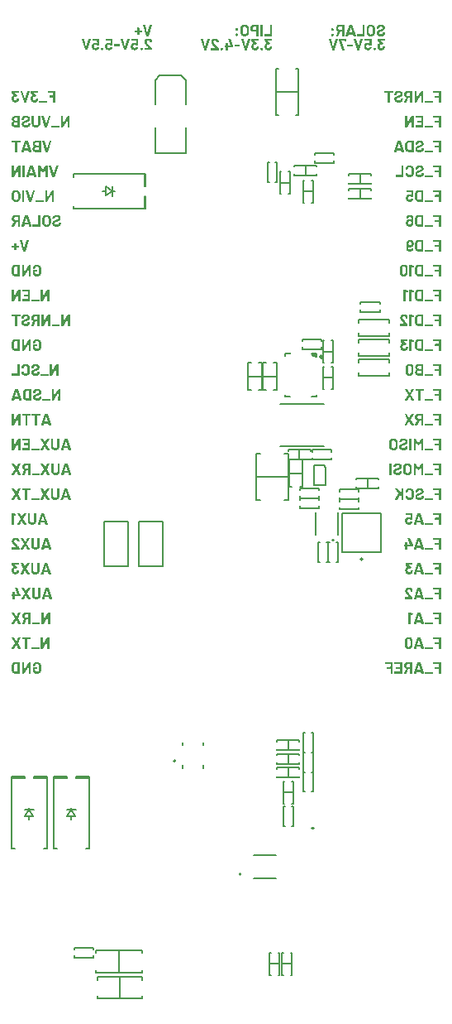
<source format=gbo>
G04*
G04 #@! TF.GenerationSoftware,Altium Limited,Altium Designer,22.4.2 (48)*
G04*
G04 Layer_Color=32896*
%FSLAX25Y25*%
%MOIN*%
G70*
G04*
G04 #@! TF.SameCoordinates,63F2D315-15D7-4541-B076-0863086383BD*
G04*
G04*
G04 #@! TF.FilePolarity,Positive*
G04*
G01*
G75*
%ADD10C,0.00787*%
%ADD11C,0.00500*%
%ADD12C,0.01000*%
%ADD50C,0.00984*%
%ADD158C,0.00600*%
%ADD159C,0.00591*%
G36*
X136299Y262661D02*
X134331D01*
X135610Y261382D01*
X136299D01*
Y262661D01*
D02*
G37*
G36*
X69968Y395124D02*
X69992Y395100D01*
X70000Y395068D01*
Y395060D01*
X69992Y395036D01*
X68635Y390571D01*
X68611Y390531D01*
X68579Y390515D01*
X68555Y390507D01*
X67720D01*
X67671Y390515D01*
X67647Y390539D01*
X67631Y390563D01*
Y390571D01*
X66250Y395036D01*
X66242Y395060D01*
X66250Y395084D01*
X66258Y395092D01*
Y395100D01*
X66274Y395116D01*
X66290Y395132D01*
X67125D01*
X67173Y395124D01*
X67198Y395100D01*
X67214Y395068D01*
X67222Y395060D01*
X68089Y391840D01*
Y391824D01*
X68097Y391816D01*
X68105D01*
X68113Y391824D01*
X68121Y391832D01*
X68129Y391840D01*
X69004Y395060D01*
X69028Y395100D01*
X69060Y395124D01*
X69085Y395132D01*
X69928D01*
X69968Y395124D01*
D02*
G37*
G36*
X64821Y393903D02*
X64829Y393895D01*
X64837Y393887D01*
X64853Y393871D01*
X64861Y393847D01*
Y393839D01*
Y393831D01*
Y392924D01*
X64869Y392908D01*
X64877Y392900D01*
X64885Y392892D01*
X65824D01*
X65841Y392884D01*
X65848Y392876D01*
X65856Y392867D01*
X65873Y392851D01*
X65881Y392827D01*
Y392819D01*
Y392811D01*
Y392169D01*
X65873Y392145D01*
X65864Y392129D01*
X65856Y392121D01*
Y392113D01*
X65841Y392097D01*
X65816Y392089D01*
X64893D01*
X64877Y392081D01*
X64861Y392073D01*
Y392064D01*
Y392056D01*
Y391165D01*
X64853Y391141D01*
X64845Y391125D01*
X64837Y391117D01*
Y391109D01*
X64821Y391093D01*
X64797Y391085D01*
X64146D01*
X64122Y391093D01*
X64106Y391101D01*
X64090Y391109D01*
X64074Y391125D01*
X64066Y391149D01*
Y391157D01*
Y391165D01*
Y392056D01*
X64058Y392073D01*
X64050Y392089D01*
X63126D01*
X63102Y392097D01*
X63086Y392105D01*
X63070Y392113D01*
X63054Y392129D01*
X63046Y392153D01*
Y392161D01*
Y392169D01*
Y392811D01*
Y392835D01*
X63054Y392851D01*
X63062Y392867D01*
X63070D01*
X63086Y392884D01*
X63110Y392892D01*
X64034D01*
X64050Y392900D01*
X64058Y392908D01*
X64066Y392916D01*
Y392924D01*
Y393831D01*
Y393855D01*
X64074Y393871D01*
X64082Y393887D01*
X64090D01*
X64106Y393903D01*
X64130Y393911D01*
X64805D01*
X64821Y393903D01*
D02*
G37*
G36*
X68627Y389574D02*
X68771Y389558D01*
X68900Y389533D01*
X69012Y389509D01*
X69109Y389485D01*
X69173Y389461D01*
X69221Y389445D01*
X69229Y389437D01*
X69237D01*
X69358Y389381D01*
X69462Y389309D01*
X69558Y389244D01*
X69639Y389172D01*
X69703Y389116D01*
X69743Y389068D01*
X69775Y389036D01*
X69783Y389019D01*
X69847Y388915D01*
X69904Y388803D01*
X69944Y388698D01*
X69968Y388602D01*
X69992Y388514D01*
X70000Y388449D01*
X70008Y388401D01*
Y388393D01*
Y388385D01*
Y388080D01*
X70000Y388056D01*
X69992Y388032D01*
X69984Y388024D01*
Y388016D01*
X69944Y388000D01*
X69149D01*
X69109Y388008D01*
X69093Y388016D01*
X69077Y388040D01*
X69068Y388056D01*
Y388072D01*
Y388080D01*
Y388241D01*
X69060Y388329D01*
X69044Y388409D01*
X69020Y388474D01*
X68988Y388530D01*
X68956Y388578D01*
X68932Y388610D01*
X68916Y388626D01*
X68908Y388634D01*
X68844Y388682D01*
X68771Y388722D01*
X68699Y388747D01*
X68627Y388771D01*
X68571Y388779D01*
X68514Y388787D01*
X68474D01*
X68378Y388779D01*
X68298Y388763D01*
X68225Y388738D01*
X68161Y388714D01*
X68113Y388682D01*
X68081Y388658D01*
X68057Y388642D01*
X68049Y388634D01*
X67993Y388578D01*
X67952Y388514D01*
X67920Y388449D01*
X67904Y388393D01*
X67888Y388337D01*
X67880Y388297D01*
Y388265D01*
Y388257D01*
X67888Y388193D01*
X67904Y388120D01*
X67936Y388040D01*
X67976Y387960D01*
X68073Y387799D01*
X68177Y387638D01*
X68290Y387486D01*
X68346Y387430D01*
X68386Y387373D01*
X68426Y387325D01*
X68458Y387293D01*
X68474Y387269D01*
X68482Y387261D01*
X68619Y387116D01*
X68683Y387044D01*
X68739Y386980D01*
X68787Y386924D01*
X68828Y386884D01*
X68852Y386851D01*
X68860Y386843D01*
X68900Y386795D01*
X68956Y386731D01*
X69028Y386659D01*
X69101Y386578D01*
X69165Y386498D01*
X69221Y386442D01*
X69261Y386394D01*
X69269Y386386D01*
X69277Y386378D01*
X69406Y386241D01*
X69526Y386113D01*
X69639Y386000D01*
X69735Y385896D01*
X69823Y385807D01*
X69888Y385743D01*
X69928Y385703D01*
X69944Y385687D01*
X69960Y385655D01*
X69968Y385631D01*
X69976Y385599D01*
Y385591D01*
Y384981D01*
X69968Y384940D01*
X69960Y384932D01*
Y384924D01*
X69920Y384908D01*
X66925D01*
X66884Y384916D01*
X66868Y384924D01*
X66852Y384940D01*
X66844Y384964D01*
Y384972D01*
Y384981D01*
Y385623D01*
Y385647D01*
X66852Y385663D01*
X66860Y385679D01*
X66868D01*
X66884Y385695D01*
X66909Y385703D01*
X68715D01*
X68739Y385711D01*
X68747D01*
X68739Y385735D01*
Y385743D01*
X68635Y385840D01*
X68474Y386008D01*
X68330Y386161D01*
X68209Y386281D01*
X68113Y386386D01*
X68033Y386466D01*
X67976Y386522D01*
X67944Y386562D01*
X67936Y386570D01*
X67768Y386755D01*
X67687Y386843D01*
X67623Y386916D01*
X67567Y386980D01*
X67519Y387036D01*
X67495Y387068D01*
X67487Y387076D01*
X67390Y387197D01*
X67310Y387317D01*
X67238Y387422D01*
X67181Y387518D01*
X67133Y387590D01*
X67101Y387654D01*
X67085Y387687D01*
X67077Y387703D01*
X67029Y387815D01*
X66997Y387919D01*
X66965Y388016D01*
X66949Y388096D01*
X66941Y388168D01*
X66932Y388225D01*
Y388257D01*
Y388273D01*
X66941Y388409D01*
X66965Y388530D01*
X66997Y388650D01*
X67029Y388747D01*
X67061Y388827D01*
X67093Y388891D01*
X67117Y388923D01*
X67125Y388939D01*
X67198Y389044D01*
X67286Y389140D01*
X67374Y389220D01*
X67462Y389284D01*
X67535Y389333D01*
X67599Y389373D01*
X67639Y389397D01*
X67647Y389405D01*
X67655D01*
X67792Y389461D01*
X67928Y389509D01*
X68065Y389542D01*
X68193Y389558D01*
X68306Y389574D01*
X68394Y389582D01*
X68474D01*
X68627Y389574D01*
D02*
G37*
G36*
X64467Y389525D02*
X64475Y389517D01*
X64483Y389509D01*
X64499Y389469D01*
Y389461D01*
Y389453D01*
Y386787D01*
X64491Y386747D01*
X64483Y386739D01*
Y386731D01*
X64459Y386715D01*
X64443Y386707D01*
X63608D01*
X63568Y386715D01*
X63536Y386739D01*
X63528Y386763D01*
X63520Y386771D01*
X63496Y386819D01*
X63464Y386867D01*
X63399Y386940D01*
X63367Y386964D01*
X63335Y386980D01*
X63319Y386996D01*
X63311D01*
X63247Y387028D01*
X63191Y387044D01*
X63078Y387076D01*
X63030D01*
X62998Y387084D01*
X62902D01*
X62837Y387068D01*
X62781Y387052D01*
X62733Y387036D01*
X62701Y387020D01*
X62669Y387004D01*
X62652Y386996D01*
X62644Y386988D01*
X62596Y386948D01*
X62556Y386908D01*
X62500Y386827D01*
X62484Y386787D01*
X62468Y386755D01*
X62460Y386739D01*
Y386731D01*
X62428Y386611D01*
X62412Y386498D01*
X62404Y386458D01*
Y386418D01*
Y386394D01*
Y386386D01*
Y386313D01*
X62412Y386241D01*
X62420Y386185D01*
X62436Y386137D01*
X62444Y386097D01*
X62460Y386065D01*
X62468Y386048D01*
Y386040D01*
X62524Y385920D01*
X62564Y385872D01*
X62596Y385832D01*
X62629Y385800D01*
X62652Y385775D01*
X62669Y385767D01*
X62677Y385759D01*
X62733Y385727D01*
X62781Y385703D01*
X62885Y385679D01*
X62934Y385671D01*
X62966Y385663D01*
X62998D01*
X63062Y385671D01*
X63118Y385679D01*
X63174Y385695D01*
X63223Y385711D01*
X63255Y385727D01*
X63287Y385735D01*
X63303Y385751D01*
X63311D01*
X63391Y385832D01*
X63456Y385928D01*
X63480Y385960D01*
X63488Y385992D01*
X63504Y386016D01*
Y386024D01*
X63520Y386048D01*
X63528Y386065D01*
X63536Y386113D01*
X63544Y386129D01*
Y386137D01*
X63568Y386177D01*
X63592Y386201D01*
X63624Y386209D01*
X64427D01*
X64475Y386201D01*
X64499Y386177D01*
X64508Y386145D01*
Y386137D01*
Y386121D01*
X64475Y385984D01*
X64459Y385920D01*
X64443Y385872D01*
X64435Y385824D01*
X64419Y385791D01*
X64411Y385767D01*
Y385759D01*
X64339Y385615D01*
X64259Y385478D01*
X64170Y385366D01*
X64082Y385278D01*
X64002Y385197D01*
X63937Y385149D01*
X63889Y385109D01*
X63881Y385101D01*
X63873D01*
X63721Y385021D01*
X63576Y384964D01*
X63423Y384924D01*
X63287Y384900D01*
X63166Y384884D01*
X63118Y384876D01*
X63070Y384868D01*
X62990D01*
X62805Y384876D01*
X62629Y384908D01*
X62476Y384948D01*
X62347Y384988D01*
X62243Y385037D01*
X62155Y385069D01*
X62131Y385085D01*
X62107Y385101D01*
X62098Y385109D01*
X62090D01*
X61954Y385205D01*
X61841Y385318D01*
X61753Y385422D01*
X61673Y385535D01*
X61625Y385631D01*
X61585Y385703D01*
X61568Y385735D01*
X61560Y385759D01*
X61552Y385767D01*
Y385775D01*
X61520Y385880D01*
X61488Y385984D01*
X61472Y386089D01*
X61464Y386185D01*
X61456Y386265D01*
X61448Y386330D01*
Y386370D01*
Y386386D01*
Y386498D01*
X61464Y386611D01*
X61480Y386715D01*
X61496Y386811D01*
X61512Y386892D01*
X61528Y386956D01*
X61536Y386996D01*
X61544Y387012D01*
X61609Y387157D01*
X61689Y387285D01*
X61769Y387398D01*
X61849Y387486D01*
X61922Y387558D01*
X61986Y387614D01*
X62026Y387646D01*
X62034Y387654D01*
X62042D01*
X62179Y387735D01*
X62315Y387791D01*
X62452Y387839D01*
X62580Y387863D01*
X62685Y387879D01*
X62773Y387895D01*
X62853D01*
X62990Y387887D01*
X63118Y387863D01*
X63239Y387831D01*
X63335Y387799D01*
X63423Y387767D01*
X63480Y387735D01*
X63520Y387711D01*
X63536Y387703D01*
X63560Y387695D01*
X63568Y387703D01*
X63576Y387711D01*
Y387719D01*
X63568Y388698D01*
X63560Y388714D01*
X63552Y388731D01*
X61697D01*
X61673Y388738D01*
X61657Y388747D01*
X61641Y388755D01*
X61625Y388771D01*
X61617Y388795D01*
Y388803D01*
Y388811D01*
Y389453D01*
Y389477D01*
X61625Y389493D01*
X61633Y389509D01*
X61641D01*
X61657Y389525D01*
X61673Y389533D01*
X64443D01*
X64467Y389525D01*
D02*
G37*
G36*
X54084D02*
X54093Y389517D01*
X54101Y389509D01*
X54117Y389469D01*
Y389461D01*
Y389453D01*
Y386787D01*
X54109Y386747D01*
X54101Y386739D01*
Y386731D01*
X54076Y386715D01*
X54061Y386707D01*
X53225D01*
X53185Y386715D01*
X53153Y386739D01*
X53145Y386763D01*
X53137Y386771D01*
X53113Y386819D01*
X53081Y386867D01*
X53017Y386940D01*
X52984Y386964D01*
X52952Y386980D01*
X52936Y386996D01*
X52928D01*
X52864Y387028D01*
X52808Y387044D01*
X52695Y387076D01*
X52647D01*
X52615Y387084D01*
X52519D01*
X52454Y387068D01*
X52398Y387052D01*
X52350Y387036D01*
X52318Y387020D01*
X52286Y387004D01*
X52270Y386996D01*
X52262Y386988D01*
X52214Y386948D01*
X52173Y386908D01*
X52117Y386827D01*
X52101Y386787D01*
X52085Y386755D01*
X52077Y386739D01*
Y386731D01*
X52045Y386611D01*
X52029Y386498D01*
X52021Y386458D01*
Y386418D01*
Y386394D01*
Y386386D01*
Y386313D01*
X52029Y386241D01*
X52037Y386185D01*
X52053Y386137D01*
X52061Y386097D01*
X52077Y386065D01*
X52085Y386048D01*
Y386040D01*
X52141Y385920D01*
X52181Y385872D01*
X52214Y385832D01*
X52246Y385800D01*
X52270Y385775D01*
X52286Y385767D01*
X52294Y385759D01*
X52350Y385727D01*
X52398Y385703D01*
X52503Y385679D01*
X52551Y385671D01*
X52583Y385663D01*
X52615D01*
X52679Y385671D01*
X52736Y385679D01*
X52792Y385695D01*
X52840Y385711D01*
X52872Y385727D01*
X52904Y385735D01*
X52920Y385751D01*
X52928D01*
X53009Y385832D01*
X53073Y385928D01*
X53097Y385960D01*
X53105Y385992D01*
X53121Y386016D01*
Y386024D01*
X53137Y386048D01*
X53145Y386065D01*
X53153Y386113D01*
X53161Y386129D01*
Y386137D01*
X53185Y386177D01*
X53209Y386201D01*
X53241Y386209D01*
X54044D01*
X54093Y386201D01*
X54117Y386177D01*
X54125Y386145D01*
Y386137D01*
Y386121D01*
X54093Y385984D01*
X54076Y385920D01*
X54061Y385872D01*
X54052Y385824D01*
X54036Y385791D01*
X54028Y385767D01*
Y385759D01*
X53956Y385615D01*
X53876Y385478D01*
X53787Y385366D01*
X53699Y385278D01*
X53619Y385197D01*
X53555Y385149D01*
X53506Y385109D01*
X53498Y385101D01*
X53490D01*
X53338Y385021D01*
X53193Y384964D01*
X53041Y384924D01*
X52904Y384900D01*
X52784Y384884D01*
X52736Y384876D01*
X52687Y384868D01*
X52607D01*
X52422Y384876D01*
X52246Y384908D01*
X52093Y384948D01*
X51965Y384988D01*
X51860Y385037D01*
X51772Y385069D01*
X51748Y385085D01*
X51724Y385101D01*
X51716Y385109D01*
X51708D01*
X51571Y385205D01*
X51459Y385318D01*
X51370Y385422D01*
X51290Y385535D01*
X51242Y385631D01*
X51202Y385703D01*
X51186Y385735D01*
X51178Y385759D01*
X51170Y385767D01*
Y385775D01*
X51138Y385880D01*
X51105Y385984D01*
X51089Y386089D01*
X51081Y386185D01*
X51073Y386265D01*
X51065Y386330D01*
Y386370D01*
Y386386D01*
Y386498D01*
X51081Y386611D01*
X51097Y386715D01*
X51113Y386811D01*
X51130Y386892D01*
X51146Y386956D01*
X51154Y386996D01*
X51162Y387012D01*
X51226Y387157D01*
X51306Y387285D01*
X51386Y387398D01*
X51467Y387486D01*
X51539Y387558D01*
X51603Y387614D01*
X51643Y387646D01*
X51651Y387654D01*
X51660D01*
X51796Y387735D01*
X51933Y387791D01*
X52069Y387839D01*
X52197Y387863D01*
X52302Y387879D01*
X52390Y387895D01*
X52470D01*
X52607Y387887D01*
X52736Y387863D01*
X52856Y387831D01*
X52952Y387799D01*
X53041Y387767D01*
X53097Y387735D01*
X53137Y387711D01*
X53153Y387703D01*
X53177Y387695D01*
X53185Y387703D01*
X53193Y387711D01*
Y387719D01*
X53185Y388698D01*
X53177Y388714D01*
X53169Y388731D01*
X51314D01*
X51290Y388738D01*
X51274Y388747D01*
X51258Y388755D01*
X51242Y388771D01*
X51234Y388795D01*
Y388803D01*
Y388811D01*
Y389453D01*
Y389477D01*
X51242Y389493D01*
X51250Y389509D01*
X51258D01*
X51274Y389525D01*
X51290Y389533D01*
X54061D01*
X54084Y389525D01*
D02*
G37*
G36*
X48737D02*
X48745Y389517D01*
X48753Y389509D01*
X48769Y389469D01*
Y389461D01*
Y389453D01*
Y386787D01*
X48761Y386747D01*
X48753Y386739D01*
Y386731D01*
X48728Y386715D01*
X48713Y386707D01*
X47877D01*
X47837Y386715D01*
X47805Y386739D01*
X47797Y386763D01*
X47789Y386771D01*
X47765Y386819D01*
X47733Y386867D01*
X47669Y386940D01*
X47637Y386964D01*
X47604Y386980D01*
X47588Y386996D01*
X47580D01*
X47516Y387028D01*
X47460Y387044D01*
X47347Y387076D01*
X47299D01*
X47267Y387084D01*
X47171D01*
X47107Y387068D01*
X47050Y387052D01*
X47002Y387036D01*
X46970Y387020D01*
X46938Y387004D01*
X46922Y386996D01*
X46914Y386988D01*
X46866Y386948D01*
X46825Y386908D01*
X46769Y386827D01*
X46753Y386787D01*
X46737Y386755D01*
X46729Y386739D01*
Y386731D01*
X46697Y386611D01*
X46681Y386498D01*
X46673Y386458D01*
Y386418D01*
Y386394D01*
Y386386D01*
Y386313D01*
X46681Y386241D01*
X46689Y386185D01*
X46705Y386137D01*
X46713Y386097D01*
X46729Y386065D01*
X46737Y386048D01*
Y386040D01*
X46793Y385920D01*
X46833Y385872D01*
X46866Y385832D01*
X46898Y385800D01*
X46922Y385775D01*
X46938Y385767D01*
X46946Y385759D01*
X47002Y385727D01*
X47050Y385703D01*
X47155Y385679D01*
X47203Y385671D01*
X47235Y385663D01*
X47267D01*
X47331Y385671D01*
X47387Y385679D01*
X47444Y385695D01*
X47492Y385711D01*
X47524Y385727D01*
X47556Y385735D01*
X47572Y385751D01*
X47580D01*
X47660Y385832D01*
X47725Y385928D01*
X47749Y385960D01*
X47757Y385992D01*
X47773Y386016D01*
Y386024D01*
X47789Y386048D01*
X47797Y386065D01*
X47805Y386113D01*
X47813Y386129D01*
Y386137D01*
X47837Y386177D01*
X47861Y386201D01*
X47893Y386209D01*
X48696D01*
X48745Y386201D01*
X48769Y386177D01*
X48777Y386145D01*
Y386137D01*
Y386121D01*
X48745Y385984D01*
X48728Y385920D01*
X48713Y385872D01*
X48704Y385824D01*
X48688Y385791D01*
X48680Y385767D01*
Y385759D01*
X48608Y385615D01*
X48528Y385478D01*
X48439Y385366D01*
X48351Y385278D01*
X48271Y385197D01*
X48207Y385149D01*
X48158Y385109D01*
X48150Y385101D01*
X48142D01*
X47990Y385021D01*
X47845Y384964D01*
X47693Y384924D01*
X47556Y384900D01*
X47436Y384884D01*
X47387Y384876D01*
X47339Y384868D01*
X47259D01*
X47074Y384876D01*
X46898Y384908D01*
X46745Y384948D01*
X46617Y384988D01*
X46512Y385037D01*
X46424Y385069D01*
X46400Y385085D01*
X46376Y385101D01*
X46368Y385109D01*
X46360D01*
X46223Y385205D01*
X46111Y385318D01*
X46022Y385422D01*
X45942Y385535D01*
X45894Y385631D01*
X45854Y385703D01*
X45838Y385735D01*
X45830Y385759D01*
X45822Y385767D01*
Y385775D01*
X45790Y385880D01*
X45757Y385984D01*
X45741Y386089D01*
X45733Y386185D01*
X45725Y386265D01*
X45717Y386330D01*
Y386370D01*
Y386386D01*
Y386498D01*
X45733Y386611D01*
X45749Y386715D01*
X45766Y386811D01*
X45781Y386892D01*
X45798Y386956D01*
X45806Y386996D01*
X45814Y387012D01*
X45878Y387157D01*
X45958Y387285D01*
X46038Y387398D01*
X46119Y387486D01*
X46191Y387558D01*
X46255Y387614D01*
X46295Y387646D01*
X46303Y387654D01*
X46312D01*
X46448Y387735D01*
X46584Y387791D01*
X46721Y387839D01*
X46850Y387863D01*
X46954Y387879D01*
X47042Y387895D01*
X47122D01*
X47259Y387887D01*
X47387Y387863D01*
X47508Y387831D01*
X47604Y387799D01*
X47693Y387767D01*
X47749Y387735D01*
X47789Y387711D01*
X47805Y387703D01*
X47829Y387695D01*
X47837Y387703D01*
X47845Y387711D01*
Y387719D01*
X47837Y388698D01*
X47829Y388714D01*
X47821Y388731D01*
X45966D01*
X45942Y388738D01*
X45926Y388747D01*
X45910Y388755D01*
X45894Y388771D01*
X45886Y388795D01*
Y388803D01*
Y388811D01*
Y389453D01*
Y389477D01*
X45894Y389493D01*
X45902Y389509D01*
X45910D01*
X45926Y389525D01*
X45942Y389533D01*
X48713D01*
X48737Y389525D01*
D02*
G37*
G36*
X56887Y387245D02*
X56895Y387237D01*
X56903Y387229D01*
X56919Y387213D01*
X56927Y387197D01*
Y387189D01*
Y387181D01*
Y386538D01*
X56919Y386514D01*
X56911Y386498D01*
X56903Y386490D01*
Y386482D01*
X56887Y386466D01*
X56863Y386458D01*
X54687D01*
X54663Y386466D01*
X54647Y386474D01*
X54631Y386482D01*
X54615Y386498D01*
X54606Y386522D01*
Y386530D01*
Y386538D01*
Y387181D01*
Y387205D01*
X54615Y387221D01*
X54623Y387229D01*
X54631D01*
X54647Y387245D01*
X54671Y387253D01*
X56871D01*
X56887Y387245D01*
D02*
G37*
G36*
X61014Y389525D02*
X61039Y389501D01*
X61047Y389469D01*
Y389461D01*
X61039Y389437D01*
X59681Y384972D01*
X59657Y384932D01*
X59625Y384916D01*
X59601Y384908D01*
X58766D01*
X58718Y384916D01*
X58694Y384940D01*
X58678Y384964D01*
Y384972D01*
X57297Y389437D01*
X57288Y389461D01*
X57297Y389485D01*
X57305Y389493D01*
Y389501D01*
X57321Y389517D01*
X57337Y389533D01*
X58172D01*
X58220Y389525D01*
X58244Y389501D01*
X58260Y389469D01*
X58268Y389461D01*
X59135Y386241D01*
Y386225D01*
X59143Y386217D01*
X59152D01*
X59159Y386225D01*
X59167Y386233D01*
X59176Y386241D01*
X60051Y389461D01*
X60075Y389501D01*
X60107Y389525D01*
X60131Y389533D01*
X60974D01*
X61014Y389525D01*
D02*
G37*
G36*
X45284D02*
X45308Y389501D01*
X45316Y389469D01*
Y389461D01*
X45308Y389437D01*
X43951Y384972D01*
X43927Y384932D01*
X43894Y384916D01*
X43870Y384908D01*
X43035D01*
X42987Y384916D01*
X42963Y384940D01*
X42947Y384964D01*
Y384972D01*
X41566Y389437D01*
X41558Y389461D01*
X41566Y389485D01*
X41574Y389493D01*
Y389501D01*
X41590Y389517D01*
X41606Y389533D01*
X42441D01*
X42489Y389525D01*
X42513Y389501D01*
X42529Y389469D01*
X42537Y389461D01*
X43405Y386241D01*
Y386225D01*
X43413Y386217D01*
X43421D01*
X43429Y386225D01*
X43437Y386233D01*
X43445Y386241D01*
X44320Y389461D01*
X44344Y389501D01*
X44376Y389525D01*
X44400Y389533D01*
X45243D01*
X45284Y389525D01*
D02*
G37*
G36*
X65792Y385912D02*
X65873Y385896D01*
X65937Y385872D01*
X65985Y385848D01*
X66033Y385824D01*
X66065Y385800D01*
X66081Y385783D01*
X66089Y385775D01*
X66138Y385719D01*
X66170Y385655D01*
X66202Y385591D01*
X66218Y385535D01*
X66226Y385478D01*
X66234Y385438D01*
Y385406D01*
Y385398D01*
X66226Y385318D01*
X66210Y385245D01*
X66186Y385181D01*
X66162Y385133D01*
X66138Y385085D01*
X66114Y385053D01*
X66097Y385037D01*
X66089Y385029D01*
X66025Y384981D01*
X65969Y384948D01*
X65905Y384916D01*
X65841Y384900D01*
X65792Y384892D01*
X65752Y384884D01*
X65712D01*
X65632Y384892D01*
X65559Y384908D01*
X65495Y384932D01*
X65439Y384956D01*
X65399Y384981D01*
X65367Y385004D01*
X65351Y385021D01*
X65343Y385029D01*
X65294Y385085D01*
X65254Y385149D01*
X65230Y385205D01*
X65206Y385269D01*
X65198Y385318D01*
X65190Y385358D01*
Y385390D01*
Y385398D01*
X65198Y385478D01*
X65214Y385559D01*
X65238Y385623D01*
X65262Y385671D01*
X65286Y385719D01*
X65311Y385751D01*
X65326Y385767D01*
X65335Y385775D01*
X65391Y385824D01*
X65455Y385856D01*
X65519Y385888D01*
X65575Y385904D01*
X65632Y385912D01*
X65672Y385920D01*
X65712D01*
X65792Y385912D01*
D02*
G37*
G36*
X50062D02*
X50142Y385896D01*
X50206Y385872D01*
X50254Y385848D01*
X50302Y385824D01*
X50335Y385800D01*
X50351Y385783D01*
X50359Y385775D01*
X50407Y385719D01*
X50439Y385655D01*
X50471Y385591D01*
X50487Y385535D01*
X50495Y385478D01*
X50503Y385438D01*
Y385406D01*
Y385398D01*
X50495Y385318D01*
X50479Y385245D01*
X50455Y385181D01*
X50431Y385133D01*
X50407Y385085D01*
X50383Y385053D01*
X50367Y385037D01*
X50359Y385029D01*
X50294Y384981D01*
X50238Y384948D01*
X50174Y384916D01*
X50110Y384900D01*
X50062Y384892D01*
X50021Y384884D01*
X49981D01*
X49901Y384892D01*
X49829Y384908D01*
X49764Y384932D01*
X49708Y384956D01*
X49668Y384981D01*
X49636Y385004D01*
X49620Y385021D01*
X49612Y385029D01*
X49564Y385085D01*
X49523Y385149D01*
X49499Y385205D01*
X49475Y385269D01*
X49467Y385318D01*
X49459Y385358D01*
Y385390D01*
Y385398D01*
X49467Y385478D01*
X49483Y385559D01*
X49507Y385623D01*
X49531Y385671D01*
X49556Y385719D01*
X49580Y385751D01*
X49596Y385767D01*
X49604Y385775D01*
X49660Y385824D01*
X49724Y385856D01*
X49788Y385888D01*
X49845Y385904D01*
X49901Y385912D01*
X49941Y385920D01*
X49981D01*
X50062Y385912D01*
D02*
G37*
G36*
X104239Y393743D02*
X104319Y393727D01*
X104383Y393703D01*
X104431Y393678D01*
X104480Y393654D01*
X104512Y393630D01*
X104528Y393614D01*
X104536Y393606D01*
X104584Y393550D01*
X104616Y393486D01*
X104648Y393422D01*
X104664Y393365D01*
X104672Y393309D01*
X104680Y393269D01*
Y393237D01*
Y393229D01*
X104672Y393149D01*
X104656Y393076D01*
X104632Y393012D01*
X104608Y392956D01*
X104584Y392916D01*
X104560Y392876D01*
X104544Y392860D01*
X104536Y392851D01*
X104472Y392803D01*
X104415Y392771D01*
X104351Y392739D01*
X104287Y392723D01*
X104239Y392715D01*
X104199Y392707D01*
X104158D01*
X104078Y392715D01*
X104006Y392731D01*
X103942Y392755D01*
X103885Y392779D01*
X103845Y392803D01*
X103813Y392827D01*
X103797Y392843D01*
X103789Y392851D01*
X103741Y392916D01*
X103701Y392972D01*
X103677Y393036D01*
X103653Y393100D01*
X103645Y393149D01*
X103637Y393189D01*
Y393221D01*
Y393229D01*
X103645Y393309D01*
X103661Y393390D01*
X103685Y393454D01*
X103709Y393502D01*
X103733Y393550D01*
X103757Y393582D01*
X103773Y393598D01*
X103781Y393606D01*
X103837Y393654D01*
X103902Y393687D01*
X103966Y393719D01*
X104022Y393735D01*
X104078Y393743D01*
X104118Y393751D01*
X104158D01*
X104239Y393743D01*
D02*
G37*
G36*
Y391583D02*
X104319Y391567D01*
X104383Y391543D01*
X104431Y391518D01*
X104480Y391494D01*
X104512Y391470D01*
X104528Y391454D01*
X104536Y391446D01*
X104584Y391390D01*
X104616Y391326D01*
X104648Y391262D01*
X104664Y391205D01*
X104672Y391149D01*
X104680Y391109D01*
Y391077D01*
Y391069D01*
X104672Y390988D01*
X104656Y390916D01*
X104632Y390852D01*
X104608Y390796D01*
X104584Y390756D01*
X104560Y390716D01*
X104544Y390699D01*
X104536Y390691D01*
X104472Y390643D01*
X104415Y390611D01*
X104351Y390579D01*
X104287Y390563D01*
X104239Y390555D01*
X104199Y390547D01*
X104158D01*
X104078Y390555D01*
X104006Y390571D01*
X103942Y390595D01*
X103885Y390619D01*
X103845Y390643D01*
X103813Y390667D01*
X103797Y390683D01*
X103789Y390691D01*
X103741Y390756D01*
X103701Y390812D01*
X103677Y390876D01*
X103653Y390940D01*
X103645Y390988D01*
X103637Y391029D01*
Y391061D01*
Y391069D01*
X103645Y391149D01*
X103661Y391229D01*
X103685Y391294D01*
X103709Y391342D01*
X103733Y391390D01*
X103757Y391422D01*
X103773Y391438D01*
X103781Y391446D01*
X103837Y391494D01*
X103902Y391527D01*
X103966Y391559D01*
X104022Y391575D01*
X104078Y391583D01*
X104118Y391591D01*
X104158D01*
X104239Y391583D01*
D02*
G37*
G36*
X118468Y395140D02*
X118476Y395132D01*
X118484Y395124D01*
X118500Y395084D01*
Y395076D01*
Y395068D01*
Y390595D01*
X118492Y390555D01*
X118484Y390547D01*
Y390539D01*
X118444Y390523D01*
X115376D01*
X115336Y390531D01*
X115320Y390539D01*
X115304Y390555D01*
X115296Y390579D01*
Y390587D01*
Y390595D01*
Y391237D01*
Y391262D01*
X115304Y391278D01*
X115312Y391294D01*
X115320D01*
X115336Y391310D01*
X115360Y391318D01*
X117536D01*
X117552Y391326D01*
X117561Y391334D01*
X117569Y391342D01*
Y391350D01*
Y395068D01*
Y395092D01*
X117577Y395108D01*
X117585Y395124D01*
X117593D01*
X117609Y395140D01*
X117633Y395148D01*
X118444D01*
X118468Y395140D01*
D02*
G37*
G36*
X114686D02*
X114694Y395132D01*
X114702Y395124D01*
X114718Y395084D01*
Y395076D01*
Y395068D01*
Y390595D01*
X114710Y390555D01*
X114702Y390547D01*
Y390539D01*
X114662Y390523D01*
X113867D01*
X113827Y390531D01*
X113811Y390539D01*
X113794Y390555D01*
X113786Y390579D01*
Y390587D01*
Y390595D01*
Y395068D01*
Y395092D01*
X113794Y395108D01*
X113802Y395124D01*
X113811D01*
X113827Y395140D01*
X113851Y395148D01*
X114662D01*
X114686Y395140D01*
D02*
G37*
G36*
X112983D02*
X112991Y395132D01*
X112999Y395124D01*
X113015Y395092D01*
Y395084D01*
Y395076D01*
Y390595D01*
X113007Y390555D01*
X112999Y390547D01*
Y390539D01*
X112959Y390523D01*
X112164D01*
X112124Y390531D01*
X112108Y390539D01*
X112092Y390555D01*
X112084Y390579D01*
Y390587D01*
Y390595D01*
Y392281D01*
X112076Y392297D01*
X112068Y392314D01*
X111112D01*
X110952Y392321D01*
X110807Y392337D01*
X110671Y392370D01*
X110558Y392402D01*
X110462Y392434D01*
X110390Y392466D01*
X110350Y392482D01*
X110334Y392490D01*
X110213Y392562D01*
X110109Y392643D01*
X110012Y392723D01*
X109940Y392803D01*
X109884Y392876D01*
X109836Y392932D01*
X109811Y392964D01*
X109803Y392980D01*
X109739Y393100D01*
X109699Y393229D01*
X109667Y393357D01*
X109643Y393470D01*
X109627Y393566D01*
X109619Y393646D01*
Y393678D01*
Y393703D01*
Y393711D01*
Y393719D01*
X109627Y393871D01*
X109651Y394016D01*
X109675Y394144D01*
X109707Y394249D01*
X109747Y394345D01*
X109771Y394409D01*
X109795Y394449D01*
X109803Y394465D01*
X109876Y394586D01*
X109956Y394682D01*
X110044Y394771D01*
X110125Y394843D01*
X110197Y394899D01*
X110253Y394939D01*
X110293Y394963D01*
X110309Y394971D01*
X110438Y395028D01*
X110566Y395076D01*
X110695Y395108D01*
X110815Y395124D01*
X110920Y395140D01*
X111000Y395148D01*
X112967D01*
X112983Y395140D01*
D02*
G37*
G36*
X107587Y395188D02*
X107756Y395164D01*
X107916Y395132D01*
X108045Y395092D01*
X108157Y395052D01*
X108238Y395020D01*
X108270Y395004D01*
X108294Y394995D01*
X108302Y394987D01*
X108310D01*
X108446Y394899D01*
X108567Y394811D01*
X108671Y394714D01*
X108760Y394618D01*
X108832Y394530D01*
X108880Y394465D01*
X108912Y394417D01*
X108920Y394409D01*
Y394401D01*
X108993Y394257D01*
X109049Y394112D01*
X109081Y393968D01*
X109113Y393831D01*
X109129Y393719D01*
X109137Y393622D01*
Y393590D01*
Y393566D01*
Y393550D01*
Y393542D01*
Y392121D01*
X109129Y391944D01*
X109105Y391775D01*
X109065Y391631D01*
X109025Y391502D01*
X108993Y391390D01*
X108952Y391310D01*
X108936Y391286D01*
X108928Y391262D01*
X108920Y391253D01*
Y391246D01*
X108832Y391109D01*
X108728Y390997D01*
X108631Y390892D01*
X108527Y390812D01*
X108446Y390748D01*
X108374Y390699D01*
X108326Y390667D01*
X108318Y390659D01*
X108310D01*
X108157Y390587D01*
X107997Y390539D01*
X107844Y390499D01*
X107708Y390475D01*
X107579Y390458D01*
X107531D01*
X107483Y390451D01*
X107395D01*
X107202Y390458D01*
X107033Y390483D01*
X106873Y390515D01*
X106744Y390555D01*
X106632Y390587D01*
X106551Y390619D01*
X106519Y390635D01*
X106495Y390643D01*
X106487Y390651D01*
X106479D01*
X106343Y390740D01*
X106214Y390836D01*
X106110Y390932D01*
X106029Y391029D01*
X105957Y391109D01*
X105909Y391181D01*
X105877Y391229D01*
X105869Y391237D01*
Y391246D01*
X105797Y391390D01*
X105740Y391543D01*
X105708Y391695D01*
X105676Y391832D01*
X105660Y391944D01*
X105652Y392040D01*
Y392073D01*
Y392097D01*
Y392113D01*
Y392121D01*
Y393542D01*
X105660Y393719D01*
X105684Y393879D01*
X105724Y394032D01*
X105756Y394152D01*
X105797Y394257D01*
X105837Y394337D01*
X105861Y394385D01*
X105869Y394393D01*
Y394401D01*
X105957Y394538D01*
X106053Y394650D01*
X106158Y394755D01*
X106254Y394835D01*
X106343Y394899D01*
X106415Y394947D01*
X106463Y394979D01*
X106471Y394987D01*
X106479D01*
X106632Y395060D01*
X106784Y395108D01*
X106945Y395148D01*
X107081Y395172D01*
X107210Y395188D01*
X107258D01*
X107306Y395196D01*
X107395D01*
X107587Y395188D01*
D02*
G37*
G36*
X95558Y389517D02*
X95703Y389501D01*
X95831Y389477D01*
X95944Y389453D01*
X96040Y389429D01*
X96104Y389405D01*
X96153Y389389D01*
X96161Y389381D01*
X96169D01*
X96289Y389325D01*
X96393Y389252D01*
X96490Y389188D01*
X96570Y389116D01*
X96634Y389060D01*
X96675Y389012D01*
X96707Y388979D01*
X96715Y388963D01*
X96779Y388859D01*
X96835Y388747D01*
X96875Y388642D01*
X96899Y388546D01*
X96923Y388457D01*
X96931Y388393D01*
X96939Y388345D01*
Y388337D01*
Y388329D01*
Y388024D01*
X96931Y388000D01*
X96923Y387976D01*
X96915Y387968D01*
Y387960D01*
X96875Y387944D01*
X96080D01*
X96040Y387951D01*
X96024Y387960D01*
X96008Y387984D01*
X96000Y388000D01*
Y388016D01*
Y388024D01*
Y388184D01*
X95992Y388273D01*
X95976Y388353D01*
X95952Y388417D01*
X95920Y388474D01*
X95888Y388522D01*
X95863Y388554D01*
X95847Y388570D01*
X95839Y388578D01*
X95775Y388626D01*
X95703Y388666D01*
X95631Y388690D01*
X95558Y388714D01*
X95502Y388722D01*
X95446Y388731D01*
X95406D01*
X95309Y388722D01*
X95229Y388706D01*
X95157Y388682D01*
X95093Y388658D01*
X95044Y388626D01*
X95012Y388602D01*
X94988Y388586D01*
X94980Y388578D01*
X94924Y388522D01*
X94884Y388457D01*
X94852Y388393D01*
X94836Y388337D01*
X94819Y388281D01*
X94811Y388241D01*
Y388209D01*
Y388200D01*
X94819Y388136D01*
X94836Y388064D01*
X94868Y387984D01*
X94908Y387903D01*
X95004Y387743D01*
X95109Y387582D01*
X95221Y387430D01*
X95277Y387373D01*
X95317Y387317D01*
X95358Y387269D01*
X95390Y387237D01*
X95406Y387213D01*
X95414Y387205D01*
X95550Y387060D01*
X95614Y386988D01*
X95671Y386924D01*
X95719Y386867D01*
X95759Y386827D01*
X95783Y386795D01*
X95791Y386787D01*
X95831Y386739D01*
X95888Y386675D01*
X95960Y386602D01*
X96032Y386522D01*
X96096Y386442D01*
X96153Y386386D01*
X96193Y386337D01*
X96201Y386330D01*
X96209Y386321D01*
X96337Y386185D01*
X96458Y386056D01*
X96570Y385944D01*
X96666Y385840D01*
X96755Y385751D01*
X96819Y385687D01*
X96859Y385647D01*
X96875Y385631D01*
X96891Y385599D01*
X96899Y385575D01*
X96907Y385542D01*
Y385535D01*
Y384924D01*
X96899Y384884D01*
X96891Y384876D01*
Y384868D01*
X96851Y384852D01*
X93856D01*
X93816Y384860D01*
X93800Y384868D01*
X93784Y384884D01*
X93776Y384908D01*
Y384916D01*
Y384924D01*
Y385567D01*
Y385591D01*
X93784Y385607D01*
X93792Y385623D01*
X93800D01*
X93816Y385639D01*
X93840Y385647D01*
X95647D01*
X95671Y385655D01*
X95679D01*
X95671Y385679D01*
Y385687D01*
X95566Y385783D01*
X95406Y385952D01*
X95261Y386105D01*
X95141Y386225D01*
X95044Y386330D01*
X94964Y386410D01*
X94908Y386466D01*
X94876Y386506D01*
X94868Y386514D01*
X94699Y386699D01*
X94619Y386787D01*
X94555Y386859D01*
X94498Y386924D01*
X94450Y386980D01*
X94426Y387012D01*
X94418Y387020D01*
X94322Y387140D01*
X94241Y387261D01*
X94169Y387365D01*
X94113Y387462D01*
X94065Y387534D01*
X94033Y387598D01*
X94016Y387630D01*
X94008Y387646D01*
X93960Y387759D01*
X93928Y387863D01*
X93896Y387960D01*
X93880Y388040D01*
X93872Y388112D01*
X93864Y388168D01*
Y388200D01*
Y388216D01*
X93872Y388353D01*
X93896Y388474D01*
X93928Y388594D01*
X93960Y388690D01*
X93992Y388771D01*
X94025Y388835D01*
X94049Y388867D01*
X94057Y388883D01*
X94129Y388987D01*
X94217Y389084D01*
X94306Y389164D01*
X94394Y389228D01*
X94466Y389277D01*
X94530Y389317D01*
X94571Y389341D01*
X94579Y389349D01*
X94587D01*
X94723Y389405D01*
X94860Y389453D01*
X94996Y389485D01*
X95125Y389501D01*
X95237Y389517D01*
X95325Y389525D01*
X95406D01*
X95558Y389517D01*
D02*
G37*
G36*
X118371Y389469D02*
X118379Y389461D01*
X118388Y389453D01*
X118404Y389437D01*
X118412Y389413D01*
Y389405D01*
Y389397D01*
Y388755D01*
X118404Y388731D01*
X118396Y388714D01*
X118388Y388706D01*
Y388698D01*
X118371Y388682D01*
X118347Y388674D01*
X116765D01*
X116758Y388666D01*
Y388658D01*
Y388650D01*
Y388642D01*
X116765Y388634D01*
X117817Y387719D01*
X117833Y387695D01*
X117841Y387670D01*
Y387654D01*
Y387646D01*
X117833Y387614D01*
X117825Y387606D01*
X117440Y387052D01*
X117416Y387028D01*
X117400Y387020D01*
X117384Y387012D01*
X117376D01*
X117360Y387020D01*
X117344Y387028D01*
X117328Y387036D01*
X117247Y387092D01*
X117191Y387124D01*
X117151Y387148D01*
X117135Y387157D01*
X117079Y387181D01*
X117031Y387189D01*
X116998Y387197D01*
X116982D01*
X116862Y387181D01*
X116758Y387148D01*
X116669Y387100D01*
X116597Y387044D01*
X116541Y386988D01*
X116509Y386940D01*
X116484Y386908D01*
X116476Y386892D01*
X116444Y386811D01*
X116412Y386723D01*
X116396Y386643D01*
X116388Y386562D01*
X116380Y386490D01*
X116372Y386434D01*
Y386394D01*
Y386378D01*
Y386281D01*
X116388Y386201D01*
X116404Y386121D01*
X116420Y386056D01*
X116436Y386000D01*
X116452Y385952D01*
X116460Y385928D01*
X116468Y385920D01*
X116533Y385816D01*
X116605Y385735D01*
X116685Y385679D01*
X116774Y385639D01*
X116854Y385615D01*
X116918Y385607D01*
X116958Y385599D01*
X116974D01*
X117039Y385607D01*
X117103Y385615D01*
X117159Y385631D01*
X117207Y385647D01*
X117239Y385663D01*
X117271Y385671D01*
X117288Y385687D01*
X117296D01*
X117384Y385767D01*
X117440Y385864D01*
X117464Y385896D01*
X117480Y385928D01*
X117488Y385952D01*
Y385960D01*
X117504Y386000D01*
X117520Y386056D01*
X117544Y386161D01*
X117552Y386209D01*
Y386249D01*
X117561Y386273D01*
Y386281D01*
X117577Y386330D01*
X117601Y386354D01*
X117625Y386362D01*
X118420D01*
X118468Y386346D01*
X118492Y386321D01*
X118500Y386297D01*
Y386281D01*
X118492Y386169D01*
X118484Y386072D01*
X118460Y385976D01*
X118444Y385896D01*
X118428Y385824D01*
X118412Y385775D01*
X118396Y385735D01*
Y385727D01*
X118323Y385575D01*
X118243Y385438D01*
X118155Y385318D01*
X118066Y385221D01*
X117986Y385149D01*
X117922Y385093D01*
X117874Y385053D01*
X117866Y385045D01*
X117858D01*
X117705Y384964D01*
X117552Y384908D01*
X117408Y384860D01*
X117263Y384836D01*
X117143Y384820D01*
X117095Y384812D01*
X117055D01*
X117015Y384804D01*
X116966D01*
X116782Y384812D01*
X116613Y384844D01*
X116468Y384876D01*
X116340Y384924D01*
X116235Y384964D01*
X116155Y385004D01*
X116107Y385029D01*
X116099Y385037D01*
X116091D01*
X115963Y385133D01*
X115850Y385237D01*
X115754Y385350D01*
X115682Y385454D01*
X115625Y385551D01*
X115585Y385623D01*
X115569Y385655D01*
X115561Y385679D01*
X115553Y385687D01*
Y385695D01*
X115513Y385807D01*
X115481Y385928D01*
X115465Y386040D01*
X115449Y386137D01*
X115441Y386225D01*
X115433Y386297D01*
Y386337D01*
Y386354D01*
X115441Y386498D01*
X115457Y386635D01*
X115473Y386755D01*
X115497Y386851D01*
X115529Y386940D01*
X115545Y386996D01*
X115561Y387036D01*
X115569Y387052D01*
X115617Y387157D01*
X115673Y387245D01*
X115738Y387325D01*
X115802Y387398D01*
X115866Y387462D01*
X115930Y387518D01*
X116067Y387606D01*
X116195Y387670D01*
X116244Y387695D01*
X116292Y387711D01*
X116332Y387719D01*
X116364Y387727D01*
X116380Y387735D01*
X116388D01*
X116412Y387743D01*
X116420D01*
X116412Y387767D01*
X116404Y387775D01*
X115545Y388570D01*
X115513Y388602D01*
X115505Y388634D01*
X115497Y388658D01*
Y388666D01*
Y389397D01*
Y389421D01*
X115505Y389437D01*
X115513Y389453D01*
X115521D01*
X115537Y389469D01*
X115561Y389477D01*
X118356D01*
X118371Y389469D01*
D02*
G37*
G36*
X113023D02*
X113032Y389461D01*
X113040Y389453D01*
X113056Y389437D01*
X113064Y389413D01*
Y389405D01*
Y389397D01*
Y388755D01*
X113056Y388731D01*
X113048Y388714D01*
X113040Y388706D01*
Y388698D01*
X113023Y388682D01*
X112999Y388674D01*
X111417D01*
X111409Y388666D01*
Y388658D01*
Y388650D01*
Y388642D01*
X111417Y388634D01*
X112469Y387719D01*
X112486Y387695D01*
X112494Y387670D01*
Y387654D01*
Y387646D01*
X112486Y387614D01*
X112478Y387606D01*
X112092Y387052D01*
X112068Y387028D01*
X112052Y387020D01*
X112036Y387012D01*
X112028D01*
X112012Y387020D01*
X111996Y387028D01*
X111980Y387036D01*
X111899Y387092D01*
X111843Y387124D01*
X111803Y387148D01*
X111787Y387157D01*
X111731Y387181D01*
X111682Y387189D01*
X111650Y387197D01*
X111634D01*
X111514Y387181D01*
X111409Y387148D01*
X111321Y387100D01*
X111249Y387044D01*
X111193Y386988D01*
X111161Y386940D01*
X111136Y386908D01*
X111128Y386892D01*
X111096Y386811D01*
X111064Y386723D01*
X111048Y386643D01*
X111040Y386562D01*
X111032Y386490D01*
X111024Y386434D01*
Y386394D01*
Y386378D01*
Y386281D01*
X111040Y386201D01*
X111056Y386121D01*
X111072Y386056D01*
X111088Y386000D01*
X111104Y385952D01*
X111112Y385928D01*
X111120Y385920D01*
X111185Y385816D01*
X111257Y385735D01*
X111337Y385679D01*
X111426Y385639D01*
X111506Y385615D01*
X111570Y385607D01*
X111610Y385599D01*
X111626D01*
X111691Y385607D01*
X111755Y385615D01*
X111811Y385631D01*
X111859Y385647D01*
X111891Y385663D01*
X111923Y385671D01*
X111940Y385687D01*
X111948D01*
X112036Y385767D01*
X112092Y385864D01*
X112116Y385896D01*
X112132Y385928D01*
X112140Y385952D01*
Y385960D01*
X112156Y386000D01*
X112172Y386056D01*
X112197Y386161D01*
X112205Y386209D01*
Y386249D01*
X112213Y386273D01*
Y386281D01*
X112229Y386330D01*
X112253Y386354D01*
X112277Y386362D01*
X113072D01*
X113120Y386346D01*
X113144Y386321D01*
X113152Y386297D01*
Y386281D01*
X113144Y386169D01*
X113136Y386072D01*
X113112Y385976D01*
X113096Y385896D01*
X113080Y385824D01*
X113064Y385775D01*
X113048Y385735D01*
Y385727D01*
X112975Y385575D01*
X112895Y385438D01*
X112807Y385318D01*
X112718Y385221D01*
X112638Y385149D01*
X112574Y385093D01*
X112526Y385053D01*
X112518Y385045D01*
X112510D01*
X112357Y384964D01*
X112205Y384908D01*
X112060Y384860D01*
X111915Y384836D01*
X111795Y384820D01*
X111747Y384812D01*
X111707D01*
X111667Y384804D01*
X111618D01*
X111434Y384812D01*
X111265Y384844D01*
X111120Y384876D01*
X110992Y384924D01*
X110888Y384964D01*
X110807Y385004D01*
X110759Y385029D01*
X110751Y385037D01*
X110743D01*
X110615Y385133D01*
X110502Y385237D01*
X110406Y385350D01*
X110334Y385454D01*
X110277Y385551D01*
X110237Y385623D01*
X110221Y385655D01*
X110213Y385679D01*
X110205Y385687D01*
Y385695D01*
X110165Y385807D01*
X110133Y385928D01*
X110117Y386040D01*
X110101Y386137D01*
X110093Y386225D01*
X110085Y386297D01*
Y386337D01*
Y386354D01*
X110093Y386498D01*
X110109Y386635D01*
X110125Y386755D01*
X110149Y386851D01*
X110181Y386940D01*
X110197Y386996D01*
X110213Y387036D01*
X110221Y387052D01*
X110269Y387157D01*
X110326Y387245D01*
X110390Y387325D01*
X110454Y387398D01*
X110518Y387462D01*
X110582Y387518D01*
X110719Y387606D01*
X110847Y387670D01*
X110896Y387695D01*
X110944Y387711D01*
X110984Y387719D01*
X111016Y387727D01*
X111032Y387735D01*
X111040D01*
X111064Y387743D01*
X111072D01*
X111064Y387767D01*
X111056Y387775D01*
X110197Y388570D01*
X110165Y388602D01*
X110157Y388634D01*
X110149Y388658D01*
Y388666D01*
Y389397D01*
Y389421D01*
X110157Y389437D01*
X110165Y389453D01*
X110173D01*
X110189Y389469D01*
X110213Y389477D01*
X113007D01*
X113023Y389469D01*
D02*
G37*
G36*
X101508D02*
X101541Y389445D01*
X101557Y389421D01*
X101565Y389413D01*
X102753Y386747D01*
X102761Y386707D01*
X102769Y386675D01*
Y386651D01*
Y386643D01*
Y386121D01*
X102761Y386072D01*
X102753Y386065D01*
Y386056D01*
X102713Y386040D01*
X100665D01*
X100649Y386032D01*
X100633Y386024D01*
Y386016D01*
Y386008D01*
Y384924D01*
X100625Y384900D01*
X100617Y384884D01*
X100609Y384876D01*
Y384868D01*
X100569Y384852D01*
X99758D01*
X99742Y384860D01*
X99726Y384868D01*
X99710Y384884D01*
X99702Y384908D01*
Y384916D01*
Y384924D01*
Y386008D01*
X99694Y386024D01*
X99686Y386040D01*
X99381D01*
X99340Y386048D01*
X99324Y386056D01*
X99308Y386081D01*
X99300Y386097D01*
Y386113D01*
Y386121D01*
Y386787D01*
Y386811D01*
X99308Y386827D01*
X99316Y386843D01*
X99324D01*
X99340Y386859D01*
X99365Y386867D01*
X99670D01*
X99686Y386876D01*
X99694Y386884D01*
X99702Y386892D01*
Y386900D01*
Y387719D01*
Y387743D01*
X99710Y387759D01*
X99718Y387775D01*
X99726D01*
X99742Y387791D01*
X99758Y387799D01*
X100577D01*
X100593Y387791D01*
X100601Y387783D01*
X100609Y387775D01*
X100625Y387759D01*
X100633Y387735D01*
Y387727D01*
Y387719D01*
Y386900D01*
X100641Y386884D01*
X100649Y386876D01*
X100657Y386867D01*
X101669D01*
X101685Y386876D01*
X101693D01*
X101685Y386892D01*
Y386900D01*
X100585Y389381D01*
X100577Y389413D01*
Y389437D01*
X100585Y389445D01*
Y389453D01*
X100601Y389469D01*
X100617Y389477D01*
X101468D01*
X101508Y389469D01*
D02*
G37*
G36*
X105467Y387189D02*
X105475Y387181D01*
X105483Y387173D01*
X105499Y387157D01*
X105508Y387140D01*
Y387133D01*
Y387124D01*
Y386482D01*
X105499Y386458D01*
X105491Y386442D01*
X105483Y386434D01*
Y386426D01*
X105467Y386410D01*
X105443Y386402D01*
X103267D01*
X103243Y386410D01*
X103227Y386418D01*
X103211Y386426D01*
X103195Y386442D01*
X103187Y386466D01*
Y386474D01*
Y386482D01*
Y387124D01*
Y387148D01*
X103195Y387165D01*
X103203Y387173D01*
X103211D01*
X103227Y387189D01*
X103251Y387197D01*
X105451D01*
X105467Y387189D01*
D02*
G37*
G36*
X109595Y389469D02*
X109619Y389445D01*
X109627Y389413D01*
Y389405D01*
X109619Y389381D01*
X108262Y384916D01*
X108238Y384876D01*
X108205Y384860D01*
X108181Y384852D01*
X107346D01*
X107298Y384860D01*
X107274Y384884D01*
X107258Y384908D01*
Y384916D01*
X105877Y389381D01*
X105869Y389405D01*
X105877Y389429D01*
X105885Y389437D01*
Y389445D01*
X105901Y389461D01*
X105917Y389477D01*
X106752D01*
X106800Y389469D01*
X106824Y389445D01*
X106840Y389413D01*
X106849Y389405D01*
X107716Y386185D01*
Y386169D01*
X107724Y386161D01*
X107732D01*
X107740Y386169D01*
X107748Y386177D01*
X107756Y386185D01*
X108631Y389405D01*
X108655Y389445D01*
X108687Y389469D01*
X108711Y389477D01*
X109555D01*
X109595Y389469D01*
D02*
G37*
G36*
X93294D02*
X93318Y389445D01*
X93326Y389413D01*
Y389405D01*
X93318Y389381D01*
X91961Y384916D01*
X91937Y384876D01*
X91905Y384860D01*
X91881Y384852D01*
X91045D01*
X90997Y384860D01*
X90973Y384884D01*
X90957Y384908D01*
Y384916D01*
X89576Y389381D01*
X89568Y389405D01*
X89576Y389429D01*
X89584Y389437D01*
Y389445D01*
X89600Y389461D01*
X89616Y389477D01*
X90451D01*
X90499Y389469D01*
X90523Y389445D01*
X90539Y389413D01*
X90548Y389405D01*
X91415Y386185D01*
Y386169D01*
X91423Y386161D01*
X91431D01*
X91439Y386169D01*
X91447Y386177D01*
X91455Y386185D01*
X92330Y389405D01*
X92354Y389445D01*
X92386Y389469D01*
X92410Y389477D01*
X93254D01*
X93294Y389469D01*
D02*
G37*
G36*
X114373Y385856D02*
X114453Y385840D01*
X114517Y385816D01*
X114565Y385791D01*
X114613Y385767D01*
X114646Y385743D01*
X114662Y385727D01*
X114670Y385719D01*
X114718Y385663D01*
X114750Y385599D01*
X114782Y385535D01*
X114798Y385478D01*
X114806Y385422D01*
X114814Y385382D01*
Y385350D01*
Y385342D01*
X114806Y385262D01*
X114790Y385189D01*
X114766Y385125D01*
X114742Y385077D01*
X114718Y385029D01*
X114694Y384997D01*
X114678Y384981D01*
X114670Y384972D01*
X114605Y384924D01*
X114549Y384892D01*
X114485Y384860D01*
X114421Y384844D01*
X114373Y384836D01*
X114332Y384828D01*
X114292D01*
X114212Y384836D01*
X114140Y384852D01*
X114076Y384876D01*
X114019Y384900D01*
X113979Y384924D01*
X113947Y384948D01*
X113931Y384964D01*
X113923Y384972D01*
X113875Y385029D01*
X113835Y385093D01*
X113811Y385149D01*
X113786Y385213D01*
X113778Y385262D01*
X113770Y385302D01*
Y385334D01*
Y385342D01*
X113778Y385422D01*
X113794Y385502D01*
X113819Y385567D01*
X113843Y385615D01*
X113867Y385663D01*
X113891Y385695D01*
X113907Y385711D01*
X113915Y385719D01*
X113971Y385767D01*
X114035Y385800D01*
X114100Y385832D01*
X114156Y385848D01*
X114212Y385856D01*
X114252Y385864D01*
X114292D01*
X114373Y385856D01*
D02*
G37*
G36*
X98208D02*
X98289Y385840D01*
X98353Y385816D01*
X98401Y385791D01*
X98449Y385767D01*
X98481Y385743D01*
X98497Y385727D01*
X98505Y385719D01*
X98554Y385663D01*
X98586Y385599D01*
X98618Y385535D01*
X98634Y385478D01*
X98642Y385422D01*
X98650Y385382D01*
Y385350D01*
Y385342D01*
X98642Y385262D01*
X98626Y385189D01*
X98602Y385125D01*
X98578Y385077D01*
X98554Y385029D01*
X98529Y384997D01*
X98513Y384981D01*
X98505Y384972D01*
X98441Y384924D01*
X98385Y384892D01*
X98321Y384860D01*
X98256Y384844D01*
X98208Y384836D01*
X98168Y384828D01*
X98128D01*
X98048Y384836D01*
X97975Y384852D01*
X97911Y384876D01*
X97855Y384900D01*
X97815Y384924D01*
X97783Y384948D01*
X97767Y384964D01*
X97759Y384972D01*
X97710Y385029D01*
X97670Y385093D01*
X97646Y385149D01*
X97622Y385213D01*
X97614Y385262D01*
X97606Y385302D01*
Y385334D01*
Y385342D01*
X97614Y385422D01*
X97630Y385502D01*
X97654Y385567D01*
X97678Y385615D01*
X97702Y385663D01*
X97726Y385695D01*
X97742Y385711D01*
X97751Y385719D01*
X97807Y385767D01*
X97871Y385800D01*
X97935Y385832D01*
X97991Y385848D01*
X98048Y385856D01*
X98088Y385864D01*
X98128D01*
X98208Y385856D01*
D02*
G37*
G36*
X142833Y393719D02*
X142913Y393703D01*
X142977Y393678D01*
X143026Y393654D01*
X143074Y393630D01*
X143106Y393606D01*
X143122Y393590D01*
X143130Y393582D01*
X143178Y393526D01*
X143210Y393462D01*
X143243Y393397D01*
X143259Y393341D01*
X143266Y393285D01*
X143275Y393245D01*
Y393213D01*
Y393205D01*
X143266Y393125D01*
X143251Y393052D01*
X143226Y392988D01*
X143202Y392932D01*
X143178Y392892D01*
X143154Y392851D01*
X143138Y392835D01*
X143130Y392827D01*
X143066Y392779D01*
X143010Y392747D01*
X142945Y392715D01*
X142881Y392699D01*
X142833Y392691D01*
X142793Y392683D01*
X142753D01*
X142672Y392691D01*
X142600Y392707D01*
X142536Y392731D01*
X142480Y392755D01*
X142439Y392779D01*
X142407Y392803D01*
X142391Y392819D01*
X142383Y392827D01*
X142335Y392892D01*
X142295Y392948D01*
X142271Y393012D01*
X142247Y393076D01*
X142239Y393125D01*
X142231Y393165D01*
Y393197D01*
Y393205D01*
X142239Y393285D01*
X142255Y393365D01*
X142279Y393430D01*
X142303Y393478D01*
X142327Y393526D01*
X142351Y393558D01*
X142367Y393574D01*
X142375Y393582D01*
X142431Y393630D01*
X142496Y393663D01*
X142560Y393695D01*
X142616Y393711D01*
X142672Y393719D01*
X142712Y393727D01*
X142753D01*
X142833Y393719D01*
D02*
G37*
G36*
Y391559D02*
X142913Y391543D01*
X142977Y391518D01*
X143026Y391494D01*
X143074Y391470D01*
X143106Y391446D01*
X143122Y391430D01*
X143130Y391422D01*
X143178Y391366D01*
X143210Y391302D01*
X143243Y391237D01*
X143259Y391181D01*
X143266Y391125D01*
X143275Y391085D01*
Y391053D01*
Y391045D01*
X143266Y390964D01*
X143251Y390892D01*
X143226Y390828D01*
X143202Y390772D01*
X143178Y390732D01*
X143154Y390691D01*
X143138Y390675D01*
X143130Y390667D01*
X143066Y390619D01*
X143010Y390587D01*
X142945Y390555D01*
X142881Y390539D01*
X142833Y390531D01*
X142793Y390523D01*
X142753D01*
X142672Y390531D01*
X142600Y390547D01*
X142536Y390571D01*
X142480Y390595D01*
X142439Y390619D01*
X142407Y390643D01*
X142391Y390659D01*
X142383Y390667D01*
X142335Y390732D01*
X142295Y390788D01*
X142271Y390852D01*
X142247Y390916D01*
X142239Y390964D01*
X142231Y391005D01*
Y391037D01*
Y391045D01*
X142239Y391125D01*
X142255Y391205D01*
X142279Y391269D01*
X142303Y391318D01*
X142327Y391366D01*
X142351Y391398D01*
X142367Y391414D01*
X142375Y391422D01*
X142431Y391470D01*
X142496Y391502D01*
X142560Y391534D01*
X142616Y391551D01*
X142672Y391559D01*
X142712Y391567D01*
X142753D01*
X142833Y391559D01*
D02*
G37*
G36*
X155769Y395116D02*
X155777Y395108D01*
X155785Y395100D01*
X155801Y395060D01*
Y395052D01*
Y395044D01*
Y390571D01*
X155793Y390531D01*
X155785Y390523D01*
Y390515D01*
X155745Y390499D01*
X152678D01*
X152638Y390507D01*
X152621Y390515D01*
X152605Y390531D01*
X152597Y390555D01*
Y390563D01*
Y390571D01*
Y391213D01*
Y391237D01*
X152605Y391253D01*
X152613Y391269D01*
X152621D01*
X152638Y391286D01*
X152662Y391294D01*
X154838D01*
X154854Y391302D01*
X154862Y391310D01*
X154870Y391318D01*
Y391326D01*
Y395044D01*
Y395068D01*
X154878Y395084D01*
X154886Y395100D01*
X154894D01*
X154910Y395116D01*
X154934Y395124D01*
X155745D01*
X155769Y395116D01*
D02*
G37*
G36*
X150767D02*
X150791Y395092D01*
X150807Y395060D01*
X150815Y395052D01*
X152236Y390587D01*
X152244Y390555D01*
Y390531D01*
X152236Y390523D01*
Y390515D01*
X152196Y390499D01*
X151337D01*
X151288Y390507D01*
X151264Y390531D01*
X151248Y390555D01*
Y390563D01*
X151056Y391205D01*
X151040Y391221D01*
X151031Y391237D01*
X149401D01*
X149385Y391229D01*
X149369Y391221D01*
X149361Y391213D01*
Y391205D01*
X149169Y390563D01*
X149144Y390523D01*
X149112Y390507D01*
X149088Y390499D01*
X148245D01*
X148197Y390507D01*
X148173Y390531D01*
X148165Y390547D01*
Y390555D01*
Y390579D01*
X148173Y390587D01*
X149602Y395052D01*
X149626Y395092D01*
X149658Y395116D01*
X149682Y395124D01*
X150726D01*
X150767Y395116D01*
D02*
G37*
G36*
X147555D02*
X147563Y395108D01*
X147571Y395100D01*
X147587Y395060D01*
Y395052D01*
Y395044D01*
Y390571D01*
X147579Y390531D01*
X147571Y390523D01*
Y390515D01*
X147530Y390499D01*
X146736D01*
X146695Y390507D01*
X146679Y390515D01*
X146663Y390531D01*
X146655Y390555D01*
Y390563D01*
Y390571D01*
Y392378D01*
X146647Y392394D01*
X146639Y392410D01*
X145989D01*
X145981Y392402D01*
X145973Y392394D01*
Y392386D01*
X145146Y390555D01*
X145113Y390523D01*
X145081Y390507D01*
X145057Y390499D01*
X144238D01*
X144198Y390507D01*
X144174Y390523D01*
X144166Y390539D01*
Y390547D01*
X144174Y390571D01*
X144182Y390587D01*
X145081Y392458D01*
Y392482D01*
X145073Y392498D01*
X145065Y392506D01*
X145057D01*
X144913Y392562D01*
X144792Y392635D01*
X144680Y392707D01*
X144591Y392779D01*
X144519Y392851D01*
X144471Y392908D01*
X144439Y392940D01*
X144431Y392956D01*
X144359Y393084D01*
X144302Y393213D01*
X144262Y393341D01*
X144230Y393462D01*
X144214Y393566D01*
X144206Y393654D01*
Y393687D01*
Y393711D01*
Y393719D01*
Y393727D01*
X144214Y393879D01*
X144230Y394016D01*
X144262Y394144D01*
X144294Y394249D01*
X144326Y394337D01*
X144359Y394401D01*
X144375Y394441D01*
X144383Y394458D01*
X144455Y394570D01*
X144535Y394666D01*
X144616Y394755D01*
X144696Y394827D01*
X144768Y394875D01*
X144824Y394915D01*
X144864Y394939D01*
X144881Y394947D01*
X145001Y395004D01*
X145130Y395052D01*
X145250Y395084D01*
X145370Y395100D01*
X145467Y395116D01*
X145547Y395124D01*
X147530D01*
X147555Y395116D01*
D02*
G37*
G36*
X162498Y395164D02*
X162659Y395148D01*
X162803Y395124D01*
X162932Y395092D01*
X163028Y395060D01*
X163109Y395036D01*
X163157Y395020D01*
X163165Y395011D01*
X163173D01*
X163301Y394947D01*
X163414Y394875D01*
X163510Y394803D01*
X163591Y394730D01*
X163655Y394666D01*
X163703Y394610D01*
X163735Y394578D01*
X163743Y394562D01*
X163807Y394449D01*
X163856Y394329D01*
X163896Y394209D01*
X163920Y394104D01*
X163936Y394008D01*
X163944Y393928D01*
Y393879D01*
Y393871D01*
Y393863D01*
X163936Y393719D01*
X163912Y393590D01*
X163880Y393470D01*
X163839Y393373D01*
X163799Y393293D01*
X163767Y393237D01*
X163743Y393205D01*
X163735Y393189D01*
X163655Y393092D01*
X163566Y393004D01*
X163478Y392932D01*
X163398Y392867D01*
X163326Y392819D01*
X163269Y392787D01*
X163237Y392763D01*
X163221Y392755D01*
X163101Y392699D01*
X162972Y392643D01*
X162844Y392586D01*
X162723Y392538D01*
X162619Y392498D01*
X162539Y392466D01*
X162506Y392458D01*
X162482Y392450D01*
X162474Y392442D01*
X162466D01*
X162330Y392394D01*
X162209Y392346D01*
X162113Y392305D01*
X162033Y392273D01*
X161968Y392249D01*
X161920Y392233D01*
X161896Y392217D01*
X161888D01*
X161824Y392185D01*
X161768Y392153D01*
X161711Y392121D01*
X161671Y392089D01*
X161639Y392064D01*
X161615Y392040D01*
X161607Y392032D01*
X161599Y392024D01*
X161567Y391984D01*
X161535Y391936D01*
X161511Y391848D01*
X161503Y391816D01*
X161495Y391783D01*
Y391767D01*
Y391759D01*
X161503Y391679D01*
X161519Y391607D01*
X161551Y391551D01*
X161583Y391494D01*
X161615Y391446D01*
X161647Y391414D01*
X161663Y391398D01*
X161671Y391390D01*
X161744Y391342D01*
X161824Y391310D01*
X161912Y391278D01*
X161993Y391262D01*
X162073Y391253D01*
X162137Y391246D01*
X162193D01*
X162338Y391253D01*
X162466Y391269D01*
X162579Y391302D01*
X162675Y391334D01*
X162747Y391366D01*
X162803Y391398D01*
X162844Y391414D01*
X162852Y391422D01*
X162932Y391494D01*
X162988Y391567D01*
X163036Y391647D01*
X163060Y391719D01*
X163076Y391775D01*
X163085Y391832D01*
X163093Y391864D01*
Y391872D01*
Y391968D01*
Y391992D01*
X163101Y392008D01*
X163109Y392024D01*
X163117D01*
X163133Y392040D01*
X163157Y392049D01*
X163952D01*
X163968Y392040D01*
X163976Y392032D01*
X163984Y392024D01*
X164000Y392008D01*
X164008Y391984D01*
Y391976D01*
Y391968D01*
Y391824D01*
X164000Y391671D01*
X163976Y391534D01*
X163936Y391406D01*
X163896Y391302D01*
X163864Y391213D01*
X163823Y391149D01*
X163799Y391109D01*
X163791Y391093D01*
X163703Y390981D01*
X163607Y390884D01*
X163502Y390804D01*
X163406Y390732D01*
X163318Y390683D01*
X163245Y390643D01*
X163197Y390619D01*
X163189Y390611D01*
X163181D01*
X163028Y390555D01*
X162868Y390515D01*
X162715Y390491D01*
X162571Y390475D01*
X162442Y390458D01*
X162394D01*
X162346Y390451D01*
X162258D01*
X162113Y390458D01*
X161985Y390467D01*
X161856Y390483D01*
X161735Y390507D01*
X161623Y390531D01*
X161527Y390563D01*
X161430Y390595D01*
X161350Y390627D01*
X161270Y390659D01*
X161206Y390691D01*
X161149Y390723D01*
X161101Y390748D01*
X161069Y390772D01*
X161045Y390788D01*
X161029Y390804D01*
X161021D01*
X160941Y390876D01*
X160868Y390948D01*
X160812Y391029D01*
X160756Y391109D01*
X160708Y391189D01*
X160676Y391269D01*
X160619Y391430D01*
X160587Y391567D01*
X160579Y391631D01*
X160571Y391679D01*
X160563Y391727D01*
Y391759D01*
Y391775D01*
Y391783D01*
X160571Y391936D01*
X160595Y392064D01*
X160635Y392177D01*
X160668Y392281D01*
X160708Y392354D01*
X160748Y392410D01*
X160772Y392450D01*
X160780Y392458D01*
X160860Y392554D01*
X160949Y392635D01*
X161029Y392699D01*
X161101Y392755D01*
X161165Y392795D01*
X161214Y392827D01*
X161246Y392843D01*
X161262Y392851D01*
X161366Y392908D01*
X161487Y392956D01*
X161615Y393012D01*
X161727Y393052D01*
X161840Y393092D01*
X161920Y393125D01*
X161952Y393141D01*
X161976Y393149D01*
X161993Y393157D01*
X162001D01*
X162145Y393213D01*
X162274Y393261D01*
X162378Y393301D01*
X162466Y393333D01*
X162539Y393365D01*
X162587Y393381D01*
X162619Y393397D01*
X162627D01*
X162699Y393430D01*
X162755Y393470D01*
X162812Y393502D01*
X162852Y393534D01*
X162892Y393558D01*
X162916Y393582D01*
X162924Y393590D01*
X162932Y393598D01*
X162964Y393646D01*
X162988Y393687D01*
X163012Y393783D01*
X163020Y393823D01*
X163028Y393855D01*
Y393871D01*
Y393879D01*
X163020Y393960D01*
X163004Y394032D01*
X162972Y394096D01*
X162940Y394144D01*
X162908Y394184D01*
X162876Y394217D01*
X162860Y394233D01*
X162852Y394241D01*
X162779Y394289D01*
X162699Y394321D01*
X162619Y394345D01*
X162547Y394361D01*
X162474Y394369D01*
X162418Y394377D01*
X162370D01*
X162225Y394369D01*
X162105Y394345D01*
X161993Y394313D01*
X161904Y394281D01*
X161832Y394241D01*
X161784Y394209D01*
X161752Y394184D01*
X161744Y394176D01*
X161671Y394104D01*
X161615Y394024D01*
X161575Y393944D01*
X161543Y393871D01*
X161527Y393799D01*
X161519Y393751D01*
Y393719D01*
Y393703D01*
Y393654D01*
X161511Y393630D01*
X161503Y393614D01*
X161495Y393606D01*
Y393598D01*
X161479Y393582D01*
X161454Y393574D01*
X160676D01*
X160652Y393582D01*
X160635Y393590D01*
X160619Y393598D01*
X160603Y393614D01*
X160595Y393638D01*
Y393646D01*
Y393654D01*
Y393751D01*
X160603Y393903D01*
X160627Y394048D01*
X160668Y394176D01*
X160708Y394281D01*
X160748Y394377D01*
X160788Y394441D01*
X160812Y394482D01*
X160820Y394498D01*
X160908Y394610D01*
X161005Y394714D01*
X161109Y394795D01*
X161206Y394867D01*
X161294Y394923D01*
X161366Y394963D01*
X161414Y394987D01*
X161422Y394995D01*
X161430D01*
X161583Y395052D01*
X161735Y395100D01*
X161888Y395132D01*
X162025Y395148D01*
X162145Y395164D01*
X162201D01*
X162241Y395172D01*
X162330D01*
X162498Y395164D01*
D02*
G37*
G36*
X158451D02*
X158620Y395140D01*
X158781Y395108D01*
X158909Y395068D01*
X159021Y395028D01*
X159102Y394995D01*
X159134Y394979D01*
X159158Y394971D01*
X159166Y394963D01*
X159174D01*
X159310Y394875D01*
X159431Y394787D01*
X159535Y394690D01*
X159624Y394594D01*
X159696Y394506D01*
X159744Y394441D01*
X159776Y394393D01*
X159784Y394385D01*
Y394377D01*
X159856Y394233D01*
X159913Y394088D01*
X159945Y393944D01*
X159977Y393807D01*
X159993Y393695D01*
X160001Y393598D01*
Y393566D01*
Y393542D01*
Y393526D01*
Y393518D01*
Y392097D01*
X159993Y391920D01*
X159969Y391751D01*
X159929Y391607D01*
X159889Y391478D01*
X159856Y391366D01*
X159816Y391286D01*
X159800Y391262D01*
X159792Y391237D01*
X159784Y391229D01*
Y391221D01*
X159696Y391085D01*
X159591Y390972D01*
X159495Y390868D01*
X159391Y390788D01*
X159310Y390723D01*
X159238Y390675D01*
X159190Y390643D01*
X159182Y390635D01*
X159174D01*
X159021Y390563D01*
X158861Y390515D01*
X158708Y390475D01*
X158572Y390451D01*
X158443Y390434D01*
X158395D01*
X158347Y390426D01*
X158258D01*
X158066Y390434D01*
X157897Y390458D01*
X157737Y390491D01*
X157608Y390531D01*
X157496Y390563D01*
X157415Y390595D01*
X157383Y390611D01*
X157359Y390619D01*
X157351Y390627D01*
X157343D01*
X157207Y390716D01*
X157078Y390812D01*
X156974Y390908D01*
X156894Y391005D01*
X156821Y391085D01*
X156773Y391157D01*
X156741Y391205D01*
X156733Y391213D01*
Y391221D01*
X156661Y391366D01*
X156604Y391518D01*
X156572Y391671D01*
X156540Y391808D01*
X156524Y391920D01*
X156516Y392016D01*
Y392049D01*
Y392073D01*
Y392089D01*
Y392097D01*
Y393518D01*
X156524Y393695D01*
X156548Y393855D01*
X156588Y394008D01*
X156620Y394128D01*
X156661Y394233D01*
X156701Y394313D01*
X156725Y394361D01*
X156733Y394369D01*
Y394377D01*
X156821Y394514D01*
X156918Y394626D01*
X157022Y394730D01*
X157118Y394811D01*
X157207Y394875D01*
X157279Y394923D01*
X157327Y394955D01*
X157335Y394963D01*
X157343D01*
X157496Y395036D01*
X157648Y395084D01*
X157809Y395124D01*
X157945Y395148D01*
X158074Y395164D01*
X158122D01*
X158170Y395172D01*
X158258D01*
X158451Y395164D01*
D02*
G37*
G36*
X148309Y389493D02*
X148317Y389485D01*
X148325Y389477D01*
X148342Y389461D01*
X148349Y389437D01*
Y389429D01*
Y389421D01*
X148358Y388361D01*
X148349Y388337D01*
X148342Y388321D01*
X148334Y388313D01*
Y388305D01*
X148317Y388289D01*
X148293Y388281D01*
X147675D01*
X147651Y388289D01*
X147635Y388297D01*
X147619Y388305D01*
X147603Y388321D01*
X147595Y388345D01*
Y388353D01*
Y388361D01*
Y388666D01*
X147587Y388682D01*
X147579Y388698D01*
X146326D01*
X146302Y388690D01*
Y388682D01*
Y388666D01*
Y388658D01*
X147739Y384964D01*
X147747Y384932D01*
X147739Y384916D01*
X147715Y384884D01*
X147683Y384876D01*
X146848D01*
X146800Y384884D01*
X146776Y384908D01*
X146760Y384924D01*
X146752Y384932D01*
X145322Y388650D01*
X145314Y388690D01*
X145306Y388731D01*
Y388747D01*
Y388755D01*
Y389421D01*
Y389445D01*
X145314Y389461D01*
X145322Y389477D01*
X145330D01*
X145346Y389493D01*
X145370Y389501D01*
X148293D01*
X148309Y389493D01*
D02*
G37*
G36*
X158548D02*
X158556Y389485D01*
X158564Y389477D01*
X158580Y389437D01*
Y389429D01*
Y389421D01*
Y386755D01*
X158572Y386715D01*
X158564Y386707D01*
Y386699D01*
X158540Y386683D01*
X158523Y386675D01*
X157688D01*
X157648Y386683D01*
X157616Y386707D01*
X157608Y386731D01*
X157600Y386739D01*
X157576Y386787D01*
X157544Y386835D01*
X157480Y386908D01*
X157448Y386932D01*
X157415Y386948D01*
X157399Y386964D01*
X157391D01*
X157327Y386996D01*
X157271Y387012D01*
X157158Y387044D01*
X157110D01*
X157078Y387052D01*
X156982D01*
X156918Y387036D01*
X156861Y387020D01*
X156813Y387004D01*
X156781Y386988D01*
X156749Y386972D01*
X156733Y386964D01*
X156725Y386956D01*
X156677Y386916D01*
X156637Y386876D01*
X156580Y386795D01*
X156564Y386755D01*
X156548Y386723D01*
X156540Y386707D01*
Y386699D01*
X156508Y386578D01*
X156492Y386466D01*
X156484Y386426D01*
Y386386D01*
Y386362D01*
Y386354D01*
Y386281D01*
X156492Y386209D01*
X156500Y386153D01*
X156516Y386105D01*
X156524Y386065D01*
X156540Y386032D01*
X156548Y386016D01*
Y386008D01*
X156604Y385888D01*
X156644Y385840D01*
X156677Y385800D01*
X156709Y385767D01*
X156733Y385743D01*
X156749Y385735D01*
X156757Y385727D01*
X156813Y385695D01*
X156861Y385671D01*
X156966Y385647D01*
X157014Y385639D01*
X157046Y385631D01*
X157078D01*
X157142Y385639D01*
X157199Y385647D01*
X157255Y385663D01*
X157303Y385679D01*
X157335Y385695D01*
X157367Y385703D01*
X157383Y385719D01*
X157391D01*
X157472Y385800D01*
X157536Y385896D01*
X157560Y385928D01*
X157568Y385960D01*
X157584Y385984D01*
Y385992D01*
X157600Y386016D01*
X157608Y386032D01*
X157616Y386081D01*
X157624Y386097D01*
Y386105D01*
X157648Y386145D01*
X157672Y386169D01*
X157704Y386177D01*
X158508D01*
X158556Y386169D01*
X158580Y386145D01*
X158588Y386113D01*
Y386105D01*
Y386089D01*
X158556Y385952D01*
X158540Y385888D01*
X158523Y385840D01*
X158516Y385791D01*
X158500Y385759D01*
X158491Y385735D01*
Y385727D01*
X158419Y385583D01*
X158339Y385446D01*
X158250Y385334D01*
X158162Y385245D01*
X158082Y385165D01*
X158018Y385117D01*
X157969Y385077D01*
X157961Y385069D01*
X157953D01*
X157801Y384988D01*
X157656Y384932D01*
X157504Y384892D01*
X157367Y384868D01*
X157247Y384852D01*
X157199Y384844D01*
X157150Y384836D01*
X157070D01*
X156885Y384844D01*
X156709Y384876D01*
X156556Y384916D01*
X156428Y384956D01*
X156323Y385004D01*
X156235Y385037D01*
X156211Y385053D01*
X156187Y385069D01*
X156179Y385077D01*
X156171D01*
X156034Y385173D01*
X155922Y385286D01*
X155833Y385390D01*
X155753Y385502D01*
X155705Y385599D01*
X155665Y385671D01*
X155649Y385703D01*
X155641Y385727D01*
X155633Y385735D01*
Y385743D01*
X155601Y385848D01*
X155569Y385952D01*
X155552Y386056D01*
X155544Y386153D01*
X155536Y386233D01*
X155528Y386297D01*
Y386337D01*
Y386354D01*
Y386466D01*
X155544Y386578D01*
X155561Y386683D01*
X155577Y386779D01*
X155593Y386859D01*
X155609Y386924D01*
X155617Y386964D01*
X155625Y386980D01*
X155689Y387124D01*
X155769Y387253D01*
X155850Y387365D01*
X155930Y387454D01*
X156002Y387526D01*
X156066Y387582D01*
X156106Y387614D01*
X156114Y387622D01*
X156123D01*
X156259Y387703D01*
X156396Y387759D01*
X156532Y387807D01*
X156661Y387831D01*
X156765Y387847D01*
X156853Y387863D01*
X156934D01*
X157070Y387855D01*
X157199Y387831D01*
X157319Y387799D01*
X157415Y387767D01*
X157504Y387735D01*
X157560Y387703D01*
X157600Y387679D01*
X157616Y387670D01*
X157640Y387663D01*
X157648Y387670D01*
X157656Y387679D01*
Y387687D01*
X157648Y388666D01*
X157640Y388682D01*
X157632Y388698D01*
X155777D01*
X155753Y388706D01*
X155737Y388714D01*
X155721Y388722D01*
X155705Y388738D01*
X155697Y388763D01*
Y388771D01*
Y388779D01*
Y389421D01*
Y389445D01*
X155705Y389461D01*
X155713Y389477D01*
X155721D01*
X155737Y389493D01*
X155753Y389501D01*
X158523D01*
X158548Y389493D01*
D02*
G37*
G36*
X163872D02*
X163880Y389485D01*
X163888Y389477D01*
X163904Y389461D01*
X163912Y389437D01*
Y389429D01*
Y389421D01*
Y388779D01*
X163904Y388755D01*
X163896Y388738D01*
X163888Y388731D01*
Y388722D01*
X163872Y388706D01*
X163847Y388698D01*
X162266D01*
X162258Y388690D01*
Y388682D01*
Y388674D01*
Y388666D01*
X162266Y388658D01*
X163318Y387743D01*
X163333Y387719D01*
X163341Y387695D01*
Y387679D01*
Y387670D01*
X163333Y387638D01*
X163326Y387630D01*
X162940Y387076D01*
X162916Y387052D01*
X162900Y387044D01*
X162884Y387036D01*
X162876D01*
X162860Y387044D01*
X162844Y387052D01*
X162828Y387060D01*
X162747Y387116D01*
X162691Y387148D01*
X162651Y387173D01*
X162635Y387181D01*
X162579Y387205D01*
X162531Y387213D01*
X162498Y387221D01*
X162482D01*
X162362Y387205D01*
X162258Y387173D01*
X162169Y387124D01*
X162097Y387068D01*
X162041Y387012D01*
X162009Y386964D01*
X161985Y386932D01*
X161976Y386916D01*
X161944Y386835D01*
X161912Y386747D01*
X161896Y386667D01*
X161888Y386586D01*
X161880Y386514D01*
X161872Y386458D01*
Y386418D01*
Y386402D01*
Y386305D01*
X161888Y386225D01*
X161904Y386145D01*
X161920Y386081D01*
X161936Y386024D01*
X161952Y385976D01*
X161960Y385952D01*
X161968Y385944D01*
X162033Y385840D01*
X162105Y385759D01*
X162185Y385703D01*
X162274Y385663D01*
X162354Y385639D01*
X162418Y385631D01*
X162458Y385623D01*
X162474D01*
X162539Y385631D01*
X162603Y385639D01*
X162659Y385655D01*
X162707Y385671D01*
X162739Y385687D01*
X162771Y385695D01*
X162787Y385711D01*
X162795D01*
X162884Y385791D01*
X162940Y385888D01*
X162964Y385920D01*
X162980Y385952D01*
X162988Y385976D01*
Y385984D01*
X163004Y386024D01*
X163020Y386081D01*
X163044Y386185D01*
X163052Y386233D01*
Y386273D01*
X163060Y386297D01*
Y386305D01*
X163076Y386354D01*
X163101Y386378D01*
X163125Y386386D01*
X163920D01*
X163968Y386370D01*
X163992Y386346D01*
X164000Y386321D01*
Y386305D01*
X163992Y386193D01*
X163984Y386097D01*
X163960Y386000D01*
X163944Y385920D01*
X163928Y385848D01*
X163912Y385800D01*
X163896Y385759D01*
Y385751D01*
X163823Y385599D01*
X163743Y385462D01*
X163655Y385342D01*
X163566Y385245D01*
X163486Y385173D01*
X163422Y385117D01*
X163374Y385077D01*
X163366Y385069D01*
X163358D01*
X163205Y384988D01*
X163052Y384932D01*
X162908Y384884D01*
X162763Y384860D01*
X162643Y384844D01*
X162595Y384836D01*
X162555D01*
X162514Y384828D01*
X162466D01*
X162282Y384836D01*
X162113Y384868D01*
X161968Y384900D01*
X161840Y384948D01*
X161735Y384988D01*
X161655Y385029D01*
X161607Y385053D01*
X161599Y385061D01*
X161591D01*
X161462Y385157D01*
X161350Y385262D01*
X161254Y385374D01*
X161181Y385478D01*
X161125Y385575D01*
X161085Y385647D01*
X161069Y385679D01*
X161061Y385703D01*
X161053Y385711D01*
Y385719D01*
X161013Y385832D01*
X160981Y385952D01*
X160965Y386065D01*
X160949Y386161D01*
X160941Y386249D01*
X160933Y386321D01*
Y386362D01*
Y386378D01*
X160941Y386522D01*
X160957Y386659D01*
X160973Y386779D01*
X160997Y386876D01*
X161029Y386964D01*
X161045Y387020D01*
X161061Y387060D01*
X161069Y387076D01*
X161117Y387181D01*
X161173Y387269D01*
X161238Y387349D01*
X161302Y387422D01*
X161366Y387486D01*
X161430Y387542D01*
X161567Y387630D01*
X161695Y387695D01*
X161744Y387719D01*
X161792Y387735D01*
X161832Y387743D01*
X161864Y387751D01*
X161880Y387759D01*
X161888D01*
X161912Y387767D01*
X161920D01*
X161912Y387791D01*
X161904Y387799D01*
X161045Y388594D01*
X161013Y388626D01*
X161005Y388658D01*
X160997Y388682D01*
Y388690D01*
Y389421D01*
Y389445D01*
X161005Y389461D01*
X161013Y389477D01*
X161021D01*
X161037Y389493D01*
X161061Y389501D01*
X163856D01*
X163872Y389493D01*
D02*
G37*
G36*
X150967Y387213D02*
X150975Y387205D01*
X150983Y387197D01*
X150999Y387181D01*
X151007Y387165D01*
Y387157D01*
Y387148D01*
Y386506D01*
X150999Y386482D01*
X150991Y386466D01*
X150983Y386458D01*
Y386450D01*
X150967Y386434D01*
X150943Y386426D01*
X148767D01*
X148743Y386434D01*
X148727Y386442D01*
X148711Y386450D01*
X148695Y386466D01*
X148687Y386490D01*
Y386498D01*
Y386506D01*
Y387148D01*
Y387173D01*
X148695Y387189D01*
X148703Y387197D01*
X148711D01*
X148727Y387213D01*
X148751Y387221D01*
X150951D01*
X150967Y387213D01*
D02*
G37*
G36*
X155095Y389493D02*
X155119Y389469D01*
X155127Y389437D01*
Y389429D01*
X155119Y389405D01*
X153762Y384940D01*
X153738Y384900D01*
X153706Y384884D01*
X153681Y384876D01*
X152846D01*
X152798Y384884D01*
X152774Y384908D01*
X152758Y384932D01*
Y384940D01*
X151377Y389405D01*
X151369Y389429D01*
X151377Y389453D01*
X151385Y389461D01*
Y389469D01*
X151401Y389485D01*
X151417Y389501D01*
X152252D01*
X152300Y389493D01*
X152324Y389469D01*
X152340Y389437D01*
X152348Y389429D01*
X153216Y386209D01*
Y386193D01*
X153224Y386185D01*
X153232D01*
X153240Y386193D01*
X153248Y386201D01*
X153256Y386209D01*
X154131Y389429D01*
X154155Y389469D01*
X154187Y389493D01*
X154211Y389501D01*
X155055D01*
X155095Y389493D01*
D02*
G37*
G36*
X145001D02*
X145025Y389469D01*
X145033Y389437D01*
Y389429D01*
X145025Y389405D01*
X143668Y384940D01*
X143644Y384900D01*
X143612Y384884D01*
X143588Y384876D01*
X142753D01*
X142704Y384884D01*
X142680Y384908D01*
X142664Y384932D01*
Y384940D01*
X141283Y389405D01*
X141275Y389429D01*
X141283Y389453D01*
X141291Y389461D01*
Y389469D01*
X141307Y389485D01*
X141323Y389501D01*
X142158D01*
X142207Y389493D01*
X142231Y389469D01*
X142247Y389437D01*
X142255Y389429D01*
X143122Y386209D01*
Y386193D01*
X143130Y386185D01*
X143138D01*
X143146Y386193D01*
X143154Y386201D01*
X143162Y386209D01*
X144037Y389429D01*
X144062Y389469D01*
X144094Y389493D01*
X144118Y389501D01*
X144961D01*
X145001Y389493D01*
D02*
G37*
G36*
X159873Y385880D02*
X159953Y385864D01*
X160017Y385840D01*
X160065Y385816D01*
X160114Y385791D01*
X160146Y385767D01*
X160162Y385751D01*
X160170Y385743D01*
X160218Y385687D01*
X160250Y385623D01*
X160282Y385559D01*
X160298Y385502D01*
X160306Y385446D01*
X160314Y385406D01*
Y385374D01*
Y385366D01*
X160306Y385286D01*
X160290Y385213D01*
X160266Y385149D01*
X160242Y385101D01*
X160218Y385053D01*
X160194Y385021D01*
X160178Y385004D01*
X160170Y384997D01*
X160105Y384948D01*
X160049Y384916D01*
X159985Y384884D01*
X159921Y384868D01*
X159873Y384860D01*
X159832Y384852D01*
X159792D01*
X159712Y384860D01*
X159640Y384876D01*
X159575Y384900D01*
X159519Y384924D01*
X159479Y384948D01*
X159447Y384972D01*
X159431Y384988D01*
X159423Y384997D01*
X159375Y385053D01*
X159335Y385117D01*
X159310Y385173D01*
X159286Y385237D01*
X159278Y385286D01*
X159270Y385326D01*
Y385358D01*
Y385366D01*
X159278Y385446D01*
X159294Y385526D01*
X159318Y385591D01*
X159343Y385639D01*
X159367Y385687D01*
X159391Y385719D01*
X159407Y385735D01*
X159415Y385743D01*
X159471Y385791D01*
X159535Y385824D01*
X159600Y385856D01*
X159656Y385872D01*
X159712Y385880D01*
X159752Y385888D01*
X159792D01*
X159873Y385880D01*
D02*
G37*
G36*
X171478Y208446D02*
X171486Y208438D01*
X171494Y208430D01*
X171510Y208390D01*
Y208382D01*
Y208374D01*
Y203901D01*
X171502Y203861D01*
X171494Y203853D01*
Y203845D01*
X171453Y203829D01*
X170659D01*
X170618Y203837D01*
X170602Y203845D01*
X170586Y203861D01*
X170578Y203885D01*
Y203893D01*
Y203901D01*
Y205218D01*
X170570Y205242D01*
Y205258D01*
X170153Y205780D01*
X170137Y205796D01*
X170129D01*
X170113Y205788D01*
X170105Y205780D01*
X168924Y203877D01*
X168900Y203853D01*
X168868Y203837D01*
X168844Y203829D01*
X167961D01*
X167920Y203837D01*
X167904Y203853D01*
X167896Y203861D01*
Y203869D01*
Y203877D01*
X167904Y203893D01*
X167912Y203909D01*
Y203917D01*
X169470Y206423D01*
X169478Y206439D01*
X169470Y206455D01*
X169462Y206463D01*
Y206471D01*
X167993Y208350D01*
X167976Y208382D01*
X167968Y208398D01*
X167976Y208414D01*
Y208422D01*
X167993Y208438D01*
X168017Y208454D01*
X168916D01*
X168956Y208446D01*
X168988Y208430D01*
X169004Y208414D01*
X169012Y208406D01*
X170538Y206511D01*
X170562Y206495D01*
X170570D01*
X170578Y206511D01*
Y206519D01*
Y208374D01*
Y208398D01*
X170586Y208414D01*
X170594Y208430D01*
X170602D01*
X170618Y208446D01*
X170642Y208454D01*
X171453D01*
X171478Y208446D01*
D02*
G37*
G36*
X174087Y208494D02*
X174264Y208470D01*
X174417Y208438D01*
X174545Y208406D01*
X174657Y208366D01*
X174738Y208334D01*
X174770Y208318D01*
X174794Y208310D01*
X174802Y208302D01*
X174810D01*
X174947Y208222D01*
X175067Y208133D01*
X175171Y208037D01*
X175252Y207948D01*
X175324Y207868D01*
X175372Y207804D01*
X175404Y207756D01*
X175412Y207748D01*
Y207740D01*
X175485Y207603D01*
X175533Y207459D01*
X175573Y207314D01*
X175597Y207186D01*
X175613Y207073D01*
X175621Y206985D01*
Y206953D01*
Y206929D01*
Y206913D01*
Y206905D01*
Y205379D01*
X175613Y205210D01*
X175589Y205050D01*
X175557Y204905D01*
X175517Y204777D01*
X175477Y204680D01*
X175444Y204600D01*
X175420Y204552D01*
X175412Y204544D01*
Y204536D01*
X175324Y204407D01*
X175228Y204295D01*
X175123Y204199D01*
X175027Y204118D01*
X174947Y204054D01*
X174874Y204014D01*
X174826Y203982D01*
X174818Y203974D01*
X174810D01*
X174657Y203909D01*
X174505Y203861D01*
X174352Y203829D01*
X174208Y203805D01*
X174087Y203789D01*
X174031D01*
X173991Y203781D01*
X173903D01*
X173718Y203789D01*
X173541Y203813D01*
X173389Y203837D01*
X173260Y203877D01*
X173156Y203909D01*
X173068Y203934D01*
X173044Y203949D01*
X173019Y203958D01*
X173011Y203966D01*
X173003D01*
X172867Y204046D01*
X172746Y204134D01*
X172642Y204223D01*
X172562Y204311D01*
X172497Y204383D01*
X172449Y204447D01*
X172417Y204488D01*
X172409Y204504D01*
X172337Y204640D01*
X172281Y204777D01*
X172248Y204913D01*
X172216Y205042D01*
X172200Y205154D01*
X172192Y205234D01*
Y205266D01*
Y205291D01*
Y205307D01*
Y205315D01*
Y205331D01*
X172200Y205347D01*
X172208Y205355D01*
X172216D01*
X172232Y205371D01*
X172248Y205379D01*
X172273D01*
X173044Y205411D01*
X173092Y205403D01*
X173116Y205379D01*
X173124Y205347D01*
Y205339D01*
X173132Y205218D01*
X173156Y205106D01*
X173196Y205010D01*
X173228Y204929D01*
X173268Y204873D01*
X173309Y204825D01*
X173333Y204793D01*
X173341Y204785D01*
X173421Y204712D01*
X173517Y204664D01*
X173614Y204624D01*
X173702Y204600D01*
X173782Y204584D01*
X173846Y204576D01*
X173903D01*
X174031Y204584D01*
X174144Y204608D01*
X174240Y204640D01*
X174320Y204680D01*
X174384Y204720D01*
X174433Y204752D01*
X174465Y204777D01*
X174473Y204785D01*
X174545Y204865D01*
X174601Y204961D01*
X174633Y205050D01*
X174665Y205138D01*
X174682Y205218D01*
X174690Y205282D01*
Y205323D01*
Y205339D01*
Y206929D01*
X174682Y207057D01*
X174657Y207170D01*
X174617Y207266D01*
X174577Y207346D01*
X174545Y207402D01*
X174505Y207451D01*
X174481Y207483D01*
X174473Y207491D01*
X174384Y207563D01*
X174288Y207619D01*
X174200Y207651D01*
X174103Y207683D01*
X174023Y207699D01*
X173959Y207708D01*
X173903D01*
X173774Y207699D01*
X173662Y207676D01*
X173565Y207635D01*
X173485Y207603D01*
X173429Y207563D01*
X173381Y207523D01*
X173349Y207499D01*
X173341Y207491D01*
X173268Y207411D01*
X173212Y207314D01*
X173180Y207218D01*
X173148Y207129D01*
X173132Y207049D01*
X173124Y206985D01*
Y206945D01*
Y206937D01*
Y206929D01*
X173116Y206889D01*
X173084Y206864D01*
X173059Y206856D01*
X173044D01*
X172273Y206905D01*
X172224Y206921D01*
X172200Y206945D01*
X172192Y206969D01*
Y206977D01*
X172200Y207146D01*
X172224Y207298D01*
X172265Y207435D01*
X172297Y207547D01*
X172337Y207643D01*
X172377Y207716D01*
X172401Y207764D01*
X172409Y207780D01*
X172497Y207900D01*
X172586Y208005D01*
X172690Y208101D01*
X172786Y208173D01*
X172867Y208229D01*
X172939Y208278D01*
X172987Y208302D01*
X172995Y208310D01*
X173003D01*
X173156Y208374D01*
X173309Y208422D01*
X173453Y208454D01*
X173598Y208478D01*
X173718Y208494D01*
X173774D01*
X173814Y208503D01*
X173903D01*
X174087Y208494D01*
D02*
G37*
G36*
X186582Y208446D02*
X186590Y208438D01*
X186598Y208430D01*
X186614Y208390D01*
Y208382D01*
Y208374D01*
Y203901D01*
X186606Y203861D01*
X186598Y203853D01*
Y203845D01*
X186558Y203829D01*
X185763D01*
X185723Y203837D01*
X185707Y203845D01*
X185691Y203861D01*
X185683Y203885D01*
Y203893D01*
Y203901D01*
Y205732D01*
X185675Y205748D01*
X185667Y205764D01*
X184229D01*
X184189Y205772D01*
X184173Y205780D01*
X184157Y205804D01*
X184149Y205820D01*
Y205837D01*
Y205845D01*
Y206479D01*
Y206503D01*
X184157Y206519D01*
X184165Y206535D01*
X184173D01*
X184189Y206551D01*
X184213Y206559D01*
X185651D01*
X185667Y206567D01*
X185675Y206575D01*
X185683Y206583D01*
Y206591D01*
Y207619D01*
X185675Y207635D01*
X185667Y207651D01*
X183491D01*
X183466Y207659D01*
X183450Y207667D01*
X183434Y207676D01*
X183418Y207692D01*
X183410Y207716D01*
Y207724D01*
Y207732D01*
Y208374D01*
Y208398D01*
X183418Y208414D01*
X183426Y208430D01*
X183434D01*
X183450Y208446D01*
X183474Y208454D01*
X186558D01*
X186582Y208446D01*
D02*
G37*
G36*
X183153Y204528D02*
X183161Y204520D01*
X183169Y204512D01*
X183185Y204496D01*
X183193Y204471D01*
Y204464D01*
Y204455D01*
Y203901D01*
X183185Y203877D01*
X183177Y203861D01*
X183169Y203853D01*
Y203845D01*
X183129Y203829D01*
X180046D01*
X180030Y203837D01*
X180014Y203845D01*
X179998Y203861D01*
X179989Y203885D01*
Y203893D01*
Y203901D01*
Y204455D01*
Y204480D01*
X179998Y204496D01*
X180006Y204512D01*
X180014D01*
X180030Y204528D01*
X180046Y204536D01*
X183137D01*
X183153Y204528D01*
D02*
G37*
G36*
X178118Y208494D02*
X178279Y208478D01*
X178424Y208454D01*
X178552Y208422D01*
X178648Y208390D01*
X178729Y208366D01*
X178777Y208350D01*
X178785Y208342D01*
X178793D01*
X178921Y208278D01*
X179034Y208205D01*
X179130Y208133D01*
X179210Y208061D01*
X179275Y207997D01*
X179323Y207941D01*
X179355Y207908D01*
X179363Y207892D01*
X179427Y207780D01*
X179475Y207659D01*
X179516Y207539D01*
X179540Y207435D01*
X179556Y207338D01*
X179564Y207258D01*
Y207210D01*
Y207202D01*
Y207194D01*
X179556Y207049D01*
X179532Y206921D01*
X179500Y206800D01*
X179459Y206704D01*
X179419Y206624D01*
X179387Y206567D01*
X179363Y206535D01*
X179355Y206519D01*
X179275Y206423D01*
X179186Y206334D01*
X179098Y206262D01*
X179018Y206198D01*
X178946Y206150D01*
X178889Y206118D01*
X178857Y206094D01*
X178841Y206085D01*
X178721Y206029D01*
X178592Y205973D01*
X178464Y205917D01*
X178343Y205869D01*
X178239Y205829D01*
X178159Y205796D01*
X178127Y205788D01*
X178102Y205780D01*
X178094Y205772D01*
X178086D01*
X177950Y205724D01*
X177829Y205676D01*
X177733Y205636D01*
X177653Y205604D01*
X177588Y205580D01*
X177540Y205564D01*
X177516Y205547D01*
X177508D01*
X177444Y205515D01*
X177388Y205483D01*
X177331Y205451D01*
X177291Y205419D01*
X177259Y205395D01*
X177235Y205371D01*
X177227Y205363D01*
X177219Y205355D01*
X177187Y205315D01*
X177155Y205266D01*
X177131Y205178D01*
X177123Y205146D01*
X177115Y205114D01*
Y205098D01*
Y205090D01*
X177123Y205010D01*
X177139Y204937D01*
X177171Y204881D01*
X177203Y204825D01*
X177235Y204777D01*
X177267Y204745D01*
X177283Y204728D01*
X177291Y204720D01*
X177364Y204672D01*
X177444Y204640D01*
X177532Y204608D01*
X177612Y204592D01*
X177693Y204584D01*
X177757Y204576D01*
X177813D01*
X177958Y204584D01*
X178086Y204600D01*
X178199Y204632D01*
X178295Y204664D01*
X178367Y204696D01*
X178424Y204728D01*
X178464Y204745D01*
X178472Y204752D01*
X178552Y204825D01*
X178608Y204897D01*
X178656Y204977D01*
X178681Y205050D01*
X178697Y205106D01*
X178705Y205162D01*
X178713Y205194D01*
Y205202D01*
Y205299D01*
Y205323D01*
X178721Y205339D01*
X178729Y205355D01*
X178737D01*
X178753Y205371D01*
X178777Y205379D01*
X179572D01*
X179588Y205371D01*
X179596Y205363D01*
X179604Y205355D01*
X179620Y205339D01*
X179628Y205315D01*
Y205307D01*
Y205299D01*
Y205154D01*
X179620Y205001D01*
X179596Y204865D01*
X179556Y204736D01*
X179516Y204632D01*
X179483Y204544D01*
X179443Y204480D01*
X179419Y204439D01*
X179411Y204423D01*
X179323Y204311D01*
X179227Y204215D01*
X179122Y204134D01*
X179026Y204062D01*
X178937Y204014D01*
X178865Y203974D01*
X178817Y203949D01*
X178809Y203941D01*
X178801D01*
X178648Y203885D01*
X178488Y203845D01*
X178335Y203821D01*
X178191Y203805D01*
X178062Y203789D01*
X178014D01*
X177966Y203781D01*
X177877D01*
X177733Y203789D01*
X177604Y203797D01*
X177476Y203813D01*
X177356Y203837D01*
X177243Y203861D01*
X177147Y203893D01*
X177050Y203925D01*
X176970Y203958D01*
X176890Y203990D01*
X176826Y204022D01*
X176769Y204054D01*
X176721Y204078D01*
X176689Y204102D01*
X176665Y204118D01*
X176649Y204134D01*
X176641D01*
X176561Y204206D01*
X176488Y204279D01*
X176432Y204359D01*
X176376Y204439D01*
X176328Y204520D01*
X176296Y204600D01*
X176239Y204761D01*
X176207Y204897D01*
X176199Y204961D01*
X176191Y205010D01*
X176183Y205058D01*
Y205090D01*
Y205106D01*
Y205114D01*
X176191Y205266D01*
X176215Y205395D01*
X176256Y205507D01*
X176288Y205612D01*
X176328Y205684D01*
X176368Y205740D01*
X176392Y205780D01*
X176400Y205788D01*
X176480Y205885D01*
X176569Y205965D01*
X176649Y206029D01*
X176721Y206085D01*
X176785Y206126D01*
X176834Y206158D01*
X176866Y206174D01*
X176882Y206182D01*
X176986Y206238D01*
X177107Y206286D01*
X177235Y206343D01*
X177348Y206383D01*
X177460Y206423D01*
X177540Y206455D01*
X177572Y206471D01*
X177596Y206479D01*
X177612Y206487D01*
X177621D01*
X177765Y206543D01*
X177894Y206591D01*
X177998Y206632D01*
X178086Y206664D01*
X178159Y206696D01*
X178207Y206712D01*
X178239Y206728D01*
X178247D01*
X178319Y206760D01*
X178375Y206800D01*
X178432Y206832D01*
X178472Y206864D01*
X178512Y206889D01*
X178536Y206913D01*
X178544Y206921D01*
X178552Y206929D01*
X178584Y206977D01*
X178608Y207017D01*
X178632Y207113D01*
X178640Y207154D01*
X178648Y207186D01*
Y207202D01*
Y207210D01*
X178640Y207290D01*
X178624Y207362D01*
X178592Y207427D01*
X178560Y207475D01*
X178528Y207515D01*
X178496Y207547D01*
X178480Y207563D01*
X178472Y207571D01*
X178400Y207619D01*
X178319Y207651D01*
X178239Y207676D01*
X178167Y207692D01*
X178094Y207699D01*
X178038Y207708D01*
X177990D01*
X177845Y207699D01*
X177725Y207676D01*
X177612Y207643D01*
X177524Y207611D01*
X177452Y207571D01*
X177404Y207539D01*
X177372Y207515D01*
X177364Y207507D01*
X177291Y207435D01*
X177235Y207354D01*
X177195Y207274D01*
X177163Y207202D01*
X177147Y207129D01*
X177139Y207081D01*
Y207049D01*
Y207033D01*
Y206985D01*
X177131Y206961D01*
X177123Y206945D01*
X177115Y206937D01*
Y206929D01*
X177099Y206913D01*
X177075Y206905D01*
X176296D01*
X176271Y206913D01*
X176256Y206921D01*
X176239Y206929D01*
X176223Y206945D01*
X176215Y206969D01*
Y206977D01*
Y206985D01*
Y207081D01*
X176223Y207234D01*
X176247Y207378D01*
X176288Y207507D01*
X176328Y207611D01*
X176368Y207708D01*
X176408Y207772D01*
X176432Y207812D01*
X176440Y207828D01*
X176529Y207941D01*
X176625Y208045D01*
X176729Y208125D01*
X176826Y208197D01*
X176914Y208254D01*
X176986Y208294D01*
X177034Y208318D01*
X177042Y208326D01*
X177050D01*
X177203Y208382D01*
X177356Y208430D01*
X177508Y208462D01*
X177645Y208478D01*
X177765Y208494D01*
X177821D01*
X177861Y208503D01*
X177950D01*
X178118Y208494D01*
D02*
G37*
G36*
X175581Y238446D02*
X175605Y238430D01*
X175613Y238406D01*
Y238398D01*
X175597Y238358D01*
X174312Y236158D01*
Y236134D01*
Y236126D01*
Y236118D01*
X175597Y233917D01*
X175605Y233893D01*
X175613Y233869D01*
X175605Y233861D01*
Y233853D01*
X175589Y233837D01*
X175565Y233829D01*
X174706D01*
X174665Y233837D01*
X174633Y233853D01*
X174617Y233869D01*
X174609Y233877D01*
X173742Y235387D01*
X173726Y235403D01*
X173710D01*
X173702Y235395D01*
Y235387D01*
X172843Y233877D01*
X172811Y233853D01*
X172778Y233837D01*
X172754Y233829D01*
X171911D01*
X171871Y233837D01*
X171847Y233853D01*
X171839Y233869D01*
Y233877D01*
X171855Y233917D01*
X173132Y236118D01*
Y236150D01*
Y236158D01*
X171855Y238358D01*
X171839Y238382D01*
Y238406D01*
X171847Y238414D01*
Y238422D01*
X171863Y238438D01*
X171887Y238454D01*
X172746D01*
X172786Y238446D01*
X172819Y238430D01*
X172835Y238406D01*
X172843Y238398D01*
X173702Y236889D01*
X173718Y236873D01*
X173726D01*
X173734Y236880D01*
X173742Y236889D01*
X174601Y238398D01*
X174633Y238430D01*
X174657Y238446D01*
X174690Y238454D01*
X175541D01*
X175581Y238446D01*
D02*
G37*
G36*
X186582D02*
X186590Y238438D01*
X186598Y238430D01*
X186614Y238390D01*
Y238382D01*
Y238374D01*
Y233901D01*
X186606Y233861D01*
X186598Y233853D01*
Y233845D01*
X186558Y233829D01*
X185763D01*
X185723Y233837D01*
X185707Y233845D01*
X185691Y233861D01*
X185683Y233885D01*
Y233893D01*
Y233901D01*
Y235732D01*
X185675Y235748D01*
X185667Y235764D01*
X184229D01*
X184189Y235772D01*
X184173Y235780D01*
X184157Y235805D01*
X184149Y235821D01*
Y235837D01*
Y235845D01*
Y236479D01*
Y236503D01*
X184157Y236519D01*
X184165Y236535D01*
X184173D01*
X184189Y236551D01*
X184213Y236559D01*
X185651D01*
X185667Y236567D01*
X185675Y236575D01*
X185683Y236583D01*
Y236591D01*
Y237619D01*
X185675Y237635D01*
X185667Y237651D01*
X183491D01*
X183466Y237659D01*
X183450Y237667D01*
X183434Y237675D01*
X183418Y237691D01*
X183410Y237716D01*
Y237724D01*
Y237732D01*
Y238374D01*
Y238398D01*
X183418Y238414D01*
X183426Y238430D01*
X183434D01*
X183450Y238446D01*
X183474Y238454D01*
X186558D01*
X186582Y238446D01*
D02*
G37*
G36*
X183153Y234528D02*
X183161Y234520D01*
X183169Y234512D01*
X183185Y234496D01*
X183193Y234472D01*
Y234464D01*
Y234455D01*
Y233901D01*
X183185Y233877D01*
X183177Y233861D01*
X183169Y233853D01*
Y233845D01*
X183129Y233829D01*
X180046D01*
X180030Y233837D01*
X180014Y233845D01*
X179998Y233861D01*
X179989Y233885D01*
Y233893D01*
Y233901D01*
Y234455D01*
Y234479D01*
X179998Y234496D01*
X180006Y234512D01*
X180014D01*
X180030Y234528D01*
X180046Y234536D01*
X183137D01*
X183153Y234528D01*
D02*
G37*
G36*
X179427Y238446D02*
X179435Y238438D01*
X179443Y238430D01*
X179459Y238390D01*
Y238382D01*
Y238374D01*
Y233901D01*
X179451Y233861D01*
X179443Y233853D01*
Y233845D01*
X179403Y233829D01*
X178608D01*
X178568Y233837D01*
X178552Y233845D01*
X178536Y233861D01*
X178528Y233885D01*
Y233893D01*
Y233901D01*
Y235708D01*
X178520Y235724D01*
X178512Y235740D01*
X177861D01*
X177853Y235732D01*
X177845Y235724D01*
Y235716D01*
X177018Y233885D01*
X176986Y233853D01*
X176954Y233837D01*
X176930Y233829D01*
X176111D01*
X176071Y233837D01*
X176047Y233853D01*
X176039Y233869D01*
Y233877D01*
X176047Y233901D01*
X176055Y233917D01*
X176954Y235788D01*
Y235812D01*
X176946Y235829D01*
X176938Y235837D01*
X176930D01*
X176785Y235893D01*
X176665Y235965D01*
X176553Y236037D01*
X176464Y236110D01*
X176392Y236182D01*
X176344Y236238D01*
X176312Y236270D01*
X176304Y236286D01*
X176231Y236415D01*
X176175Y236543D01*
X176135Y236672D01*
X176103Y236792D01*
X176087Y236896D01*
X176079Y236985D01*
Y237017D01*
Y237041D01*
Y237049D01*
Y237057D01*
X176087Y237210D01*
X176103Y237346D01*
X176135Y237475D01*
X176167Y237579D01*
X176199Y237667D01*
X176231Y237732D01*
X176247Y237772D01*
X176256Y237788D01*
X176328Y237900D01*
X176408Y237997D01*
X176488Y238085D01*
X176569Y238157D01*
X176641Y238205D01*
X176697Y238246D01*
X176737Y238270D01*
X176753Y238278D01*
X176874Y238334D01*
X177002Y238382D01*
X177123Y238414D01*
X177243Y238430D01*
X177339Y238446D01*
X177420Y238454D01*
X179403D01*
X179427Y238446D01*
D02*
G37*
G36*
Y228458D02*
X179435Y228450D01*
X179443Y228442D01*
X179459Y228402D01*
Y228394D01*
Y228386D01*
Y223913D01*
X179451Y223873D01*
X179443Y223865D01*
Y223857D01*
X179403Y223841D01*
X178608D01*
X178568Y223849D01*
X178552Y223857D01*
X178536Y223873D01*
X178528Y223897D01*
Y223905D01*
Y223913D01*
Y226828D01*
Y226844D01*
X178520Y226852D01*
X178504D01*
X178496Y226844D01*
X178488Y226836D01*
X177789Y225744D01*
X177765Y225712D01*
X177733Y225696D01*
X177709Y225688D01*
X177307D01*
X177267Y225696D01*
X177235Y225720D01*
X177219Y225736D01*
X177211Y225744D01*
X176512Y226836D01*
X176504Y226852D01*
X176496Y226860D01*
X176488D01*
X176480Y226852D01*
X176472Y226844D01*
Y226836D01*
Y226828D01*
Y223913D01*
X176464Y223873D01*
X176456Y223865D01*
Y223857D01*
X176416Y223841D01*
X175621D01*
X175581Y223849D01*
X175565Y223857D01*
X175549Y223873D01*
X175541Y223897D01*
Y223905D01*
Y223913D01*
Y228386D01*
Y228410D01*
X175549Y228426D01*
X175557Y228442D01*
X175565D01*
X175581Y228458D01*
X175605Y228466D01*
X176392D01*
X176432Y228458D01*
X176464Y228442D01*
X176480Y228418D01*
X176488Y228410D01*
X177484Y226868D01*
X177500Y226852D01*
X177516D01*
X177524Y226860D01*
Y226868D01*
X178520Y228410D01*
X178544Y228442D01*
X178576Y228458D01*
X178600Y228466D01*
X179403D01*
X179427Y228458D01*
D02*
G37*
G36*
X186582D02*
X186590Y228450D01*
X186598Y228442D01*
X186614Y228402D01*
Y228394D01*
Y228386D01*
Y223913D01*
X186606Y223873D01*
X186598Y223865D01*
Y223857D01*
X186558Y223841D01*
X185763D01*
X185723Y223849D01*
X185707Y223857D01*
X185691Y223873D01*
X185683Y223897D01*
Y223905D01*
Y223913D01*
Y225744D01*
X185675Y225760D01*
X185667Y225776D01*
X184229D01*
X184189Y225784D01*
X184173Y225792D01*
X184157Y225816D01*
X184149Y225833D01*
Y225849D01*
Y225857D01*
Y226491D01*
Y226515D01*
X184157Y226531D01*
X184165Y226547D01*
X184173D01*
X184189Y226563D01*
X184213Y226571D01*
X185651D01*
X185667Y226579D01*
X185675Y226587D01*
X185683Y226595D01*
Y226604D01*
Y227631D01*
X185675Y227647D01*
X185667Y227663D01*
X183491D01*
X183466Y227672D01*
X183450Y227679D01*
X183434Y227688D01*
X183418Y227704D01*
X183410Y227728D01*
Y227736D01*
Y227744D01*
Y228386D01*
Y228410D01*
X183418Y228426D01*
X183426Y228442D01*
X183434D01*
X183450Y228458D01*
X183474Y228466D01*
X186558D01*
X186582Y228458D01*
D02*
G37*
G36*
X183153Y224540D02*
X183161Y224532D01*
X183169Y224524D01*
X183185Y224508D01*
X183193Y224483D01*
Y224476D01*
Y224467D01*
Y223913D01*
X183185Y223889D01*
X183177Y223873D01*
X183169Y223865D01*
Y223857D01*
X183129Y223841D01*
X180046D01*
X180030Y223849D01*
X180014Y223857D01*
X179998Y223873D01*
X179989Y223897D01*
Y223905D01*
Y223913D01*
Y224467D01*
Y224492D01*
X179998Y224508D01*
X180006Y224524D01*
X180014D01*
X180030Y224540D01*
X180046Y224548D01*
X183137D01*
X183153Y224540D01*
D02*
G37*
G36*
X174706Y228458D02*
X174714Y228450D01*
X174722Y228442D01*
X174738Y228402D01*
Y228394D01*
Y228386D01*
Y223913D01*
X174730Y223873D01*
X174722Y223865D01*
Y223857D01*
X174682Y223841D01*
X173887D01*
X173846Y223849D01*
X173830Y223857D01*
X173814Y223873D01*
X173806Y223897D01*
Y223905D01*
Y223913D01*
Y228386D01*
Y228410D01*
X173814Y228426D01*
X173822Y228442D01*
X173830D01*
X173846Y228458D01*
X173871Y228466D01*
X174682D01*
X174706Y228458D01*
D02*
G37*
G36*
X171662Y228507D02*
X171823Y228490D01*
X171967Y228466D01*
X172096Y228434D01*
X172192Y228402D01*
X172273Y228378D01*
X172321Y228362D01*
X172329Y228354D01*
X172337D01*
X172465Y228290D01*
X172578Y228218D01*
X172674Y228145D01*
X172754Y228073D01*
X172819Y228009D01*
X172867Y227953D01*
X172899Y227920D01*
X172907Y227904D01*
X172971Y227792D01*
X173019Y227672D01*
X173059Y227551D01*
X173084Y227447D01*
X173100Y227350D01*
X173108Y227270D01*
Y227222D01*
Y227214D01*
Y227206D01*
X173100Y227061D01*
X173076Y226933D01*
X173044Y226812D01*
X173003Y226716D01*
X172963Y226636D01*
X172931Y226579D01*
X172907Y226547D01*
X172899Y226531D01*
X172819Y226435D01*
X172730Y226346D01*
X172642Y226274D01*
X172562Y226210D01*
X172489Y226162D01*
X172433Y226130D01*
X172401Y226106D01*
X172385Y226098D01*
X172265Y226041D01*
X172136Y225985D01*
X172008Y225929D01*
X171887Y225881D01*
X171783Y225841D01*
X171703Y225809D01*
X171670Y225800D01*
X171646Y225792D01*
X171638Y225784D01*
X171630D01*
X171494Y225736D01*
X171373Y225688D01*
X171277Y225648D01*
X171197Y225616D01*
X171132Y225592D01*
X171084Y225576D01*
X171060Y225560D01*
X171052D01*
X170988Y225527D01*
X170932Y225495D01*
X170875Y225463D01*
X170835Y225431D01*
X170803Y225407D01*
X170779Y225383D01*
X170771Y225375D01*
X170763Y225367D01*
X170731Y225327D01*
X170699Y225278D01*
X170675Y225190D01*
X170667Y225158D01*
X170659Y225126D01*
Y225110D01*
Y225102D01*
X170667Y225022D01*
X170683Y224949D01*
X170715Y224893D01*
X170747Y224837D01*
X170779Y224789D01*
X170811Y224757D01*
X170827Y224741D01*
X170835Y224732D01*
X170907Y224684D01*
X170988Y224652D01*
X171076Y224620D01*
X171156Y224604D01*
X171237Y224596D01*
X171301Y224588D01*
X171357D01*
X171502Y224596D01*
X171630Y224612D01*
X171743Y224644D01*
X171839Y224676D01*
X171911Y224708D01*
X171967Y224741D01*
X172008Y224757D01*
X172016Y224765D01*
X172096Y224837D01*
X172152Y224909D01*
X172200Y224989D01*
X172224Y225062D01*
X172240Y225118D01*
X172248Y225174D01*
X172257Y225206D01*
Y225214D01*
Y225311D01*
Y225335D01*
X172265Y225351D01*
X172273Y225367D01*
X172281D01*
X172297Y225383D01*
X172321Y225391D01*
X173116D01*
X173132Y225383D01*
X173140Y225375D01*
X173148Y225367D01*
X173164Y225351D01*
X173172Y225327D01*
Y225319D01*
Y225311D01*
Y225166D01*
X173164Y225013D01*
X173140Y224877D01*
X173100Y224748D01*
X173059Y224644D01*
X173027Y224556D01*
X172987Y224492D01*
X172963Y224451D01*
X172955Y224435D01*
X172867Y224323D01*
X172771Y224227D01*
X172666Y224146D01*
X172570Y224074D01*
X172481Y224026D01*
X172409Y223986D01*
X172361Y223962D01*
X172353Y223954D01*
X172345D01*
X172192Y223897D01*
X172032Y223857D01*
X171879Y223833D01*
X171735Y223817D01*
X171606Y223801D01*
X171558D01*
X171510Y223793D01*
X171421D01*
X171277Y223801D01*
X171148Y223809D01*
X171020Y223825D01*
X170899Y223849D01*
X170787Y223873D01*
X170691Y223905D01*
X170594Y223938D01*
X170514Y223970D01*
X170434Y224002D01*
X170370Y224034D01*
X170313Y224066D01*
X170265Y224090D01*
X170233Y224114D01*
X170209Y224130D01*
X170193Y224146D01*
X170185D01*
X170105Y224219D01*
X170032Y224291D01*
X169976Y224371D01*
X169920Y224451D01*
X169872Y224532D01*
X169840Y224612D01*
X169783Y224773D01*
X169751Y224909D01*
X169743Y224973D01*
X169735Y225022D01*
X169727Y225070D01*
Y225102D01*
Y225118D01*
Y225126D01*
X169735Y225278D01*
X169759Y225407D01*
X169799Y225519D01*
X169832Y225624D01*
X169872Y225696D01*
X169912Y225752D01*
X169936Y225792D01*
X169944Y225800D01*
X170024Y225897D01*
X170113Y225977D01*
X170193Y226041D01*
X170265Y226098D01*
X170329Y226138D01*
X170378Y226170D01*
X170410Y226186D01*
X170426Y226194D01*
X170530Y226250D01*
X170650Y226298D01*
X170779Y226355D01*
X170891Y226395D01*
X171004Y226435D01*
X171084Y226467D01*
X171116Y226483D01*
X171140Y226491D01*
X171156Y226499D01*
X171165D01*
X171309Y226555D01*
X171438Y226604D01*
X171542Y226644D01*
X171630Y226676D01*
X171703Y226708D01*
X171751Y226724D01*
X171783Y226740D01*
X171791D01*
X171863Y226772D01*
X171919Y226812D01*
X171976Y226844D01*
X172016Y226876D01*
X172056Y226901D01*
X172080Y226925D01*
X172088Y226933D01*
X172096Y226941D01*
X172128Y226989D01*
X172152Y227029D01*
X172176Y227125D01*
X172184Y227166D01*
X172192Y227198D01*
Y227214D01*
Y227222D01*
X172184Y227302D01*
X172168Y227374D01*
X172136Y227439D01*
X172104Y227487D01*
X172072Y227527D01*
X172040Y227559D01*
X172024Y227575D01*
X172016Y227583D01*
X171943Y227631D01*
X171863Y227663D01*
X171783Y227688D01*
X171711Y227704D01*
X171638Y227712D01*
X171582Y227720D01*
X171534D01*
X171389Y227712D01*
X171269Y227688D01*
X171156Y227655D01*
X171068Y227623D01*
X170996Y227583D01*
X170948Y227551D01*
X170915Y227527D01*
X170907Y227519D01*
X170835Y227447D01*
X170779Y227366D01*
X170739Y227286D01*
X170707Y227214D01*
X170691Y227141D01*
X170683Y227093D01*
Y227061D01*
Y227045D01*
Y226997D01*
X170675Y226973D01*
X170667Y226957D01*
X170659Y226949D01*
Y226941D01*
X170642Y226925D01*
X170618Y226917D01*
X169840D01*
X169815Y226925D01*
X169799Y226933D01*
X169783Y226941D01*
X169767Y226957D01*
X169759Y226981D01*
Y226989D01*
Y226997D01*
Y227093D01*
X169767Y227246D01*
X169791Y227390D01*
X169832Y227519D01*
X169872Y227623D01*
X169912Y227720D01*
X169952Y227784D01*
X169976Y227824D01*
X169984Y227840D01*
X170072Y227953D01*
X170169Y228057D01*
X170273Y228137D01*
X170370Y228209D01*
X170458Y228266D01*
X170530Y228306D01*
X170578Y228330D01*
X170586Y228338D01*
X170594D01*
X170747Y228394D01*
X170899Y228442D01*
X171052Y228474D01*
X171188Y228490D01*
X171309Y228507D01*
X171365D01*
X171405Y228515D01*
X171494D01*
X171662Y228507D01*
D02*
G37*
G36*
X167615D02*
X167784Y228483D01*
X167944Y228450D01*
X168073Y228410D01*
X168185Y228370D01*
X168266Y228338D01*
X168298Y228322D01*
X168322Y228314D01*
X168330Y228306D01*
X168338D01*
X168474Y228218D01*
X168595Y228129D01*
X168699Y228033D01*
X168788Y227936D01*
X168860Y227848D01*
X168908Y227784D01*
X168940Y227736D01*
X168948Y227728D01*
Y227720D01*
X169020Y227575D01*
X169077Y227431D01*
X169109Y227286D01*
X169141Y227150D01*
X169157Y227037D01*
X169165Y226941D01*
Y226909D01*
Y226885D01*
Y226868D01*
Y226860D01*
Y225439D01*
X169157Y225262D01*
X169133Y225094D01*
X169093Y224949D01*
X169053Y224821D01*
X169020Y224708D01*
X168980Y224628D01*
X168964Y224604D01*
X168956Y224580D01*
X168948Y224572D01*
Y224564D01*
X168860Y224427D01*
X168755Y224315D01*
X168659Y224211D01*
X168555Y224130D01*
X168474Y224066D01*
X168402Y224018D01*
X168354Y223986D01*
X168346Y223978D01*
X168338D01*
X168185Y223905D01*
X168025Y223857D01*
X167872Y223817D01*
X167736Y223793D01*
X167607Y223777D01*
X167559D01*
X167511Y223769D01*
X167422D01*
X167230Y223777D01*
X167061Y223801D01*
X166901Y223833D01*
X166772Y223873D01*
X166660Y223905D01*
X166579Y223938D01*
X166547Y223954D01*
X166523Y223962D01*
X166515Y223970D01*
X166507D01*
X166370Y224058D01*
X166242Y224154D01*
X166138Y224251D01*
X166057Y224347D01*
X165985Y224427D01*
X165937Y224500D01*
X165905Y224548D01*
X165897Y224556D01*
Y224564D01*
X165824Y224708D01*
X165768Y224861D01*
X165736Y225013D01*
X165704Y225150D01*
X165688Y225262D01*
X165680Y225359D01*
Y225391D01*
Y225415D01*
Y225431D01*
Y225439D01*
Y226860D01*
X165688Y227037D01*
X165712Y227198D01*
X165752Y227350D01*
X165784Y227471D01*
X165824Y227575D01*
X165865Y227655D01*
X165889Y227704D01*
X165897Y227712D01*
Y227720D01*
X165985Y227856D01*
X166082Y227969D01*
X166186Y228073D01*
X166282Y228153D01*
X166370Y228218D01*
X166443Y228266D01*
X166491Y228298D01*
X166499Y228306D01*
X166507D01*
X166660Y228378D01*
X166812Y228426D01*
X166973Y228466D01*
X167109Y228490D01*
X167238Y228507D01*
X167286D01*
X167334Y228515D01*
X167422D01*
X167615Y228507D01*
D02*
G37*
G36*
X179427Y218458D02*
X179435Y218450D01*
X179443Y218442D01*
X179459Y218402D01*
Y218394D01*
Y218386D01*
Y213913D01*
X179451Y213873D01*
X179443Y213865D01*
Y213857D01*
X179403Y213841D01*
X178608D01*
X178568Y213849D01*
X178552Y213857D01*
X178536Y213873D01*
X178528Y213897D01*
Y213905D01*
Y213913D01*
Y216828D01*
Y216844D01*
X178520Y216852D01*
X178504D01*
X178496Y216844D01*
X178488Y216836D01*
X177789Y215744D01*
X177765Y215712D01*
X177733Y215696D01*
X177709Y215688D01*
X177307D01*
X177267Y215696D01*
X177235Y215720D01*
X177219Y215736D01*
X177211Y215744D01*
X176512Y216836D01*
X176504Y216852D01*
X176496Y216860D01*
X176488D01*
X176480Y216852D01*
X176472Y216844D01*
Y216836D01*
Y216828D01*
Y213913D01*
X176464Y213873D01*
X176456Y213865D01*
Y213857D01*
X176416Y213841D01*
X175621D01*
X175581Y213849D01*
X175565Y213857D01*
X175549Y213873D01*
X175541Y213897D01*
Y213905D01*
Y213913D01*
Y218386D01*
Y218410D01*
X175549Y218426D01*
X175557Y218442D01*
X175565D01*
X175581Y218458D01*
X175605Y218466D01*
X176392D01*
X176432Y218458D01*
X176464Y218442D01*
X176480Y218418D01*
X176488Y218410D01*
X177484Y216868D01*
X177500Y216852D01*
X177516D01*
X177524Y216860D01*
Y216868D01*
X178520Y218410D01*
X178544Y218442D01*
X178576Y218458D01*
X178600Y218466D01*
X179403D01*
X179427Y218458D01*
D02*
G37*
G36*
X186582D02*
X186590Y218450D01*
X186598Y218442D01*
X186614Y218402D01*
Y218394D01*
Y218386D01*
Y213913D01*
X186606Y213873D01*
X186598Y213865D01*
Y213857D01*
X186558Y213841D01*
X185763D01*
X185723Y213849D01*
X185707Y213857D01*
X185691Y213873D01*
X185683Y213897D01*
Y213905D01*
Y213913D01*
Y215744D01*
X185675Y215760D01*
X185667Y215776D01*
X184229D01*
X184189Y215784D01*
X184173Y215792D01*
X184157Y215816D01*
X184149Y215833D01*
Y215849D01*
Y215857D01*
Y216491D01*
Y216515D01*
X184157Y216531D01*
X184165Y216547D01*
X184173D01*
X184189Y216563D01*
X184213Y216571D01*
X185651D01*
X185667Y216579D01*
X185675Y216587D01*
X185683Y216595D01*
Y216603D01*
Y217631D01*
X185675Y217647D01*
X185667Y217663D01*
X183491D01*
X183466Y217671D01*
X183450Y217680D01*
X183434Y217688D01*
X183418Y217704D01*
X183410Y217728D01*
Y217736D01*
Y217744D01*
Y218386D01*
Y218410D01*
X183418Y218426D01*
X183426Y218442D01*
X183434D01*
X183450Y218458D01*
X183474Y218466D01*
X186558D01*
X186582Y218458D01*
D02*
G37*
G36*
X183153Y214540D02*
X183161Y214532D01*
X183169Y214524D01*
X183185Y214508D01*
X183193Y214483D01*
Y214475D01*
Y214468D01*
Y213913D01*
X183185Y213889D01*
X183177Y213873D01*
X183169Y213865D01*
Y213857D01*
X183129Y213841D01*
X180046D01*
X180030Y213849D01*
X180014Y213857D01*
X179998Y213873D01*
X179989Y213897D01*
Y213905D01*
Y213913D01*
Y214468D01*
Y214492D01*
X179998Y214508D01*
X180006Y214524D01*
X180014D01*
X180030Y214540D01*
X180046Y214548D01*
X183137D01*
X183153Y214540D01*
D02*
G37*
G36*
X166668Y218458D02*
X166676Y218450D01*
X166684Y218442D01*
X166700Y218402D01*
Y218394D01*
Y218386D01*
Y213913D01*
X166692Y213873D01*
X166684Y213865D01*
Y213857D01*
X166644Y213841D01*
X165849D01*
X165808Y213849D01*
X165792Y213857D01*
X165776Y213873D01*
X165768Y213897D01*
Y213905D01*
Y213913D01*
Y218386D01*
Y218410D01*
X165776Y218426D01*
X165784Y218442D01*
X165792D01*
X165808Y218458D01*
X165832Y218466D01*
X166644D01*
X166668Y218458D01*
D02*
G37*
G36*
X169293Y218507D02*
X169454Y218491D01*
X169599Y218466D01*
X169727Y218434D01*
X169823Y218402D01*
X169904Y218378D01*
X169952Y218362D01*
X169960Y218354D01*
X169968D01*
X170097Y218290D01*
X170209Y218217D01*
X170305Y218145D01*
X170386Y218073D01*
X170450Y218009D01*
X170498Y217952D01*
X170530Y217920D01*
X170538Y217904D01*
X170602Y217792D01*
X170650Y217671D01*
X170691Y217551D01*
X170715Y217447D01*
X170731Y217350D01*
X170739Y217270D01*
Y217222D01*
Y217214D01*
Y217206D01*
X170731Y217061D01*
X170707Y216933D01*
X170675Y216812D01*
X170634Y216716D01*
X170594Y216636D01*
X170562Y216579D01*
X170538Y216547D01*
X170530Y216531D01*
X170450Y216435D01*
X170361Y216347D01*
X170273Y216274D01*
X170193Y216210D01*
X170121Y216162D01*
X170064Y216130D01*
X170032Y216106D01*
X170016Y216098D01*
X169896Y216041D01*
X169767Y215985D01*
X169639Y215929D01*
X169518Y215881D01*
X169414Y215841D01*
X169334Y215809D01*
X169301Y215800D01*
X169277Y215792D01*
X169269Y215784D01*
X169261D01*
X169125Y215736D01*
X169004Y215688D01*
X168908Y215648D01*
X168828Y215616D01*
X168763Y215592D01*
X168715Y215576D01*
X168691Y215560D01*
X168683D01*
X168619Y215527D01*
X168563Y215495D01*
X168507Y215463D01*
X168466Y215431D01*
X168434Y215407D01*
X168410Y215383D01*
X168402Y215375D01*
X168394Y215367D01*
X168362Y215327D01*
X168330Y215279D01*
X168306Y215190D01*
X168298Y215158D01*
X168290Y215126D01*
Y215110D01*
Y215102D01*
X168298Y215021D01*
X168314Y214949D01*
X168346Y214893D01*
X168378Y214837D01*
X168410Y214789D01*
X168442Y214757D01*
X168458Y214740D01*
X168466Y214733D01*
X168539Y214684D01*
X168619Y214652D01*
X168707Y214620D01*
X168788Y214604D01*
X168868Y214596D01*
X168932Y214588D01*
X168988D01*
X169133Y214596D01*
X169261Y214612D01*
X169374Y214644D01*
X169470Y214676D01*
X169542Y214708D01*
X169599Y214740D01*
X169639Y214757D01*
X169647Y214765D01*
X169727Y214837D01*
X169783Y214909D01*
X169832Y214989D01*
X169856Y215062D01*
X169872Y215118D01*
X169880Y215174D01*
X169888Y215206D01*
Y215214D01*
Y215311D01*
Y215335D01*
X169896Y215351D01*
X169904Y215367D01*
X169912D01*
X169928Y215383D01*
X169952Y215391D01*
X170747D01*
X170763Y215383D01*
X170771Y215375D01*
X170779Y215367D01*
X170795Y215351D01*
X170803Y215327D01*
Y215319D01*
Y215311D01*
Y215166D01*
X170795Y215014D01*
X170771Y214877D01*
X170731Y214749D01*
X170691Y214644D01*
X170659Y214556D01*
X170618Y214492D01*
X170594Y214451D01*
X170586Y214435D01*
X170498Y214323D01*
X170402Y214227D01*
X170297Y214146D01*
X170201Y214074D01*
X170113Y214026D01*
X170040Y213986D01*
X169992Y213962D01*
X169984Y213954D01*
X169976D01*
X169823Y213897D01*
X169663Y213857D01*
X169510Y213833D01*
X169366Y213817D01*
X169237Y213801D01*
X169189D01*
X169141Y213793D01*
X169053D01*
X168908Y213801D01*
X168780Y213809D01*
X168651Y213825D01*
X168531Y213849D01*
X168418Y213873D01*
X168322Y213905D01*
X168226Y213937D01*
X168145Y213970D01*
X168065Y214002D01*
X168001Y214034D01*
X167944Y214066D01*
X167896Y214090D01*
X167864Y214114D01*
X167840Y214130D01*
X167824Y214146D01*
X167816D01*
X167736Y214219D01*
X167663Y214291D01*
X167607Y214371D01*
X167551Y214451D01*
X167503Y214532D01*
X167471Y214612D01*
X167414Y214773D01*
X167382Y214909D01*
X167374Y214973D01*
X167366Y215021D01*
X167358Y215070D01*
Y215102D01*
Y215118D01*
Y215126D01*
X167366Y215279D01*
X167390Y215407D01*
X167430Y215519D01*
X167463Y215624D01*
X167503Y215696D01*
X167543Y215752D01*
X167567Y215792D01*
X167575Y215800D01*
X167655Y215897D01*
X167744Y215977D01*
X167824Y216041D01*
X167896Y216098D01*
X167961Y216138D01*
X168009Y216170D01*
X168041Y216186D01*
X168057Y216194D01*
X168161Y216250D01*
X168282Y216298D01*
X168410Y216354D01*
X168523Y216395D01*
X168635Y216435D01*
X168715Y216467D01*
X168747Y216483D01*
X168772Y216491D01*
X168788Y216499D01*
X168796D01*
X168940Y216555D01*
X169069Y216603D01*
X169173Y216644D01*
X169261Y216676D01*
X169334Y216708D01*
X169382Y216724D01*
X169414Y216740D01*
X169422D01*
X169494Y216772D01*
X169550Y216812D01*
X169607Y216844D01*
X169647Y216877D01*
X169687Y216901D01*
X169711Y216925D01*
X169719Y216933D01*
X169727Y216941D01*
X169759Y216989D01*
X169783Y217029D01*
X169807Y217125D01*
X169815Y217166D01*
X169823Y217198D01*
Y217214D01*
Y217222D01*
X169815Y217302D01*
X169799Y217374D01*
X169767Y217439D01*
X169735Y217487D01*
X169703Y217527D01*
X169671Y217559D01*
X169655Y217575D01*
X169647Y217583D01*
X169574Y217631D01*
X169494Y217663D01*
X169414Y217688D01*
X169342Y217704D01*
X169269Y217712D01*
X169213Y217720D01*
X169165D01*
X169020Y217712D01*
X168900Y217688D01*
X168788Y217655D01*
X168699Y217623D01*
X168627Y217583D01*
X168579Y217551D01*
X168547Y217527D01*
X168539Y217519D01*
X168466Y217447D01*
X168410Y217366D01*
X168370Y217286D01*
X168338Y217214D01*
X168322Y217142D01*
X168314Y217093D01*
Y217061D01*
Y217045D01*
Y216997D01*
X168306Y216973D01*
X168298Y216957D01*
X168290Y216949D01*
Y216941D01*
X168274Y216925D01*
X168250Y216917D01*
X167471D01*
X167447Y216925D01*
X167430Y216933D01*
X167414Y216941D01*
X167398Y216957D01*
X167390Y216981D01*
Y216989D01*
Y216997D01*
Y217093D01*
X167398Y217246D01*
X167422Y217390D01*
X167463Y217519D01*
X167503Y217623D01*
X167543Y217720D01*
X167583Y217784D01*
X167607Y217824D01*
X167615Y217840D01*
X167703Y217952D01*
X167800Y218057D01*
X167904Y218137D01*
X168001Y218210D01*
X168089Y218266D01*
X168161Y218306D01*
X168209Y218330D01*
X168217Y218338D01*
X168226D01*
X168378Y218394D01*
X168531Y218442D01*
X168683Y218474D01*
X168820Y218491D01*
X168940Y218507D01*
X168996D01*
X169036Y218515D01*
X169125D01*
X169293Y218507D01*
D02*
G37*
G36*
X173284D02*
X173453Y218482D01*
X173614Y218450D01*
X173742Y218410D01*
X173854Y218370D01*
X173935Y218338D01*
X173967Y218322D01*
X173991Y218314D01*
X173999Y218306D01*
X174007D01*
X174144Y218217D01*
X174264Y218129D01*
X174368Y218033D01*
X174457Y217936D01*
X174529Y217848D01*
X174577Y217784D01*
X174609Y217736D01*
X174617Y217728D01*
Y217720D01*
X174690Y217575D01*
X174746Y217430D01*
X174778Y217286D01*
X174810Y217149D01*
X174826Y217037D01*
X174834Y216941D01*
Y216909D01*
Y216884D01*
Y216868D01*
Y216860D01*
Y215439D01*
X174826Y215262D01*
X174802Y215094D01*
X174762Y214949D01*
X174722Y214821D01*
X174690Y214708D01*
X174650Y214628D01*
X174633Y214604D01*
X174625Y214580D01*
X174617Y214572D01*
Y214564D01*
X174529Y214427D01*
X174425Y214315D01*
X174328Y214211D01*
X174224Y214130D01*
X174144Y214066D01*
X174071Y214018D01*
X174023Y213986D01*
X174015Y213978D01*
X174007D01*
X173854Y213905D01*
X173694Y213857D01*
X173541Y213817D01*
X173405Y213793D01*
X173276Y213777D01*
X173228D01*
X173180Y213769D01*
X173092D01*
X172899Y213777D01*
X172730Y213801D01*
X172570Y213833D01*
X172441Y213873D01*
X172329Y213905D01*
X172248Y213937D01*
X172216Y213954D01*
X172192Y213962D01*
X172184Y213970D01*
X172176D01*
X172040Y214058D01*
X171911Y214154D01*
X171807Y214251D01*
X171727Y214347D01*
X171654Y214427D01*
X171606Y214500D01*
X171574Y214548D01*
X171566Y214556D01*
Y214564D01*
X171494Y214708D01*
X171438Y214861D01*
X171405Y215014D01*
X171373Y215150D01*
X171357Y215262D01*
X171349Y215359D01*
Y215391D01*
Y215415D01*
Y215431D01*
Y215439D01*
Y216860D01*
X171357Y217037D01*
X171381Y217198D01*
X171421Y217350D01*
X171453Y217471D01*
X171494Y217575D01*
X171534Y217655D01*
X171558Y217704D01*
X171566Y217712D01*
Y217720D01*
X171654Y217856D01*
X171751Y217969D01*
X171855Y218073D01*
X171951Y218153D01*
X172040Y218217D01*
X172112Y218266D01*
X172160Y218298D01*
X172168Y218306D01*
X172176D01*
X172329Y218378D01*
X172481Y218426D01*
X172642Y218466D01*
X172778Y218491D01*
X172907Y218507D01*
X172955D01*
X173003Y218515D01*
X173092D01*
X173284Y218507D01*
D02*
G37*
G36*
X175107Y198466D02*
X175115Y198458D01*
X175123Y198450D01*
X175139Y198410D01*
Y198402D01*
Y198394D01*
Y195728D01*
X175131Y195688D01*
X175123Y195680D01*
Y195672D01*
X175099Y195656D01*
X175083Y195648D01*
X174248D01*
X174208Y195656D01*
X174176Y195680D01*
X174168Y195704D01*
X174160Y195712D01*
X174135Y195760D01*
X174103Y195808D01*
X174039Y195881D01*
X174007Y195905D01*
X173975Y195921D01*
X173959Y195937D01*
X173951D01*
X173887Y195969D01*
X173830Y195985D01*
X173718Y196017D01*
X173670D01*
X173638Y196025D01*
X173541D01*
X173477Y196009D01*
X173421Y195993D01*
X173373Y195977D01*
X173341Y195961D01*
X173309Y195945D01*
X173292Y195937D01*
X173284Y195929D01*
X173236Y195889D01*
X173196Y195849D01*
X173140Y195768D01*
X173124Y195728D01*
X173108Y195696D01*
X173100Y195680D01*
Y195672D01*
X173068Y195552D01*
X173052Y195439D01*
X173044Y195399D01*
Y195359D01*
Y195335D01*
Y195327D01*
Y195254D01*
X173052Y195182D01*
X173059Y195126D01*
X173076Y195078D01*
X173084Y195038D01*
X173100Y195006D01*
X173108Y194989D01*
Y194981D01*
X173164Y194861D01*
X173204Y194813D01*
X173236Y194773D01*
X173268Y194740D01*
X173292Y194716D01*
X173309Y194708D01*
X173317Y194700D01*
X173373Y194668D01*
X173421Y194644D01*
X173525Y194620D01*
X173574Y194612D01*
X173606Y194604D01*
X173638D01*
X173702Y194612D01*
X173758Y194620D01*
X173814Y194636D01*
X173863Y194652D01*
X173895Y194668D01*
X173927Y194676D01*
X173943Y194692D01*
X173951D01*
X174031Y194773D01*
X174095Y194869D01*
X174119Y194901D01*
X174127Y194933D01*
X174144Y194957D01*
Y194965D01*
X174160Y194989D01*
X174168Y195006D01*
X174176Y195054D01*
X174184Y195070D01*
Y195078D01*
X174208Y195118D01*
X174232Y195142D01*
X174264Y195150D01*
X175067D01*
X175115Y195142D01*
X175139Y195118D01*
X175147Y195086D01*
Y195078D01*
Y195062D01*
X175115Y194925D01*
X175099Y194861D01*
X175083Y194813D01*
X175075Y194765D01*
X175059Y194732D01*
X175051Y194708D01*
Y194700D01*
X174979Y194556D01*
X174898Y194419D01*
X174810Y194307D01*
X174722Y194219D01*
X174641Y194138D01*
X174577Y194090D01*
X174529Y194050D01*
X174521Y194042D01*
X174513D01*
X174360Y193962D01*
X174216Y193905D01*
X174063Y193865D01*
X173927Y193841D01*
X173806Y193825D01*
X173758Y193817D01*
X173710Y193809D01*
X173630D01*
X173445Y193817D01*
X173268Y193849D01*
X173116Y193889D01*
X172987Y193930D01*
X172883Y193978D01*
X172794Y194010D01*
X172771Y194026D01*
X172746Y194042D01*
X172738Y194050D01*
X172730D01*
X172594Y194146D01*
X172481Y194259D01*
X172393Y194363D01*
X172313Y194475D01*
X172265Y194572D01*
X172224Y194644D01*
X172208Y194676D01*
X172200Y194700D01*
X172192Y194708D01*
Y194716D01*
X172160Y194821D01*
X172128Y194925D01*
X172112Y195030D01*
X172104Y195126D01*
X172096Y195206D01*
X172088Y195271D01*
Y195311D01*
Y195327D01*
Y195439D01*
X172104Y195552D01*
X172120Y195656D01*
X172136Y195752D01*
X172152Y195833D01*
X172168Y195897D01*
X172176Y195937D01*
X172184Y195953D01*
X172248Y196098D01*
X172329Y196226D01*
X172409Y196338D01*
X172489Y196427D01*
X172562Y196499D01*
X172626Y196555D01*
X172666Y196587D01*
X172674Y196595D01*
X172682D01*
X172819Y196676D01*
X172955Y196732D01*
X173092Y196780D01*
X173220Y196804D01*
X173325Y196820D01*
X173413Y196836D01*
X173493D01*
X173630Y196828D01*
X173758Y196804D01*
X173879Y196772D01*
X173975Y196740D01*
X174063Y196708D01*
X174119Y196676D01*
X174160Y196652D01*
X174176Y196644D01*
X174200Y196636D01*
X174208Y196644D01*
X174216Y196652D01*
Y196660D01*
X174208Y197639D01*
X174200Y197655D01*
X174192Y197671D01*
X172337D01*
X172313Y197679D01*
X172297Y197687D01*
X172281Y197696D01*
X172265Y197712D01*
X172257Y197736D01*
Y197744D01*
Y197752D01*
Y198394D01*
Y198418D01*
X172265Y198434D01*
X172273Y198450D01*
X172281D01*
X172297Y198466D01*
X172313Y198475D01*
X175083D01*
X175107Y198466D01*
D02*
G37*
G36*
X186582D02*
X186590Y198458D01*
X186598Y198450D01*
X186614Y198410D01*
Y198402D01*
Y198394D01*
Y193921D01*
X186606Y193881D01*
X186598Y193873D01*
Y193865D01*
X186558Y193849D01*
X185763D01*
X185723Y193857D01*
X185707Y193865D01*
X185691Y193881D01*
X185683Y193905D01*
Y193913D01*
Y193921D01*
Y195752D01*
X185675Y195768D01*
X185667Y195784D01*
X184229D01*
X184189Y195792D01*
X184173Y195800D01*
X184157Y195825D01*
X184149Y195841D01*
Y195857D01*
Y195865D01*
Y196499D01*
Y196523D01*
X184157Y196539D01*
X184165Y196555D01*
X184173D01*
X184189Y196571D01*
X184213Y196579D01*
X185651D01*
X185667Y196587D01*
X185675Y196595D01*
X185683Y196604D01*
Y196611D01*
Y197639D01*
X185675Y197655D01*
X185667Y197671D01*
X183491D01*
X183466Y197679D01*
X183450Y197687D01*
X183434Y197696D01*
X183418Y197712D01*
X183410Y197736D01*
Y197744D01*
Y197752D01*
Y198394D01*
Y198418D01*
X183418Y198434D01*
X183426Y198450D01*
X183434D01*
X183450Y198466D01*
X183474Y198475D01*
X186558D01*
X186582Y198466D01*
D02*
G37*
G36*
X183153Y194548D02*
X183161Y194540D01*
X183169Y194532D01*
X183185Y194516D01*
X183193Y194492D01*
Y194483D01*
Y194475D01*
Y193921D01*
X183185Y193897D01*
X183177Y193881D01*
X183169Y193873D01*
Y193865D01*
X183129Y193849D01*
X180046D01*
X180030Y193857D01*
X180014Y193865D01*
X179998Y193881D01*
X179989Y193905D01*
Y193913D01*
Y193921D01*
Y194475D01*
Y194500D01*
X179998Y194516D01*
X180006Y194532D01*
X180014D01*
X180030Y194548D01*
X180046Y194556D01*
X183137D01*
X183153Y194548D01*
D02*
G37*
G36*
X178207Y198466D02*
X178231Y198442D01*
X178247Y198410D01*
X178255Y198402D01*
X179676Y193938D01*
X179684Y193905D01*
Y193881D01*
X179676Y193873D01*
Y193865D01*
X179636Y193849D01*
X178777D01*
X178729Y193857D01*
X178705Y193881D01*
X178689Y193905D01*
Y193913D01*
X178496Y194556D01*
X178480Y194572D01*
X178472Y194588D01*
X176842D01*
X176826Y194580D01*
X176810Y194572D01*
X176802Y194564D01*
Y194556D01*
X176609Y193913D01*
X176585Y193873D01*
X176553Y193857D01*
X176529Y193849D01*
X175685D01*
X175637Y193857D01*
X175613Y193881D01*
X175605Y193897D01*
Y193905D01*
Y193930D01*
X175613Y193938D01*
X177042Y198402D01*
X177067Y198442D01*
X177099Y198466D01*
X177123Y198475D01*
X178167D01*
X178207Y198466D01*
D02*
G37*
G36*
X173951Y188446D02*
X173983Y188422D01*
X173999Y188398D01*
X174007Y188390D01*
X175196Y185724D01*
X175204Y185684D01*
X175212Y185652D01*
Y185628D01*
Y185620D01*
Y185098D01*
X175204Y185050D01*
X175196Y185042D01*
Y185034D01*
X175155Y185018D01*
X173108D01*
X173092Y185010D01*
X173076Y185002D01*
Y184993D01*
Y184985D01*
Y183901D01*
X173068Y183877D01*
X173059Y183861D01*
X173052Y183853D01*
Y183845D01*
X173011Y183829D01*
X172200D01*
X172184Y183837D01*
X172168Y183845D01*
X172152Y183861D01*
X172144Y183885D01*
Y183893D01*
Y183901D01*
Y184985D01*
X172136Y185002D01*
X172128Y185018D01*
X171823D01*
X171783Y185026D01*
X171767Y185034D01*
X171751Y185058D01*
X171743Y185074D01*
Y185090D01*
Y185098D01*
Y185764D01*
Y185788D01*
X171751Y185804D01*
X171759Y185820D01*
X171767D01*
X171783Y185837D01*
X171807Y185845D01*
X172112D01*
X172128Y185853D01*
X172136Y185861D01*
X172144Y185869D01*
Y185877D01*
Y186696D01*
Y186720D01*
X172152Y186736D01*
X172160Y186752D01*
X172168D01*
X172184Y186768D01*
X172200Y186776D01*
X173019D01*
X173035Y186768D01*
X173044Y186760D01*
X173052Y186752D01*
X173068Y186736D01*
X173076Y186712D01*
Y186704D01*
Y186696D01*
Y185877D01*
X173084Y185861D01*
X173092Y185853D01*
X173100Y185845D01*
X174111D01*
X174127Y185853D01*
X174135D01*
X174127Y185869D01*
Y185877D01*
X173027Y188358D01*
X173019Y188390D01*
Y188414D01*
X173027Y188422D01*
Y188430D01*
X173044Y188446D01*
X173059Y188454D01*
X173911D01*
X173951Y188446D01*
D02*
G37*
G36*
X186582D02*
X186590Y188438D01*
X186598Y188430D01*
X186614Y188390D01*
Y188382D01*
Y188374D01*
Y183901D01*
X186606Y183861D01*
X186598Y183853D01*
Y183845D01*
X186558Y183829D01*
X185763D01*
X185723Y183837D01*
X185707Y183845D01*
X185691Y183861D01*
X185683Y183885D01*
Y183893D01*
Y183901D01*
Y185732D01*
X185675Y185748D01*
X185667Y185764D01*
X184229D01*
X184189Y185772D01*
X184173Y185780D01*
X184157Y185804D01*
X184149Y185820D01*
Y185837D01*
Y185845D01*
Y186479D01*
Y186503D01*
X184157Y186519D01*
X184165Y186535D01*
X184173D01*
X184189Y186551D01*
X184213Y186559D01*
X185651D01*
X185667Y186567D01*
X185675Y186575D01*
X185683Y186583D01*
Y186591D01*
Y187619D01*
X185675Y187635D01*
X185667Y187651D01*
X183491D01*
X183466Y187659D01*
X183450Y187667D01*
X183434Y187675D01*
X183418Y187691D01*
X183410Y187716D01*
Y187724D01*
Y187732D01*
Y188374D01*
Y188398D01*
X183418Y188414D01*
X183426Y188430D01*
X183434D01*
X183450Y188446D01*
X183474Y188454D01*
X186558D01*
X186582Y188446D01*
D02*
G37*
G36*
X183153Y184528D02*
X183161Y184520D01*
X183169Y184512D01*
X183185Y184496D01*
X183193Y184471D01*
Y184464D01*
Y184455D01*
Y183901D01*
X183185Y183877D01*
X183177Y183861D01*
X183169Y183853D01*
Y183845D01*
X183129Y183829D01*
X180046D01*
X180030Y183837D01*
X180014Y183845D01*
X179998Y183861D01*
X179989Y183885D01*
Y183893D01*
Y183901D01*
Y184455D01*
Y184479D01*
X179998Y184496D01*
X180006Y184512D01*
X180014D01*
X180030Y184528D01*
X180046Y184536D01*
X183137D01*
X183153Y184528D01*
D02*
G37*
G36*
X178207Y188446D02*
X178231Y188422D01*
X178247Y188390D01*
X178255Y188382D01*
X179676Y183917D01*
X179684Y183885D01*
Y183861D01*
X179676Y183853D01*
Y183845D01*
X179636Y183829D01*
X178777D01*
X178729Y183837D01*
X178705Y183861D01*
X178689Y183885D01*
Y183893D01*
X178496Y184536D01*
X178480Y184552D01*
X178472Y184568D01*
X176842D01*
X176826Y184560D01*
X176810Y184552D01*
X176802Y184544D01*
Y184536D01*
X176609Y183893D01*
X176585Y183853D01*
X176553Y183837D01*
X176529Y183829D01*
X175685D01*
X175637Y183837D01*
X175613Y183861D01*
X175605Y183877D01*
Y183885D01*
Y183909D01*
X175613Y183917D01*
X177042Y188382D01*
X177067Y188422D01*
X177099Y188446D01*
X177123Y188454D01*
X178167D01*
X178207Y188446D01*
D02*
G37*
G36*
X179427Y368446D02*
X179435Y368438D01*
X179443Y368430D01*
X179459Y368390D01*
Y368382D01*
Y368374D01*
Y363901D01*
X179451Y363861D01*
X179443Y363853D01*
Y363845D01*
X179403Y363829D01*
X178608D01*
X178568Y363837D01*
X178552Y363845D01*
X178536Y363861D01*
X178528Y363885D01*
Y363893D01*
Y363901D01*
X178544Y366696D01*
Y366712D01*
X178536Y366720D01*
X178520D01*
X178512Y366712D01*
X178504Y366704D01*
X176794Y363877D01*
X176769Y363853D01*
X176737Y363837D01*
X176705Y363829D01*
X175950D01*
X175910Y363837D01*
X175894Y363845D01*
X175878Y363861D01*
X175870Y363885D01*
Y363893D01*
Y363901D01*
Y368374D01*
Y368398D01*
X175878Y368414D01*
X175886Y368430D01*
X175894D01*
X175910Y368446D01*
X175934Y368454D01*
X176753D01*
X176769Y368446D01*
X176777Y368438D01*
X176785Y368430D01*
X176802Y368390D01*
Y368382D01*
Y368374D01*
Y365596D01*
X176810Y365572D01*
X176818Y365564D01*
X176834Y365572D01*
X176842Y365580D01*
X178544Y368398D01*
X178568Y368430D01*
X178600Y368446D01*
X178624Y368454D01*
X179403D01*
X179427Y368446D01*
D02*
G37*
G36*
X186582D02*
X186590Y368438D01*
X186598Y368430D01*
X186614Y368390D01*
Y368382D01*
Y368374D01*
Y363901D01*
X186606Y363861D01*
X186598Y363853D01*
Y363845D01*
X186558Y363829D01*
X185763D01*
X185723Y363837D01*
X185707Y363845D01*
X185691Y363861D01*
X185683Y363885D01*
Y363893D01*
Y363901D01*
Y365732D01*
X185675Y365748D01*
X185667Y365764D01*
X184229D01*
X184189Y365772D01*
X184173Y365780D01*
X184157Y365804D01*
X184149Y365821D01*
Y365837D01*
Y365845D01*
Y366479D01*
Y366503D01*
X184157Y366519D01*
X184165Y366535D01*
X184173D01*
X184189Y366551D01*
X184213Y366559D01*
X185651D01*
X185667Y366567D01*
X185675Y366575D01*
X185683Y366583D01*
Y366591D01*
Y367619D01*
X185675Y367635D01*
X185667Y367651D01*
X183491D01*
X183466Y367659D01*
X183450Y367667D01*
X183434Y367675D01*
X183418Y367691D01*
X183410Y367716D01*
Y367724D01*
Y367732D01*
Y368374D01*
Y368398D01*
X183418Y368414D01*
X183426Y368430D01*
X183434D01*
X183450Y368446D01*
X183474Y368454D01*
X186558D01*
X186582Y368446D01*
D02*
G37*
G36*
X183153Y364528D02*
X183161Y364520D01*
X183169Y364512D01*
X183185Y364496D01*
X183193Y364472D01*
Y364463D01*
Y364455D01*
Y363901D01*
X183185Y363877D01*
X183177Y363861D01*
X183169Y363853D01*
Y363845D01*
X183129Y363829D01*
X180046D01*
X180030Y363837D01*
X180014Y363845D01*
X179998Y363861D01*
X179989Y363885D01*
Y363893D01*
Y363901D01*
Y364455D01*
Y364479D01*
X179998Y364496D01*
X180006Y364512D01*
X180014D01*
X180030Y364528D01*
X180046Y364536D01*
X183137D01*
X183153Y364528D01*
D02*
G37*
G36*
X175035Y368446D02*
X175043Y368438D01*
X175051Y368430D01*
X175067Y368390D01*
Y368382D01*
Y368374D01*
Y363901D01*
X175059Y363861D01*
X175051Y363853D01*
Y363845D01*
X175011Y363829D01*
X174216D01*
X174176Y363837D01*
X174160Y363845D01*
X174144Y363861D01*
X174135Y363885D01*
Y363893D01*
Y363901D01*
Y365708D01*
X174127Y365724D01*
X174119Y365740D01*
X173469D01*
X173461Y365732D01*
X173453Y365724D01*
Y365716D01*
X172626Y363885D01*
X172594Y363853D01*
X172562Y363837D01*
X172538Y363829D01*
X171719D01*
X171678Y363837D01*
X171654Y363853D01*
X171646Y363869D01*
Y363877D01*
X171654Y363901D01*
X171662Y363917D01*
X172562Y365788D01*
Y365812D01*
X172554Y365828D01*
X172546Y365837D01*
X172538D01*
X172393Y365893D01*
X172273Y365965D01*
X172160Y366037D01*
X172072Y366110D01*
X172000Y366182D01*
X171951Y366238D01*
X171919Y366270D01*
X171911Y366286D01*
X171839Y366415D01*
X171783Y366543D01*
X171743Y366672D01*
X171711Y366792D01*
X171694Y366897D01*
X171686Y366985D01*
Y367017D01*
Y367041D01*
Y367049D01*
Y367057D01*
X171694Y367210D01*
X171711Y367346D01*
X171743Y367475D01*
X171775Y367579D01*
X171807Y367667D01*
X171839Y367732D01*
X171855Y367772D01*
X171863Y367788D01*
X171935Y367900D01*
X172016Y367997D01*
X172096Y368085D01*
X172176Y368157D01*
X172248Y368205D01*
X172305Y368246D01*
X172345Y368270D01*
X172361Y368278D01*
X172481Y368334D01*
X172610Y368382D01*
X172730Y368414D01*
X172851Y368430D01*
X172947Y368446D01*
X173027Y368454D01*
X175011D01*
X175035Y368446D01*
D02*
G37*
G36*
X167262D02*
X167270Y368438D01*
X167278Y368430D01*
X167294Y368390D01*
Y368382D01*
Y368374D01*
Y367724D01*
X167286Y367684D01*
X167278Y367675D01*
Y367667D01*
X167262Y367651D01*
X167238Y367643D01*
X166065D01*
X166049Y367635D01*
X166033Y367627D01*
Y367619D01*
Y367611D01*
Y363901D01*
X166025Y363877D01*
X166017Y363861D01*
X166009Y363853D01*
Y363845D01*
X165969Y363829D01*
X165182D01*
X165142Y363837D01*
X165126Y363845D01*
X165110Y363861D01*
X165102Y363885D01*
Y363893D01*
Y363901D01*
Y367611D01*
X165094Y367627D01*
X165086Y367643D01*
X163889D01*
X163865Y367651D01*
X163849Y367659D01*
X163833Y367667D01*
X163817Y367684D01*
X163809Y367707D01*
Y367716D01*
Y367724D01*
Y368374D01*
Y368398D01*
X163817Y368414D01*
X163825Y368430D01*
X163833D01*
X163849Y368446D01*
X163873Y368454D01*
X167246D01*
X167262Y368446D01*
D02*
G37*
G36*
X169671Y368495D02*
X169832Y368478D01*
X169976Y368454D01*
X170105Y368422D01*
X170201Y368390D01*
X170281Y368366D01*
X170329Y368350D01*
X170337Y368342D01*
X170345D01*
X170474Y368278D01*
X170586Y368205D01*
X170683Y368133D01*
X170763Y368061D01*
X170827Y367997D01*
X170875Y367940D01*
X170907Y367908D01*
X170915Y367892D01*
X170980Y367780D01*
X171028Y367659D01*
X171068Y367539D01*
X171092Y367435D01*
X171108Y367338D01*
X171116Y367258D01*
Y367210D01*
Y367202D01*
Y367194D01*
X171108Y367049D01*
X171084Y366921D01*
X171052Y366800D01*
X171012Y366704D01*
X170972Y366623D01*
X170940Y366567D01*
X170915Y366535D01*
X170907Y366519D01*
X170827Y366423D01*
X170739Y366334D01*
X170650Y366262D01*
X170570Y366198D01*
X170498Y366150D01*
X170442Y366118D01*
X170410Y366093D01*
X170394Y366086D01*
X170273Y366029D01*
X170145Y365973D01*
X170016Y365917D01*
X169896Y365869D01*
X169791Y365828D01*
X169711Y365796D01*
X169679Y365788D01*
X169655Y365780D01*
X169647Y365772D01*
X169639D01*
X169502Y365724D01*
X169382Y365676D01*
X169285Y365636D01*
X169205Y365604D01*
X169141Y365580D01*
X169093Y365564D01*
X169069Y365547D01*
X169061D01*
X168996Y365515D01*
X168940Y365483D01*
X168884Y365451D01*
X168844Y365419D01*
X168812Y365395D01*
X168788Y365371D01*
X168780Y365363D01*
X168772Y365355D01*
X168739Y365315D01*
X168707Y365266D01*
X168683Y365178D01*
X168675Y365146D01*
X168667Y365114D01*
Y365098D01*
Y365090D01*
X168675Y365009D01*
X168691Y364937D01*
X168723Y364881D01*
X168755Y364825D01*
X168788Y364777D01*
X168820Y364744D01*
X168836Y364728D01*
X168844Y364720D01*
X168916Y364672D01*
X168996Y364640D01*
X169085Y364608D01*
X169165Y364592D01*
X169245Y364584D01*
X169309Y364576D01*
X169366D01*
X169510Y364584D01*
X169639Y364600D01*
X169751Y364632D01*
X169848Y364664D01*
X169920Y364696D01*
X169976Y364728D01*
X170016Y364744D01*
X170024Y364753D01*
X170105Y364825D01*
X170161Y364897D01*
X170209Y364977D01*
X170233Y365050D01*
X170249Y365106D01*
X170257Y365162D01*
X170265Y365194D01*
Y365202D01*
Y365299D01*
Y365323D01*
X170273Y365339D01*
X170281Y365355D01*
X170289D01*
X170305Y365371D01*
X170329Y365379D01*
X171124D01*
X171140Y365371D01*
X171148Y365363D01*
X171156Y365355D01*
X171172Y365339D01*
X171180Y365315D01*
Y365307D01*
Y365299D01*
Y365154D01*
X171172Y365001D01*
X171148Y364865D01*
X171108Y364737D01*
X171068Y364632D01*
X171036Y364544D01*
X170996Y364479D01*
X170972Y364439D01*
X170964Y364423D01*
X170875Y364311D01*
X170779Y364214D01*
X170675Y364134D01*
X170578Y364062D01*
X170490Y364014D01*
X170418Y363974D01*
X170370Y363949D01*
X170361Y363942D01*
X170353D01*
X170201Y363885D01*
X170040Y363845D01*
X169888Y363821D01*
X169743Y363805D01*
X169615Y363789D01*
X169567D01*
X169518Y363781D01*
X169430D01*
X169285Y363789D01*
X169157Y363797D01*
X169028Y363813D01*
X168908Y363837D01*
X168796Y363861D01*
X168699Y363893D01*
X168603Y363925D01*
X168523Y363958D01*
X168442Y363990D01*
X168378Y364022D01*
X168322Y364054D01*
X168274Y364078D01*
X168242Y364102D01*
X168217Y364118D01*
X168201Y364134D01*
X168193D01*
X168113Y364207D01*
X168041Y364279D01*
X167985Y364359D01*
X167928Y364439D01*
X167880Y364520D01*
X167848Y364600D01*
X167792Y364760D01*
X167760Y364897D01*
X167752Y364961D01*
X167744Y365009D01*
X167736Y365058D01*
Y365090D01*
Y365106D01*
Y365114D01*
X167744Y365266D01*
X167768Y365395D01*
X167808Y365507D01*
X167840Y365612D01*
X167880Y365684D01*
X167920Y365740D01*
X167944Y365780D01*
X167952Y365788D01*
X168033Y365885D01*
X168121Y365965D01*
X168201Y366029D01*
X168274Y366086D01*
X168338Y366126D01*
X168386Y366158D01*
X168418Y366174D01*
X168434Y366182D01*
X168539Y366238D01*
X168659Y366286D01*
X168788Y366342D01*
X168900Y366383D01*
X169012Y366423D01*
X169093Y366455D01*
X169125Y366471D01*
X169149Y366479D01*
X169165Y366487D01*
X169173D01*
X169318Y366543D01*
X169446Y366591D01*
X169550Y366632D01*
X169639Y366664D01*
X169711Y366696D01*
X169759Y366712D01*
X169791Y366728D01*
X169799D01*
X169872Y366760D01*
X169928Y366800D01*
X169984Y366832D01*
X170024Y366864D01*
X170064Y366888D01*
X170088Y366913D01*
X170097Y366921D01*
X170105Y366929D01*
X170137Y366977D01*
X170161Y367017D01*
X170185Y367113D01*
X170193Y367154D01*
X170201Y367186D01*
Y367202D01*
Y367210D01*
X170193Y367290D01*
X170177Y367362D01*
X170145Y367426D01*
X170113Y367475D01*
X170080Y367515D01*
X170048Y367547D01*
X170032Y367563D01*
X170024Y367571D01*
X169952Y367619D01*
X169872Y367651D01*
X169791Y367675D01*
X169719Y367691D01*
X169647Y367700D01*
X169591Y367707D01*
X169542D01*
X169398Y367700D01*
X169277Y367675D01*
X169165Y367643D01*
X169077Y367611D01*
X169004Y367571D01*
X168956Y367539D01*
X168924Y367515D01*
X168916Y367507D01*
X168844Y367435D01*
X168788Y367354D01*
X168747Y367274D01*
X168715Y367202D01*
X168699Y367129D01*
X168691Y367081D01*
Y367049D01*
Y367033D01*
Y366985D01*
X168683Y366961D01*
X168675Y366945D01*
X168667Y366937D01*
Y366929D01*
X168651Y366913D01*
X168627Y366905D01*
X167848D01*
X167824Y366913D01*
X167808Y366921D01*
X167792Y366929D01*
X167776Y366945D01*
X167768Y366969D01*
Y366977D01*
Y366985D01*
Y367081D01*
X167776Y367234D01*
X167800Y367378D01*
X167840Y367507D01*
X167880Y367611D01*
X167920Y367707D01*
X167961Y367772D01*
X167985Y367812D01*
X167993Y367828D01*
X168081Y367940D01*
X168177Y368045D01*
X168282Y368125D01*
X168378Y368197D01*
X168466Y368254D01*
X168539Y368294D01*
X168587Y368318D01*
X168595Y368326D01*
X168603D01*
X168755Y368382D01*
X168908Y368430D01*
X169061Y368462D01*
X169197Y368478D01*
X169318Y368495D01*
X169374D01*
X169414Y368502D01*
X169502D01*
X169671Y368495D01*
D02*
G37*
G36*
X174762Y288446D02*
X174778Y288438D01*
X174786Y288430D01*
X175477Y288109D01*
X175517Y288085D01*
X175533Y288053D01*
X175541Y288021D01*
Y288013D01*
X175517Y287451D01*
X175509Y287402D01*
X175485Y287378D01*
X175469Y287370D01*
X175461D01*
X175436Y287378D01*
X174778Y287563D01*
X174762Y287555D01*
X174754Y287547D01*
X174738Y287531D01*
Y287523D01*
Y283901D01*
X174730Y283861D01*
X174722Y283853D01*
Y283845D01*
X174682Y283829D01*
X173887D01*
X173846Y283837D01*
X173830Y283845D01*
X173814Y283861D01*
X173806Y283885D01*
Y283893D01*
Y283901D01*
Y288374D01*
Y288398D01*
X173814Y288414D01*
X173822Y288430D01*
X173830D01*
X173846Y288446D01*
X173871Y288454D01*
X174730D01*
X174762Y288446D01*
D02*
G37*
G36*
X172425D02*
X172441Y288438D01*
X172449Y288430D01*
X173140Y288109D01*
X173180Y288085D01*
X173196Y288053D01*
X173204Y288021D01*
Y288013D01*
X173180Y287451D01*
X173172Y287402D01*
X173148Y287378D01*
X173132Y287370D01*
X173124D01*
X173100Y287378D01*
X172441Y287563D01*
X172425Y287555D01*
X172417Y287547D01*
X172401Y287531D01*
Y287523D01*
Y283901D01*
X172393Y283861D01*
X172385Y283853D01*
Y283845D01*
X172345Y283829D01*
X171550D01*
X171510Y283837D01*
X171494Y283845D01*
X171478Y283861D01*
X171470Y283885D01*
Y283893D01*
Y283901D01*
Y288374D01*
Y288398D01*
X171478Y288414D01*
X171486Y288430D01*
X171494D01*
X171510Y288446D01*
X171534Y288454D01*
X172393D01*
X172425Y288446D01*
D02*
G37*
G36*
X186582D02*
X186590Y288438D01*
X186598Y288430D01*
X186614Y288390D01*
Y288382D01*
Y288374D01*
Y283901D01*
X186606Y283861D01*
X186598Y283853D01*
Y283845D01*
X186558Y283829D01*
X185763D01*
X185723Y283837D01*
X185707Y283845D01*
X185691Y283861D01*
X185683Y283885D01*
Y283893D01*
Y283901D01*
Y285732D01*
X185675Y285748D01*
X185667Y285764D01*
X184229D01*
X184189Y285772D01*
X184173Y285780D01*
X184157Y285805D01*
X184149Y285821D01*
Y285837D01*
Y285845D01*
Y286479D01*
Y286503D01*
X184157Y286519D01*
X184165Y286535D01*
X184173D01*
X184189Y286551D01*
X184213Y286559D01*
X185651D01*
X185667Y286567D01*
X185675Y286575D01*
X185683Y286583D01*
Y286591D01*
Y287619D01*
X185675Y287635D01*
X185667Y287651D01*
X183491D01*
X183466Y287659D01*
X183450Y287667D01*
X183434Y287675D01*
X183418Y287691D01*
X183410Y287716D01*
Y287724D01*
Y287732D01*
Y288374D01*
Y288398D01*
X183418Y288414D01*
X183426Y288430D01*
X183434D01*
X183450Y288446D01*
X183474Y288454D01*
X186558D01*
X186582Y288446D01*
D02*
G37*
G36*
X183153Y284528D02*
X183161Y284520D01*
X183169Y284512D01*
X183185Y284496D01*
X183193Y284472D01*
Y284464D01*
Y284455D01*
Y283901D01*
X183185Y283877D01*
X183177Y283861D01*
X183169Y283853D01*
Y283845D01*
X183129Y283829D01*
X180046D01*
X180030Y283837D01*
X180014Y283845D01*
X179998Y283861D01*
X179989Y283885D01*
Y283893D01*
Y283901D01*
Y284455D01*
Y284479D01*
X179998Y284496D01*
X180006Y284512D01*
X180014D01*
X180030Y284528D01*
X180046Y284536D01*
X183137D01*
X183153Y284528D01*
D02*
G37*
G36*
X179427Y288446D02*
X179435Y288438D01*
X179443Y288430D01*
X179459Y288390D01*
Y288382D01*
Y288374D01*
Y283901D01*
X179451Y283861D01*
X179443Y283853D01*
Y283845D01*
X179403Y283829D01*
X177733D01*
X177556Y283837D01*
X177388Y283853D01*
X177243Y283885D01*
X177115Y283917D01*
X177010Y283942D01*
X176930Y283974D01*
X176882Y283990D01*
X176874Y283998D01*
X176866D01*
X176729Y284070D01*
X176617Y284150D01*
X176521Y284231D01*
X176432Y284311D01*
X176368Y284383D01*
X176328Y284439D01*
X176296Y284472D01*
X176288Y284488D01*
X176215Y284608D01*
X176167Y284736D01*
X176127Y284865D01*
X176103Y284977D01*
X176087Y285074D01*
X176079Y285154D01*
Y285186D01*
Y285210D01*
Y285218D01*
Y285226D01*
Y287049D01*
X176087Y287202D01*
X176111Y287338D01*
X176143Y287467D01*
X176183Y287571D01*
X176223Y287659D01*
X176256Y287724D01*
X176280Y287764D01*
X176288Y287780D01*
X176368Y287892D01*
X176464Y287997D01*
X176561Y288077D01*
X176649Y288149D01*
X176737Y288205D01*
X176802Y288246D01*
X176850Y288270D01*
X176858Y288278D01*
X176866D01*
X177010Y288334D01*
X177155Y288382D01*
X177299Y288414D01*
X177436Y288430D01*
X177556Y288446D01*
X177653Y288454D01*
X179403D01*
X179427Y288446D01*
D02*
G37*
G36*
X175565Y358446D02*
X175573Y358438D01*
X175581Y358430D01*
X175597Y358390D01*
Y358382D01*
Y358374D01*
Y353901D01*
X175589Y353861D01*
X175581Y353853D01*
Y353845D01*
X175541Y353829D01*
X174746D01*
X174706Y353837D01*
X174690Y353845D01*
X174674Y353861D01*
X174665Y353885D01*
Y353893D01*
Y353901D01*
X174682Y356696D01*
Y356712D01*
X174674Y356720D01*
X174657D01*
X174650Y356712D01*
X174641Y356704D01*
X172931Y353877D01*
X172907Y353853D01*
X172875Y353837D01*
X172843Y353829D01*
X172088D01*
X172048Y353837D01*
X172032Y353845D01*
X172016Y353861D01*
X172008Y353885D01*
Y353893D01*
Y353901D01*
Y358374D01*
Y358398D01*
X172016Y358414D01*
X172024Y358430D01*
X172032D01*
X172048Y358446D01*
X172072Y358454D01*
X172891D01*
X172907Y358446D01*
X172915Y358438D01*
X172923Y358430D01*
X172939Y358390D01*
Y358382D01*
Y358374D01*
Y355596D01*
X172947Y355572D01*
X172955Y355563D01*
X172971Y355572D01*
X172979Y355580D01*
X174682Y358398D01*
X174706Y358430D01*
X174738Y358446D01*
X174762Y358454D01*
X175541D01*
X175565Y358446D01*
D02*
G37*
G36*
X186582D02*
X186590Y358438D01*
X186598Y358430D01*
X186614Y358390D01*
Y358382D01*
Y358374D01*
Y353901D01*
X186606Y353861D01*
X186598Y353853D01*
Y353845D01*
X186558Y353829D01*
X185763D01*
X185723Y353837D01*
X185707Y353845D01*
X185691Y353861D01*
X185683Y353885D01*
Y353893D01*
Y353901D01*
Y355732D01*
X185675Y355748D01*
X185667Y355764D01*
X184229D01*
X184189Y355772D01*
X184173Y355780D01*
X184157Y355804D01*
X184149Y355820D01*
Y355837D01*
Y355845D01*
Y356479D01*
Y356503D01*
X184157Y356519D01*
X184165Y356535D01*
X184173D01*
X184189Y356551D01*
X184213Y356559D01*
X185651D01*
X185667Y356567D01*
X185675Y356575D01*
X185683Y356583D01*
Y356591D01*
Y357619D01*
X185675Y357635D01*
X185667Y357651D01*
X183491D01*
X183466Y357659D01*
X183450Y357667D01*
X183434Y357675D01*
X183418Y357692D01*
X183410Y357716D01*
Y357724D01*
Y357732D01*
Y358374D01*
Y358398D01*
X183418Y358414D01*
X183426Y358430D01*
X183434D01*
X183450Y358446D01*
X183474Y358454D01*
X186558D01*
X186582Y358446D01*
D02*
G37*
G36*
X183153Y354528D02*
X183161Y354520D01*
X183169Y354512D01*
X183185Y354496D01*
X183193Y354471D01*
Y354463D01*
Y354455D01*
Y353901D01*
X183185Y353877D01*
X183177Y353861D01*
X183169Y353853D01*
Y353845D01*
X183129Y353829D01*
X180046D01*
X180030Y353837D01*
X180014Y353845D01*
X179998Y353861D01*
X179989Y353885D01*
Y353893D01*
Y353901D01*
Y354455D01*
Y354480D01*
X179998Y354496D01*
X180006Y354512D01*
X180014D01*
X180030Y354528D01*
X180046Y354536D01*
X183137D01*
X183153Y354528D01*
D02*
G37*
G36*
X179427Y358446D02*
X179435Y358438D01*
X179443Y358430D01*
X179459Y358390D01*
Y358382D01*
Y358374D01*
Y353901D01*
X179451Y353861D01*
X179443Y353853D01*
Y353845D01*
X179403Y353829D01*
X176328D01*
X176288Y353837D01*
X176271Y353845D01*
X176256Y353861D01*
X176247Y353885D01*
Y353893D01*
Y353901D01*
Y354544D01*
Y354568D01*
X176256Y354584D01*
X176263Y354600D01*
X176271D01*
X176288Y354616D01*
X176312Y354624D01*
X178496D01*
X178512Y354632D01*
X178520Y354640D01*
X178528Y354648D01*
Y354656D01*
Y355732D01*
X178520Y355748D01*
X178512Y355764D01*
X177075D01*
X177034Y355772D01*
X177018Y355780D01*
X177002Y355804D01*
X176994Y355820D01*
Y355837D01*
Y355845D01*
Y356479D01*
Y356503D01*
X177002Y356519D01*
X177010Y356535D01*
X177018D01*
X177034Y356551D01*
X177058Y356559D01*
X178496D01*
X178512Y356567D01*
X178520Y356575D01*
X178528Y356583D01*
Y356591D01*
Y357619D01*
X178520Y357635D01*
X178512Y357651D01*
X176328D01*
X176304Y357659D01*
X176288Y357667D01*
X176271Y357675D01*
X176256Y357692D01*
X176247Y357716D01*
Y357724D01*
Y357732D01*
Y358374D01*
Y358398D01*
X176256Y358414D01*
X176263Y358430D01*
X176271D01*
X176288Y358446D01*
X176312Y358454D01*
X179403D01*
X179427Y358446D01*
D02*
G37*
G36*
X186582Y348446D02*
X186590Y348438D01*
X186598Y348430D01*
X186614Y348390D01*
Y348382D01*
Y348374D01*
Y343901D01*
X186606Y343861D01*
X186598Y343853D01*
Y343845D01*
X186558Y343829D01*
X185763D01*
X185723Y343837D01*
X185707Y343845D01*
X185691Y343861D01*
X185683Y343885D01*
Y343893D01*
Y343901D01*
Y345732D01*
X185675Y345748D01*
X185667Y345764D01*
X184229D01*
X184189Y345772D01*
X184173Y345780D01*
X184157Y345805D01*
X184149Y345820D01*
Y345837D01*
Y345845D01*
Y346479D01*
Y346503D01*
X184157Y346519D01*
X184165Y346535D01*
X184173D01*
X184189Y346551D01*
X184213Y346559D01*
X185651D01*
X185667Y346567D01*
X185675Y346575D01*
X185683Y346583D01*
Y346591D01*
Y347619D01*
X185675Y347635D01*
X185667Y347651D01*
X183491D01*
X183466Y347659D01*
X183450Y347667D01*
X183434Y347675D01*
X183418Y347691D01*
X183410Y347716D01*
Y347724D01*
Y347732D01*
Y348374D01*
Y348398D01*
X183418Y348414D01*
X183426Y348430D01*
X183434D01*
X183450Y348446D01*
X183474Y348454D01*
X186558D01*
X186582Y348446D01*
D02*
G37*
G36*
X183153Y344528D02*
X183161Y344520D01*
X183169Y344512D01*
X183185Y344496D01*
X183193Y344472D01*
Y344463D01*
Y344455D01*
Y343901D01*
X183185Y343877D01*
X183177Y343861D01*
X183169Y343853D01*
Y343845D01*
X183129Y343829D01*
X180046D01*
X180030Y343837D01*
X180014Y343845D01*
X179998Y343861D01*
X179989Y343885D01*
Y343893D01*
Y343901D01*
Y344455D01*
Y344479D01*
X179998Y344496D01*
X180006Y344512D01*
X180014D01*
X180030Y344528D01*
X180046Y344536D01*
X183137D01*
X183153Y344528D01*
D02*
G37*
G36*
X175493Y348446D02*
X175501Y348438D01*
X175509Y348430D01*
X175525Y348390D01*
Y348382D01*
Y348374D01*
Y343901D01*
X175517Y343861D01*
X175509Y343853D01*
Y343845D01*
X175469Y343829D01*
X173798D01*
X173622Y343837D01*
X173453Y343853D01*
X173309Y343885D01*
X173180Y343917D01*
X173076Y343941D01*
X172995Y343974D01*
X172947Y343990D01*
X172939Y343998D01*
X172931D01*
X172794Y344070D01*
X172682Y344150D01*
X172586Y344231D01*
X172497Y344311D01*
X172433Y344383D01*
X172393Y344439D01*
X172361Y344472D01*
X172353Y344488D01*
X172281Y344608D01*
X172232Y344737D01*
X172192Y344865D01*
X172168Y344977D01*
X172152Y345074D01*
X172144Y345154D01*
Y345186D01*
Y345210D01*
Y345218D01*
Y345226D01*
Y347049D01*
X172152Y347202D01*
X172176Y347338D01*
X172208Y347467D01*
X172248Y347571D01*
X172289Y347659D01*
X172321Y347724D01*
X172345Y347764D01*
X172353Y347780D01*
X172433Y347892D01*
X172529Y347997D01*
X172626Y348077D01*
X172714Y348149D01*
X172803Y348205D01*
X172867Y348246D01*
X172915Y348270D01*
X172923Y348278D01*
X172931D01*
X173076Y348334D01*
X173220Y348382D01*
X173365Y348414D01*
X173501Y348430D01*
X173622Y348446D01*
X173718Y348454D01*
X175469D01*
X175493Y348446D01*
D02*
G37*
G36*
X170185D02*
X170209Y348422D01*
X170225Y348390D01*
X170233Y348382D01*
X171654Y343917D01*
X171662Y343885D01*
Y343861D01*
X171654Y343853D01*
Y343845D01*
X171614Y343829D01*
X170755D01*
X170707Y343837D01*
X170683Y343861D01*
X170667Y343885D01*
Y343893D01*
X170474Y344536D01*
X170458Y344552D01*
X170450Y344568D01*
X168820D01*
X168804Y344560D01*
X168788Y344552D01*
X168780Y344544D01*
Y344536D01*
X168587Y343893D01*
X168563Y343853D01*
X168531Y343837D01*
X168507Y343829D01*
X167663D01*
X167615Y343837D01*
X167591Y343861D01*
X167583Y343877D01*
Y343885D01*
Y343909D01*
X167591Y343917D01*
X169020Y348382D01*
X169044Y348422D01*
X169077Y348446D01*
X169101Y348454D01*
X170145D01*
X170185Y348446D01*
D02*
G37*
G36*
X178118Y348495D02*
X178279Y348479D01*
X178424Y348454D01*
X178552Y348422D01*
X178648Y348390D01*
X178729Y348366D01*
X178777Y348350D01*
X178785Y348342D01*
X178793D01*
X178921Y348278D01*
X179034Y348205D01*
X179130Y348133D01*
X179210Y348061D01*
X179275Y347997D01*
X179323Y347940D01*
X179355Y347908D01*
X179363Y347892D01*
X179427Y347780D01*
X179475Y347659D01*
X179516Y347539D01*
X179540Y347435D01*
X179556Y347338D01*
X179564Y347258D01*
Y347210D01*
Y347202D01*
Y347194D01*
X179556Y347049D01*
X179532Y346921D01*
X179500Y346800D01*
X179459Y346704D01*
X179419Y346623D01*
X179387Y346567D01*
X179363Y346535D01*
X179355Y346519D01*
X179275Y346423D01*
X179186Y346335D01*
X179098Y346262D01*
X179018Y346198D01*
X178946Y346150D01*
X178889Y346118D01*
X178857Y346094D01*
X178841Y346086D01*
X178721Y346029D01*
X178592Y345973D01*
X178464Y345917D01*
X178343Y345869D01*
X178239Y345829D01*
X178159Y345796D01*
X178127Y345788D01*
X178102Y345780D01*
X178094Y345772D01*
X178086D01*
X177950Y345724D01*
X177829Y345676D01*
X177733Y345636D01*
X177653Y345604D01*
X177588Y345580D01*
X177540Y345564D01*
X177516Y345548D01*
X177508D01*
X177444Y345515D01*
X177388Y345483D01*
X177331Y345451D01*
X177291Y345419D01*
X177259Y345395D01*
X177235Y345371D01*
X177227Y345363D01*
X177219Y345355D01*
X177187Y345315D01*
X177155Y345267D01*
X177131Y345178D01*
X177123Y345146D01*
X177115Y345114D01*
Y345098D01*
Y345090D01*
X177123Y345009D01*
X177139Y344937D01*
X177171Y344881D01*
X177203Y344825D01*
X177235Y344777D01*
X177267Y344744D01*
X177283Y344728D01*
X177291Y344720D01*
X177364Y344672D01*
X177444Y344640D01*
X177532Y344608D01*
X177612Y344592D01*
X177693Y344584D01*
X177757Y344576D01*
X177813D01*
X177958Y344584D01*
X178086Y344600D01*
X178199Y344632D01*
X178295Y344664D01*
X178367Y344696D01*
X178424Y344728D01*
X178464Y344744D01*
X178472Y344753D01*
X178552Y344825D01*
X178608Y344897D01*
X178656Y344977D01*
X178681Y345050D01*
X178697Y345106D01*
X178705Y345162D01*
X178713Y345194D01*
Y345202D01*
Y345299D01*
Y345323D01*
X178721Y345339D01*
X178729Y345355D01*
X178737D01*
X178753Y345371D01*
X178777Y345379D01*
X179572D01*
X179588Y345371D01*
X179596Y345363D01*
X179604Y345355D01*
X179620Y345339D01*
X179628Y345315D01*
Y345307D01*
Y345299D01*
Y345154D01*
X179620Y345002D01*
X179596Y344865D01*
X179556Y344737D01*
X179516Y344632D01*
X179483Y344544D01*
X179443Y344479D01*
X179419Y344439D01*
X179411Y344423D01*
X179323Y344311D01*
X179227Y344215D01*
X179122Y344134D01*
X179026Y344062D01*
X178937Y344014D01*
X178865Y343974D01*
X178817Y343950D01*
X178809Y343941D01*
X178801D01*
X178648Y343885D01*
X178488Y343845D01*
X178335Y343821D01*
X178191Y343805D01*
X178062Y343789D01*
X178014D01*
X177966Y343781D01*
X177877D01*
X177733Y343789D01*
X177604Y343797D01*
X177476Y343813D01*
X177356Y343837D01*
X177243Y343861D01*
X177147Y343893D01*
X177050Y343925D01*
X176970Y343958D01*
X176890Y343990D01*
X176826Y344022D01*
X176769Y344054D01*
X176721Y344078D01*
X176689Y344102D01*
X176665Y344118D01*
X176649Y344134D01*
X176641D01*
X176561Y344207D01*
X176488Y344279D01*
X176432Y344359D01*
X176376Y344439D01*
X176328Y344520D01*
X176296Y344600D01*
X176239Y344761D01*
X176207Y344897D01*
X176199Y344961D01*
X176191Y345009D01*
X176183Y345058D01*
Y345090D01*
Y345106D01*
Y345114D01*
X176191Y345267D01*
X176215Y345395D01*
X176256Y345507D01*
X176288Y345612D01*
X176328Y345684D01*
X176368Y345740D01*
X176392Y345780D01*
X176400Y345788D01*
X176480Y345885D01*
X176569Y345965D01*
X176649Y346029D01*
X176721Y346086D01*
X176785Y346126D01*
X176834Y346158D01*
X176866Y346174D01*
X176882Y346182D01*
X176986Y346238D01*
X177107Y346286D01*
X177235Y346342D01*
X177348Y346383D01*
X177460Y346423D01*
X177540Y346455D01*
X177572Y346471D01*
X177596Y346479D01*
X177612Y346487D01*
X177621D01*
X177765Y346543D01*
X177894Y346591D01*
X177998Y346632D01*
X178086Y346664D01*
X178159Y346696D01*
X178207Y346712D01*
X178239Y346728D01*
X178247D01*
X178319Y346760D01*
X178375Y346800D01*
X178432Y346832D01*
X178472Y346864D01*
X178512Y346888D01*
X178536Y346913D01*
X178544Y346921D01*
X178552Y346929D01*
X178584Y346977D01*
X178608Y347017D01*
X178632Y347113D01*
X178640Y347153D01*
X178648Y347186D01*
Y347202D01*
Y347210D01*
X178640Y347290D01*
X178624Y347362D01*
X178592Y347427D01*
X178560Y347475D01*
X178528Y347515D01*
X178496Y347547D01*
X178480Y347563D01*
X178472Y347571D01*
X178400Y347619D01*
X178319Y347651D01*
X178239Y347675D01*
X178167Y347691D01*
X178094Y347699D01*
X178038Y347708D01*
X177990D01*
X177845Y347699D01*
X177725Y347675D01*
X177612Y347643D01*
X177524Y347611D01*
X177452Y347571D01*
X177404Y347539D01*
X177372Y347515D01*
X177364Y347507D01*
X177291Y347435D01*
X177235Y347354D01*
X177195Y347274D01*
X177163Y347202D01*
X177147Y347129D01*
X177139Y347081D01*
Y347049D01*
Y347033D01*
Y346985D01*
X177131Y346961D01*
X177123Y346945D01*
X177115Y346937D01*
Y346929D01*
X177099Y346913D01*
X177075Y346905D01*
X176296D01*
X176271Y346913D01*
X176256Y346921D01*
X176239Y346929D01*
X176223Y346945D01*
X176215Y346969D01*
Y346977D01*
Y346985D01*
Y347081D01*
X176223Y347234D01*
X176247Y347378D01*
X176288Y347507D01*
X176328Y347611D01*
X176368Y347708D01*
X176408Y347772D01*
X176432Y347812D01*
X176440Y347828D01*
X176529Y347940D01*
X176625Y348045D01*
X176729Y348125D01*
X176826Y348197D01*
X176914Y348254D01*
X176986Y348294D01*
X177034Y348318D01*
X177042Y348326D01*
X177050D01*
X177203Y348382D01*
X177356Y348430D01*
X177508Y348462D01*
X177645Y348479D01*
X177765Y348495D01*
X177821D01*
X177861Y348503D01*
X177950D01*
X178118Y348495D01*
D02*
G37*
G36*
X174087Y338494D02*
X174264Y338470D01*
X174417Y338438D01*
X174545Y338406D01*
X174657Y338366D01*
X174738Y338334D01*
X174770Y338318D01*
X174794Y338310D01*
X174802Y338302D01*
X174810D01*
X174947Y338222D01*
X175067Y338133D01*
X175171Y338037D01*
X175252Y337948D01*
X175324Y337868D01*
X175372Y337804D01*
X175404Y337756D01*
X175412Y337748D01*
Y337740D01*
X175485Y337603D01*
X175533Y337459D01*
X175573Y337314D01*
X175597Y337186D01*
X175613Y337073D01*
X175621Y336985D01*
Y336953D01*
Y336929D01*
Y336913D01*
Y336905D01*
Y335379D01*
X175613Y335210D01*
X175589Y335050D01*
X175557Y334905D01*
X175517Y334777D01*
X175477Y334680D01*
X175444Y334600D01*
X175420Y334552D01*
X175412Y334544D01*
Y334536D01*
X175324Y334407D01*
X175228Y334295D01*
X175123Y334198D01*
X175027Y334118D01*
X174947Y334054D01*
X174874Y334014D01*
X174826Y333982D01*
X174818Y333974D01*
X174810D01*
X174657Y333909D01*
X174505Y333861D01*
X174352Y333829D01*
X174208Y333805D01*
X174087Y333789D01*
X174031D01*
X173991Y333781D01*
X173903D01*
X173718Y333789D01*
X173541Y333813D01*
X173389Y333837D01*
X173260Y333877D01*
X173156Y333909D01*
X173068Y333933D01*
X173044Y333949D01*
X173019Y333958D01*
X173011Y333966D01*
X173003D01*
X172867Y334046D01*
X172746Y334134D01*
X172642Y334223D01*
X172562Y334311D01*
X172497Y334383D01*
X172449Y334447D01*
X172417Y334488D01*
X172409Y334504D01*
X172337Y334640D01*
X172281Y334777D01*
X172248Y334913D01*
X172216Y335042D01*
X172200Y335154D01*
X172192Y335234D01*
Y335266D01*
Y335291D01*
Y335307D01*
Y335315D01*
Y335331D01*
X172200Y335347D01*
X172208Y335355D01*
X172216D01*
X172232Y335371D01*
X172248Y335379D01*
X172273D01*
X173044Y335411D01*
X173092Y335403D01*
X173116Y335379D01*
X173124Y335347D01*
Y335339D01*
X173132Y335218D01*
X173156Y335106D01*
X173196Y335010D01*
X173228Y334929D01*
X173268Y334873D01*
X173309Y334825D01*
X173333Y334793D01*
X173341Y334785D01*
X173421Y334712D01*
X173517Y334664D01*
X173614Y334624D01*
X173702Y334600D01*
X173782Y334584D01*
X173846Y334576D01*
X173903D01*
X174031Y334584D01*
X174144Y334608D01*
X174240Y334640D01*
X174320Y334680D01*
X174384Y334720D01*
X174433Y334752D01*
X174465Y334777D01*
X174473Y334785D01*
X174545Y334865D01*
X174601Y334961D01*
X174633Y335050D01*
X174665Y335138D01*
X174682Y335218D01*
X174690Y335282D01*
Y335323D01*
Y335339D01*
Y336929D01*
X174682Y337057D01*
X174657Y337170D01*
X174617Y337266D01*
X174577Y337346D01*
X174545Y337402D01*
X174505Y337451D01*
X174481Y337483D01*
X174473Y337491D01*
X174384Y337563D01*
X174288Y337619D01*
X174200Y337651D01*
X174103Y337684D01*
X174023Y337700D01*
X173959Y337708D01*
X173903D01*
X173774Y337700D01*
X173662Y337675D01*
X173565Y337635D01*
X173485Y337603D01*
X173429Y337563D01*
X173381Y337523D01*
X173349Y337499D01*
X173341Y337491D01*
X173268Y337410D01*
X173212Y337314D01*
X173180Y337218D01*
X173148Y337129D01*
X173132Y337049D01*
X173124Y336985D01*
Y336945D01*
Y336937D01*
Y336929D01*
X173116Y336889D01*
X173084Y336864D01*
X173059Y336856D01*
X173044D01*
X172273Y336905D01*
X172224Y336921D01*
X172200Y336945D01*
X172192Y336969D01*
Y336977D01*
X172200Y337145D01*
X172224Y337298D01*
X172265Y337435D01*
X172297Y337547D01*
X172337Y337643D01*
X172377Y337716D01*
X172401Y337764D01*
X172409Y337780D01*
X172497Y337900D01*
X172586Y338005D01*
X172690Y338101D01*
X172786Y338173D01*
X172867Y338229D01*
X172939Y338278D01*
X172987Y338302D01*
X172995Y338310D01*
X173003D01*
X173156Y338374D01*
X173309Y338422D01*
X173453Y338454D01*
X173598Y338478D01*
X173718Y338494D01*
X173774D01*
X173814Y338503D01*
X173903D01*
X174087Y338494D01*
D02*
G37*
G36*
X186582Y338446D02*
X186590Y338438D01*
X186598Y338430D01*
X186614Y338390D01*
Y338382D01*
Y338374D01*
Y333901D01*
X186606Y333861D01*
X186598Y333853D01*
Y333845D01*
X186558Y333829D01*
X185763D01*
X185723Y333837D01*
X185707Y333845D01*
X185691Y333861D01*
X185683Y333885D01*
Y333893D01*
Y333901D01*
Y335732D01*
X185675Y335748D01*
X185667Y335764D01*
X184229D01*
X184189Y335772D01*
X184173Y335780D01*
X184157Y335805D01*
X184149Y335821D01*
Y335837D01*
Y335845D01*
Y336479D01*
Y336503D01*
X184157Y336519D01*
X184165Y336535D01*
X184173D01*
X184189Y336551D01*
X184213Y336559D01*
X185651D01*
X185667Y336567D01*
X185675Y336575D01*
X185683Y336583D01*
Y336591D01*
Y337619D01*
X185675Y337635D01*
X185667Y337651D01*
X183491D01*
X183466Y337659D01*
X183450Y337667D01*
X183434Y337675D01*
X183418Y337691D01*
X183410Y337716D01*
Y337724D01*
Y337732D01*
Y338374D01*
Y338398D01*
X183418Y338414D01*
X183426Y338430D01*
X183434D01*
X183450Y338446D01*
X183474Y338454D01*
X186558D01*
X186582Y338446D01*
D02*
G37*
G36*
X183153Y334528D02*
X183161Y334520D01*
X183169Y334512D01*
X183185Y334496D01*
X183193Y334472D01*
Y334464D01*
Y334455D01*
Y333901D01*
X183185Y333877D01*
X183177Y333861D01*
X183169Y333853D01*
Y333845D01*
X183129Y333829D01*
X180046D01*
X180030Y333837D01*
X180014Y333845D01*
X179998Y333861D01*
X179989Y333885D01*
Y333893D01*
Y333901D01*
Y334455D01*
Y334479D01*
X179998Y334496D01*
X180006Y334512D01*
X180014D01*
X180030Y334528D01*
X180046Y334536D01*
X183137D01*
X183153Y334528D01*
D02*
G37*
G36*
X171478Y338446D02*
X171486Y338438D01*
X171494Y338430D01*
X171510Y338390D01*
Y338382D01*
Y338374D01*
Y333901D01*
X171502Y333861D01*
X171494Y333853D01*
Y333845D01*
X171453Y333829D01*
X168386D01*
X168346Y333837D01*
X168330Y333845D01*
X168314Y333861D01*
X168306Y333885D01*
Y333893D01*
Y333901D01*
Y334544D01*
Y334568D01*
X168314Y334584D01*
X168322Y334600D01*
X168330D01*
X168346Y334616D01*
X168370Y334624D01*
X170546D01*
X170562Y334632D01*
X170570Y334640D01*
X170578Y334648D01*
Y334656D01*
Y338374D01*
Y338398D01*
X170586Y338414D01*
X170594Y338430D01*
X170602D01*
X170618Y338446D01*
X170642Y338454D01*
X171453D01*
X171478Y338446D01*
D02*
G37*
G36*
X178118Y338494D02*
X178279Y338478D01*
X178424Y338454D01*
X178552Y338422D01*
X178648Y338390D01*
X178729Y338366D01*
X178777Y338350D01*
X178785Y338342D01*
X178793D01*
X178921Y338278D01*
X179034Y338205D01*
X179130Y338133D01*
X179210Y338061D01*
X179275Y337997D01*
X179323Y337941D01*
X179355Y337908D01*
X179363Y337892D01*
X179427Y337780D01*
X179475Y337659D01*
X179516Y337539D01*
X179540Y337435D01*
X179556Y337338D01*
X179564Y337258D01*
Y337210D01*
Y337202D01*
Y337194D01*
X179556Y337049D01*
X179532Y336921D01*
X179500Y336800D01*
X179459Y336704D01*
X179419Y336624D01*
X179387Y336567D01*
X179363Y336535D01*
X179355Y336519D01*
X179275Y336423D01*
X179186Y336334D01*
X179098Y336262D01*
X179018Y336198D01*
X178946Y336150D01*
X178889Y336118D01*
X178857Y336094D01*
X178841Y336086D01*
X178721Y336029D01*
X178592Y335973D01*
X178464Y335917D01*
X178343Y335869D01*
X178239Y335829D01*
X178159Y335796D01*
X178127Y335788D01*
X178102Y335780D01*
X178094Y335772D01*
X178086D01*
X177950Y335724D01*
X177829Y335676D01*
X177733Y335636D01*
X177653Y335604D01*
X177588Y335580D01*
X177540Y335564D01*
X177516Y335547D01*
X177508D01*
X177444Y335515D01*
X177388Y335483D01*
X177331Y335451D01*
X177291Y335419D01*
X177259Y335395D01*
X177235Y335371D01*
X177227Y335363D01*
X177219Y335355D01*
X177187Y335315D01*
X177155Y335266D01*
X177131Y335178D01*
X177123Y335146D01*
X177115Y335114D01*
Y335098D01*
Y335090D01*
X177123Y335010D01*
X177139Y334937D01*
X177171Y334881D01*
X177203Y334825D01*
X177235Y334777D01*
X177267Y334745D01*
X177283Y334729D01*
X177291Y334720D01*
X177364Y334672D01*
X177444Y334640D01*
X177532Y334608D01*
X177612Y334592D01*
X177693Y334584D01*
X177757Y334576D01*
X177813D01*
X177958Y334584D01*
X178086Y334600D01*
X178199Y334632D01*
X178295Y334664D01*
X178367Y334696D01*
X178424Y334729D01*
X178464Y334745D01*
X178472Y334752D01*
X178552Y334825D01*
X178608Y334897D01*
X178656Y334977D01*
X178681Y335050D01*
X178697Y335106D01*
X178705Y335162D01*
X178713Y335194D01*
Y335202D01*
Y335299D01*
Y335323D01*
X178721Y335339D01*
X178729Y335355D01*
X178737D01*
X178753Y335371D01*
X178777Y335379D01*
X179572D01*
X179588Y335371D01*
X179596Y335363D01*
X179604Y335355D01*
X179620Y335339D01*
X179628Y335315D01*
Y335307D01*
Y335299D01*
Y335154D01*
X179620Y335001D01*
X179596Y334865D01*
X179556Y334736D01*
X179516Y334632D01*
X179483Y334544D01*
X179443Y334479D01*
X179419Y334439D01*
X179411Y334423D01*
X179323Y334311D01*
X179227Y334214D01*
X179122Y334134D01*
X179026Y334062D01*
X178937Y334014D01*
X178865Y333974D01*
X178817Y333949D01*
X178809Y333942D01*
X178801D01*
X178648Y333885D01*
X178488Y333845D01*
X178335Y333821D01*
X178191Y333805D01*
X178062Y333789D01*
X178014D01*
X177966Y333781D01*
X177877D01*
X177733Y333789D01*
X177604Y333797D01*
X177476Y333813D01*
X177356Y333837D01*
X177243Y333861D01*
X177147Y333893D01*
X177050Y333926D01*
X176970Y333958D01*
X176890Y333990D01*
X176826Y334022D01*
X176769Y334054D01*
X176721Y334078D01*
X176689Y334102D01*
X176665Y334118D01*
X176649Y334134D01*
X176641D01*
X176561Y334207D01*
X176488Y334279D01*
X176432Y334359D01*
X176376Y334439D01*
X176328Y334520D01*
X176296Y334600D01*
X176239Y334761D01*
X176207Y334897D01*
X176199Y334961D01*
X176191Y335010D01*
X176183Y335058D01*
Y335090D01*
Y335106D01*
Y335114D01*
X176191Y335266D01*
X176215Y335395D01*
X176256Y335507D01*
X176288Y335612D01*
X176328Y335684D01*
X176368Y335740D01*
X176392Y335780D01*
X176400Y335788D01*
X176480Y335885D01*
X176569Y335965D01*
X176649Y336029D01*
X176721Y336086D01*
X176785Y336126D01*
X176834Y336158D01*
X176866Y336174D01*
X176882Y336182D01*
X176986Y336238D01*
X177107Y336286D01*
X177235Y336343D01*
X177348Y336383D01*
X177460Y336423D01*
X177540Y336455D01*
X177572Y336471D01*
X177596Y336479D01*
X177612Y336487D01*
X177621D01*
X177765Y336543D01*
X177894Y336591D01*
X177998Y336632D01*
X178086Y336664D01*
X178159Y336696D01*
X178207Y336712D01*
X178239Y336728D01*
X178247D01*
X178319Y336760D01*
X178375Y336800D01*
X178432Y336832D01*
X178472Y336864D01*
X178512Y336889D01*
X178536Y336913D01*
X178544Y336921D01*
X178552Y336929D01*
X178584Y336977D01*
X178608Y337017D01*
X178632Y337113D01*
X178640Y337154D01*
X178648Y337186D01*
Y337202D01*
Y337210D01*
X178640Y337290D01*
X178624Y337362D01*
X178592Y337426D01*
X178560Y337475D01*
X178528Y337515D01*
X178496Y337547D01*
X178480Y337563D01*
X178472Y337571D01*
X178400Y337619D01*
X178319Y337651D01*
X178239Y337675D01*
X178167Y337691D01*
X178094Y337700D01*
X178038Y337708D01*
X177990D01*
X177845Y337700D01*
X177725Y337675D01*
X177612Y337643D01*
X177524Y337611D01*
X177452Y337571D01*
X177404Y337539D01*
X177372Y337515D01*
X177364Y337507D01*
X177291Y337435D01*
X177235Y337354D01*
X177195Y337274D01*
X177163Y337202D01*
X177147Y337129D01*
X177139Y337081D01*
Y337049D01*
Y337033D01*
Y336985D01*
X177131Y336961D01*
X177123Y336945D01*
X177115Y336937D01*
Y336929D01*
X177099Y336913D01*
X177075Y336905D01*
X176296D01*
X176271Y336913D01*
X176256Y336921D01*
X176239Y336929D01*
X176223Y336945D01*
X176215Y336969D01*
Y336977D01*
Y336985D01*
Y337081D01*
X176223Y337234D01*
X176247Y337378D01*
X176288Y337507D01*
X176328Y337611D01*
X176368Y337708D01*
X176408Y337772D01*
X176432Y337812D01*
X176440Y337828D01*
X176529Y337941D01*
X176625Y338045D01*
X176729Y338125D01*
X176826Y338197D01*
X176914Y338254D01*
X176986Y338294D01*
X177034Y338318D01*
X177042Y338326D01*
X177050D01*
X177203Y338382D01*
X177356Y338430D01*
X177508Y338462D01*
X177645Y338478D01*
X177765Y338494D01*
X177821D01*
X177861Y338503D01*
X177950D01*
X178118Y338494D01*
D02*
G37*
G36*
X175452Y328466D02*
X175461Y328458D01*
X175469Y328450D01*
X175485Y328410D01*
Y328402D01*
Y328394D01*
Y325728D01*
X175477Y325688D01*
X175469Y325680D01*
Y325672D01*
X175444Y325656D01*
X175428Y325648D01*
X174593D01*
X174553Y325656D01*
X174521Y325680D01*
X174513Y325704D01*
X174505Y325712D01*
X174481Y325760D01*
X174449Y325809D01*
X174384Y325881D01*
X174352Y325905D01*
X174320Y325921D01*
X174304Y325937D01*
X174296D01*
X174232Y325969D01*
X174176Y325985D01*
X174063Y326017D01*
X174015D01*
X173983Y326025D01*
X173887D01*
X173822Y326009D01*
X173766Y325993D01*
X173718Y325977D01*
X173686Y325961D01*
X173654Y325945D01*
X173638Y325937D01*
X173630Y325929D01*
X173582Y325889D01*
X173541Y325849D01*
X173485Y325768D01*
X173469Y325728D01*
X173453Y325696D01*
X173445Y325680D01*
Y325672D01*
X173413Y325552D01*
X173397Y325439D01*
X173389Y325399D01*
Y325359D01*
Y325335D01*
Y325327D01*
Y325254D01*
X173397Y325182D01*
X173405Y325126D01*
X173421Y325078D01*
X173429Y325038D01*
X173445Y325006D01*
X173453Y324989D01*
Y324981D01*
X173509Y324861D01*
X173549Y324813D01*
X173582Y324773D01*
X173614Y324741D01*
X173638Y324716D01*
X173654Y324708D01*
X173662Y324700D01*
X173718Y324668D01*
X173766Y324644D01*
X173871Y324620D01*
X173919Y324612D01*
X173951Y324604D01*
X173983D01*
X174047Y324612D01*
X174103Y324620D01*
X174160Y324636D01*
X174208Y324652D01*
X174240Y324668D01*
X174272Y324676D01*
X174288Y324692D01*
X174296D01*
X174376Y324773D01*
X174441Y324869D01*
X174465Y324901D01*
X174473Y324933D01*
X174489Y324957D01*
Y324965D01*
X174505Y324989D01*
X174513Y325006D01*
X174521Y325054D01*
X174529Y325070D01*
Y325078D01*
X174553Y325118D01*
X174577Y325142D01*
X174609Y325150D01*
X175412D01*
X175461Y325142D01*
X175485Y325118D01*
X175493Y325086D01*
Y325078D01*
Y325062D01*
X175461Y324925D01*
X175444Y324861D01*
X175428Y324813D01*
X175420Y324765D01*
X175404Y324732D01*
X175396Y324708D01*
Y324700D01*
X175324Y324556D01*
X175244Y324419D01*
X175155Y324307D01*
X175067Y324219D01*
X174987Y324138D01*
X174923Y324090D01*
X174874Y324050D01*
X174866Y324042D01*
X174858D01*
X174706Y323962D01*
X174561Y323905D01*
X174409Y323865D01*
X174272Y323841D01*
X174152Y323825D01*
X174103Y323817D01*
X174055Y323809D01*
X173975D01*
X173790Y323817D01*
X173614Y323849D01*
X173461Y323889D01*
X173333Y323930D01*
X173228Y323978D01*
X173140Y324010D01*
X173116Y324026D01*
X173092Y324042D01*
X173084Y324050D01*
X173076D01*
X172939Y324146D01*
X172827Y324259D01*
X172738Y324363D01*
X172658Y324476D01*
X172610Y324572D01*
X172570Y324644D01*
X172554Y324676D01*
X172546Y324700D01*
X172538Y324708D01*
Y324716D01*
X172505Y324821D01*
X172473Y324925D01*
X172457Y325030D01*
X172449Y325126D01*
X172441Y325206D01*
X172433Y325271D01*
Y325311D01*
Y325327D01*
Y325439D01*
X172449Y325552D01*
X172465Y325656D01*
X172481Y325752D01*
X172497Y325833D01*
X172513Y325897D01*
X172521Y325937D01*
X172529Y325953D01*
X172594Y326098D01*
X172674Y326226D01*
X172754Y326339D01*
X172835Y326427D01*
X172907Y326499D01*
X172971Y326555D01*
X173011Y326587D01*
X173019Y326595D01*
X173027D01*
X173164Y326676D01*
X173300Y326732D01*
X173437Y326780D01*
X173565Y326804D01*
X173670Y326820D01*
X173758Y326836D01*
X173838D01*
X173975Y326828D01*
X174103Y326804D01*
X174224Y326772D01*
X174320Y326740D01*
X174409Y326708D01*
X174465Y326676D01*
X174505Y326652D01*
X174521Y326644D01*
X174545Y326636D01*
X174553Y326644D01*
X174561Y326652D01*
Y326660D01*
X174553Y327639D01*
X174545Y327655D01*
X174537Y327672D01*
X172682D01*
X172658Y327679D01*
X172642Y327688D01*
X172626Y327695D01*
X172610Y327712D01*
X172602Y327736D01*
Y327744D01*
Y327752D01*
Y328394D01*
Y328418D01*
X172610Y328434D01*
X172618Y328450D01*
X172626D01*
X172642Y328466D01*
X172658Y328474D01*
X175428D01*
X175452Y328466D01*
D02*
G37*
G36*
X186582D02*
X186590Y328458D01*
X186598Y328450D01*
X186614Y328410D01*
Y328402D01*
Y328394D01*
Y323921D01*
X186606Y323881D01*
X186598Y323873D01*
Y323865D01*
X186558Y323849D01*
X185763D01*
X185723Y323857D01*
X185707Y323865D01*
X185691Y323881D01*
X185683Y323905D01*
Y323913D01*
Y323921D01*
Y325752D01*
X185675Y325768D01*
X185667Y325784D01*
X184229D01*
X184189Y325792D01*
X184173Y325800D01*
X184157Y325824D01*
X184149Y325841D01*
Y325857D01*
Y325865D01*
Y326499D01*
Y326523D01*
X184157Y326539D01*
X184165Y326555D01*
X184173D01*
X184189Y326571D01*
X184213Y326579D01*
X185651D01*
X185667Y326587D01*
X185675Y326595D01*
X185683Y326604D01*
Y326611D01*
Y327639D01*
X185675Y327655D01*
X185667Y327672D01*
X183491D01*
X183466Y327679D01*
X183450Y327688D01*
X183434Y327695D01*
X183418Y327712D01*
X183410Y327736D01*
Y327744D01*
Y327752D01*
Y328394D01*
Y328418D01*
X183418Y328434D01*
X183426Y328450D01*
X183434D01*
X183450Y328466D01*
X183474Y328474D01*
X186558D01*
X186582Y328466D01*
D02*
G37*
G36*
X183153Y324548D02*
X183161Y324540D01*
X183169Y324532D01*
X183185Y324516D01*
X183193Y324492D01*
Y324483D01*
Y324476D01*
Y323921D01*
X183185Y323897D01*
X183177Y323881D01*
X183169Y323873D01*
Y323865D01*
X183129Y323849D01*
X180046D01*
X180030Y323857D01*
X180014Y323865D01*
X179998Y323881D01*
X179989Y323905D01*
Y323913D01*
Y323921D01*
Y324476D01*
Y324500D01*
X179998Y324516D01*
X180006Y324532D01*
X180014D01*
X180030Y324548D01*
X180046Y324556D01*
X183137D01*
X183153Y324548D01*
D02*
G37*
G36*
X179427Y328466D02*
X179435Y328458D01*
X179443Y328450D01*
X179459Y328410D01*
Y328402D01*
Y328394D01*
Y323921D01*
X179451Y323881D01*
X179443Y323873D01*
Y323865D01*
X179403Y323849D01*
X177733D01*
X177556Y323857D01*
X177388Y323873D01*
X177243Y323905D01*
X177115Y323938D01*
X177010Y323962D01*
X176930Y323994D01*
X176882Y324010D01*
X176874Y324018D01*
X176866D01*
X176729Y324090D01*
X176617Y324170D01*
X176521Y324251D01*
X176432Y324331D01*
X176368Y324403D01*
X176328Y324460D01*
X176296Y324492D01*
X176288Y324508D01*
X176215Y324628D01*
X176167Y324757D01*
X176127Y324885D01*
X176103Y324997D01*
X176087Y325094D01*
X176079Y325174D01*
Y325206D01*
Y325230D01*
Y325238D01*
Y325246D01*
Y327069D01*
X176087Y327222D01*
X176111Y327358D01*
X176143Y327487D01*
X176183Y327591D01*
X176223Y327679D01*
X176256Y327744D01*
X176280Y327784D01*
X176288Y327800D01*
X176368Y327912D01*
X176464Y328017D01*
X176561Y328097D01*
X176649Y328169D01*
X176737Y328225D01*
X176802Y328266D01*
X176850Y328290D01*
X176858Y328298D01*
X176866D01*
X177010Y328354D01*
X177155Y328402D01*
X177299Y328434D01*
X177436Y328450D01*
X177556Y328466D01*
X177653Y328474D01*
X179403D01*
X179427Y328466D01*
D02*
G37*
G36*
X174176Y318491D02*
X174320Y318474D01*
X174449Y318450D01*
X174561Y318426D01*
X174657Y318394D01*
X174730Y318370D01*
X174770Y318354D01*
X174786Y318346D01*
X174906Y318290D01*
X175011Y318217D01*
X175099Y318153D01*
X175179Y318081D01*
X175236Y318025D01*
X175284Y317977D01*
X175308Y317945D01*
X175316Y317928D01*
X175380Y317824D01*
X175420Y317712D01*
X175452Y317607D01*
X175477Y317511D01*
X175493Y317423D01*
X175501Y317358D01*
Y317310D01*
Y317302D01*
Y317294D01*
Y315311D01*
X175493Y315182D01*
X175485Y315054D01*
X175461Y314949D01*
X175436Y314853D01*
X175420Y314773D01*
X175396Y314708D01*
X175388Y314676D01*
X175380Y314660D01*
X175308Y314516D01*
X175228Y314379D01*
X175139Y314275D01*
X175051Y314178D01*
X174979Y314106D01*
X174906Y314050D01*
X174866Y314018D01*
X174850Y314010D01*
X174706Y313937D01*
X174553Y313881D01*
X174409Y313841D01*
X174264Y313817D01*
X174144Y313801D01*
X174095Y313793D01*
X174055Y313785D01*
X173967D01*
X173790Y313793D01*
X173622Y313817D01*
X173477Y313857D01*
X173349Y313897D01*
X173244Y313930D01*
X173172Y313970D01*
X173124Y313994D01*
X173108Y314002D01*
X172979Y314090D01*
X172875Y314194D01*
X172778Y314291D01*
X172706Y314395D01*
X172642Y314475D01*
X172602Y314548D01*
X172578Y314596D01*
X172570Y314604D01*
Y314612D01*
X172529Y314733D01*
X172497Y314853D01*
X172481Y314965D01*
X172465Y315070D01*
X172457Y315166D01*
X172449Y315238D01*
Y315286D01*
Y315295D01*
Y315303D01*
X172457Y315463D01*
X172473Y315616D01*
X172497Y315744D01*
X172521Y315857D01*
X172554Y315945D01*
X172578Y316009D01*
X172594Y316049D01*
X172602Y316066D01*
X172674Y316186D01*
X172754Y316290D01*
X172843Y316379D01*
X172923Y316451D01*
X172987Y316515D01*
X173052Y316555D01*
X173084Y316579D01*
X173100Y316587D01*
X173220Y316652D01*
X173341Y316692D01*
X173461Y316724D01*
X173574Y316748D01*
X173662Y316764D01*
X173742Y316772D01*
X173806D01*
X173967Y316764D01*
X174111Y316740D01*
X174232Y316700D01*
X174336Y316660D01*
X174417Y316612D01*
X174481Y316579D01*
X174513Y316547D01*
X174529Y316539D01*
X174553Y316523D01*
X174561D01*
X174569Y316539D01*
Y316547D01*
Y317174D01*
X174561Y317254D01*
X174545Y317334D01*
X174521Y317398D01*
X174489Y317447D01*
X174465Y317495D01*
X174441Y317527D01*
X174425Y317543D01*
X174417Y317551D01*
X174352Y317599D01*
X174288Y317639D01*
X174216Y317663D01*
X174152Y317688D01*
X174103Y317695D01*
X174055Y317704D01*
X174015D01*
X173935Y317695D01*
X173854Y317680D01*
X173790Y317655D01*
X173742Y317631D01*
X173694Y317599D01*
X173662Y317575D01*
X173646Y317559D01*
X173638Y317551D01*
X173590Y317495D01*
X173557Y317430D01*
X173525Y317374D01*
X173509Y317318D01*
X173501Y317270D01*
X173493Y317230D01*
Y317198D01*
Y317190D01*
Y317133D01*
X173485Y317109D01*
X173477Y317093D01*
X173469Y317085D01*
Y317077D01*
X173453Y317061D01*
X173429Y317053D01*
X172642D01*
X172618Y317061D01*
X172602Y317069D01*
X172586Y317077D01*
X172570Y317093D01*
X172562Y317117D01*
Y317125D01*
Y317133D01*
Y317318D01*
X172570Y317447D01*
X172594Y317559D01*
X172618Y317663D01*
X172650Y317752D01*
X172690Y317824D01*
X172714Y317880D01*
X172738Y317920D01*
X172746Y317928D01*
X172819Y318025D01*
X172899Y318113D01*
X172987Y318177D01*
X173068Y318242D01*
X173140Y318290D01*
X173196Y318322D01*
X173236Y318338D01*
X173252Y318346D01*
X173381Y318394D01*
X173509Y318434D01*
X173638Y318458D01*
X173758Y318482D01*
X173863Y318491D01*
X173943Y318498D01*
X174015D01*
X174176Y318491D01*
D02*
G37*
G36*
X186582Y318442D02*
X186590Y318434D01*
X186598Y318426D01*
X186614Y318386D01*
Y318378D01*
Y318370D01*
Y313897D01*
X186606Y313857D01*
X186598Y313849D01*
Y313841D01*
X186558Y313825D01*
X185763D01*
X185723Y313833D01*
X185707Y313841D01*
X185691Y313857D01*
X185683Y313881D01*
Y313889D01*
Y313897D01*
Y315728D01*
X185675Y315744D01*
X185667Y315760D01*
X184229D01*
X184189Y315768D01*
X184173Y315776D01*
X184157Y315800D01*
X184149Y315816D01*
Y315833D01*
Y315841D01*
Y316475D01*
Y316499D01*
X184157Y316515D01*
X184165Y316531D01*
X184173D01*
X184189Y316547D01*
X184213Y316555D01*
X185651D01*
X185667Y316563D01*
X185675Y316571D01*
X185683Y316579D01*
Y316587D01*
Y317615D01*
X185675Y317631D01*
X185667Y317647D01*
X183491D01*
X183466Y317655D01*
X183450Y317663D01*
X183434Y317671D01*
X183418Y317688D01*
X183410Y317712D01*
Y317720D01*
Y317728D01*
Y318370D01*
Y318394D01*
X183418Y318410D01*
X183426Y318426D01*
X183434D01*
X183450Y318442D01*
X183474Y318450D01*
X186558D01*
X186582Y318442D01*
D02*
G37*
G36*
X183153Y314524D02*
X183161Y314516D01*
X183169Y314508D01*
X183185Y314492D01*
X183193Y314468D01*
Y314459D01*
Y314451D01*
Y313897D01*
X183185Y313873D01*
X183177Y313857D01*
X183169Y313849D01*
Y313841D01*
X183129Y313825D01*
X180046D01*
X180030Y313833D01*
X180014Y313841D01*
X179998Y313857D01*
X179989Y313881D01*
Y313889D01*
Y313897D01*
Y314451D01*
Y314475D01*
X179998Y314492D01*
X180006Y314508D01*
X180014D01*
X180030Y314524D01*
X180046Y314532D01*
X183137D01*
X183153Y314524D01*
D02*
G37*
G36*
X179427Y318442D02*
X179435Y318434D01*
X179443Y318426D01*
X179459Y318386D01*
Y318378D01*
Y318370D01*
Y313897D01*
X179451Y313857D01*
X179443Y313849D01*
Y313841D01*
X179403Y313825D01*
X177733D01*
X177556Y313833D01*
X177388Y313849D01*
X177243Y313881D01*
X177115Y313913D01*
X177010Y313937D01*
X176930Y313970D01*
X176882Y313986D01*
X176874Y313994D01*
X176866D01*
X176729Y314066D01*
X176617Y314146D01*
X176521Y314227D01*
X176432Y314307D01*
X176368Y314379D01*
X176328Y314435D01*
X176296Y314468D01*
X176288Y314483D01*
X176215Y314604D01*
X176167Y314733D01*
X176127Y314861D01*
X176103Y314973D01*
X176087Y315070D01*
X176079Y315150D01*
Y315182D01*
Y315206D01*
Y315214D01*
Y315222D01*
Y317045D01*
X176087Y317198D01*
X176111Y317334D01*
X176143Y317463D01*
X176183Y317567D01*
X176223Y317655D01*
X176256Y317720D01*
X176280Y317760D01*
X176288Y317776D01*
X176368Y317888D01*
X176464Y317993D01*
X176561Y318073D01*
X176649Y318145D01*
X176737Y318201D01*
X176802Y318242D01*
X176850Y318266D01*
X176858Y318274D01*
X176866D01*
X177010Y318330D01*
X177155Y318378D01*
X177299Y318410D01*
X177436Y318426D01*
X177556Y318442D01*
X177653Y318450D01*
X179403D01*
X179427Y318442D01*
D02*
G37*
G36*
X174256Y308490D02*
X174425Y308466D01*
X174569Y308426D01*
X174698Y308386D01*
X174802Y308346D01*
X174882Y308306D01*
X174931Y308282D01*
X174939Y308274D01*
X174947D01*
X175075Y308185D01*
X175179Y308081D01*
X175276Y307985D01*
X175348Y307888D01*
X175404Y307800D01*
X175444Y307728D01*
X175469Y307680D01*
X175477Y307671D01*
Y307663D01*
X175517Y307551D01*
X175549Y307431D01*
X175573Y307318D01*
X175589Y307206D01*
X175597Y307109D01*
X175605Y307037D01*
Y306989D01*
Y306981D01*
Y306973D01*
X175597Y306812D01*
X175581Y306668D01*
X175557Y306539D01*
X175525Y306427D01*
X175493Y306339D01*
X175469Y306274D01*
X175452Y306234D01*
X175444Y306218D01*
X175372Y306098D01*
X175292Y305993D01*
X175204Y305897D01*
X175123Y305824D01*
X175059Y305768D01*
X174995Y305720D01*
X174963Y305696D01*
X174947Y305688D01*
X174826Y305632D01*
X174706Y305584D01*
X174585Y305552D01*
X174473Y305536D01*
X174384Y305519D01*
X174304Y305511D01*
X174240D01*
X174079Y305519D01*
X173943Y305543D01*
X173822Y305584D01*
X173718Y305624D01*
X173638Y305664D01*
X173574Y305704D01*
X173541Y305728D01*
X173525Y305736D01*
X173517Y305744D01*
X173501D01*
X173485Y305728D01*
Y305720D01*
Y305102D01*
X173493Y305022D01*
X173509Y304949D01*
X173533Y304885D01*
X173557Y304829D01*
X173590Y304789D01*
X173614Y304749D01*
X173630Y304732D01*
X173638Y304724D01*
X173702Y304676D01*
X173766Y304644D01*
X173830Y304612D01*
X173895Y304596D01*
X173943Y304588D01*
X173991Y304580D01*
X174031D01*
X174111Y304588D01*
X174192Y304604D01*
X174256Y304628D01*
X174312Y304652D01*
X174352Y304676D01*
X174392Y304700D01*
X174409Y304716D01*
X174417Y304724D01*
X174465Y304781D01*
X174497Y304845D01*
X174529Y304901D01*
X174545Y304957D01*
X174553Y305013D01*
X174561Y305054D01*
Y305078D01*
Y305086D01*
Y305142D01*
Y305166D01*
X174569Y305182D01*
X174577Y305198D01*
X174585D01*
X174601Y305214D01*
X174625Y305222D01*
X175436D01*
X175452Y305214D01*
X175461Y305206D01*
X175469Y305198D01*
X175485Y305182D01*
X175493Y305158D01*
Y305150D01*
Y305142D01*
Y304957D01*
X175485Y304829D01*
X175461Y304716D01*
X175436Y304612D01*
X175396Y304516D01*
X175364Y304443D01*
X175340Y304387D01*
X175316Y304355D01*
X175308Y304339D01*
X175236Y304243D01*
X175147Y304162D01*
X175067Y304090D01*
X174979Y304034D01*
X174906Y303986D01*
X174850Y303954D01*
X174810Y303938D01*
X174794Y303929D01*
X174665Y303881D01*
X174537Y303849D01*
X174409Y303817D01*
X174288Y303801D01*
X174184Y303793D01*
X174103Y303785D01*
X174031D01*
X173871Y303793D01*
X173726Y303809D01*
X173598Y303833D01*
X173485Y303857D01*
X173389Y303881D01*
X173317Y303905D01*
X173276Y303921D01*
X173260Y303929D01*
X173140Y303986D01*
X173035Y304058D01*
X172947Y304122D01*
X172875Y304194D01*
X172811Y304251D01*
X172771Y304299D01*
X172746Y304339D01*
X172738Y304347D01*
X172674Y304451D01*
X172634Y304564D01*
X172602Y304668D01*
X172578Y304765D01*
X172562Y304853D01*
X172554Y304917D01*
Y304965D01*
Y304981D01*
Y306965D01*
X172562Y307101D01*
X172570Y307230D01*
X172586Y307334D01*
X172610Y307431D01*
X172634Y307511D01*
X172650Y307567D01*
X172658Y307599D01*
X172666Y307615D01*
X172738Y307760D01*
X172819Y307896D01*
X172907Y308009D01*
X172995Y308097D01*
X173076Y308169D01*
X173140Y308225D01*
X173188Y308258D01*
X173196Y308266D01*
X173204D01*
X173349Y308346D01*
X173493Y308402D01*
X173646Y308442D01*
X173782Y308466D01*
X173903Y308490D01*
X173951D01*
X173991Y308499D01*
X174079D01*
X174256Y308490D01*
D02*
G37*
G36*
X186582Y308450D02*
X186590Y308442D01*
X186598Y308434D01*
X186614Y308394D01*
Y308386D01*
Y308378D01*
Y303905D01*
X186606Y303865D01*
X186598Y303857D01*
Y303849D01*
X186558Y303833D01*
X185763D01*
X185723Y303841D01*
X185707Y303849D01*
X185691Y303865D01*
X185683Y303889D01*
Y303897D01*
Y303905D01*
Y305736D01*
X185675Y305752D01*
X185667Y305768D01*
X184229D01*
X184189Y305776D01*
X184173Y305784D01*
X184157Y305808D01*
X184149Y305824D01*
Y305841D01*
Y305849D01*
Y306483D01*
Y306507D01*
X184157Y306523D01*
X184165Y306539D01*
X184173D01*
X184189Y306555D01*
X184213Y306563D01*
X185651D01*
X185667Y306571D01*
X185675Y306579D01*
X185683Y306587D01*
Y306595D01*
Y307623D01*
X185675Y307639D01*
X185667Y307655D01*
X183491D01*
X183466Y307663D01*
X183450Y307671D01*
X183434Y307680D01*
X183418Y307696D01*
X183410Y307720D01*
Y307728D01*
Y307736D01*
Y308378D01*
Y308402D01*
X183418Y308418D01*
X183426Y308434D01*
X183434D01*
X183450Y308450D01*
X183474Y308458D01*
X186558D01*
X186582Y308450D01*
D02*
G37*
G36*
X183153Y304532D02*
X183161Y304524D01*
X183169Y304516D01*
X183185Y304500D01*
X183193Y304475D01*
Y304468D01*
Y304460D01*
Y303905D01*
X183185Y303881D01*
X183177Y303865D01*
X183169Y303857D01*
Y303849D01*
X183129Y303833D01*
X180046D01*
X180030Y303841D01*
X180014Y303849D01*
X179998Y303865D01*
X179989Y303889D01*
Y303897D01*
Y303905D01*
Y304460D01*
Y304484D01*
X179998Y304500D01*
X180006Y304516D01*
X180014D01*
X180030Y304532D01*
X180046Y304540D01*
X183137D01*
X183153Y304532D01*
D02*
G37*
G36*
X179427Y308450D02*
X179435Y308442D01*
X179443Y308434D01*
X179459Y308394D01*
Y308386D01*
Y308378D01*
Y303905D01*
X179451Y303865D01*
X179443Y303857D01*
Y303849D01*
X179403Y303833D01*
X177733D01*
X177556Y303841D01*
X177388Y303857D01*
X177243Y303889D01*
X177115Y303921D01*
X177010Y303945D01*
X176930Y303978D01*
X176882Y303994D01*
X176874Y304002D01*
X176866D01*
X176729Y304074D01*
X176617Y304154D01*
X176521Y304235D01*
X176432Y304315D01*
X176368Y304387D01*
X176328Y304443D01*
X176296Y304475D01*
X176288Y304492D01*
X176215Y304612D01*
X176167Y304741D01*
X176127Y304869D01*
X176103Y304981D01*
X176087Y305078D01*
X176079Y305158D01*
Y305190D01*
Y305214D01*
Y305222D01*
Y305230D01*
Y307053D01*
X176087Y307206D01*
X176111Y307342D01*
X176143Y307471D01*
X176183Y307575D01*
X176223Y307663D01*
X176256Y307728D01*
X176280Y307768D01*
X176288Y307784D01*
X176368Y307896D01*
X176464Y308001D01*
X176561Y308081D01*
X176649Y308153D01*
X176737Y308209D01*
X176802Y308250D01*
X176850Y308274D01*
X176858Y308282D01*
X176866D01*
X177010Y308338D01*
X177155Y308386D01*
X177299Y308418D01*
X177436Y308434D01*
X177556Y308450D01*
X177653Y308458D01*
X179403D01*
X179427Y308450D01*
D02*
G37*
G36*
X174762Y298458D02*
X174778Y298450D01*
X174786Y298442D01*
X175477Y298121D01*
X175517Y298097D01*
X175533Y298065D01*
X175541Y298033D01*
Y298025D01*
X175517Y297463D01*
X175509Y297414D01*
X175485Y297390D01*
X175469Y297382D01*
X175461D01*
X175436Y297390D01*
X174778Y297575D01*
X174762Y297567D01*
X174754Y297559D01*
X174738Y297543D01*
Y297535D01*
Y293913D01*
X174730Y293873D01*
X174722Y293865D01*
Y293857D01*
X174682Y293841D01*
X173887D01*
X173846Y293849D01*
X173830Y293857D01*
X173814Y293873D01*
X173806Y293897D01*
Y293905D01*
Y293913D01*
Y298386D01*
Y298410D01*
X173814Y298426D01*
X173822Y298442D01*
X173830D01*
X173846Y298458D01*
X173871Y298466D01*
X174730D01*
X174762Y298458D01*
D02*
G37*
G36*
X186582D02*
X186590Y298450D01*
X186598Y298442D01*
X186614Y298402D01*
Y298394D01*
Y298386D01*
Y293913D01*
X186606Y293873D01*
X186598Y293865D01*
Y293857D01*
X186558Y293841D01*
X185763D01*
X185723Y293849D01*
X185707Y293857D01*
X185691Y293873D01*
X185683Y293897D01*
Y293905D01*
Y293913D01*
Y295744D01*
X185675Y295760D01*
X185667Y295776D01*
X184229D01*
X184189Y295784D01*
X184173Y295792D01*
X184157Y295816D01*
X184149Y295833D01*
Y295849D01*
Y295857D01*
Y296491D01*
Y296515D01*
X184157Y296531D01*
X184165Y296547D01*
X184173D01*
X184189Y296563D01*
X184213Y296571D01*
X185651D01*
X185667Y296579D01*
X185675Y296587D01*
X185683Y296595D01*
Y296603D01*
Y297631D01*
X185675Y297647D01*
X185667Y297663D01*
X183491D01*
X183466Y297672D01*
X183450Y297679D01*
X183434Y297688D01*
X183418Y297704D01*
X183410Y297728D01*
Y297736D01*
Y297744D01*
Y298386D01*
Y298410D01*
X183418Y298426D01*
X183426Y298442D01*
X183434D01*
X183450Y298458D01*
X183474Y298466D01*
X186558D01*
X186582Y298458D01*
D02*
G37*
G36*
X183153Y294540D02*
X183161Y294532D01*
X183169Y294524D01*
X183185Y294508D01*
X183193Y294483D01*
Y294476D01*
Y294467D01*
Y293913D01*
X183185Y293889D01*
X183177Y293873D01*
X183169Y293865D01*
Y293857D01*
X183129Y293841D01*
X180046D01*
X180030Y293849D01*
X180014Y293857D01*
X179998Y293873D01*
X179989Y293897D01*
Y293905D01*
Y293913D01*
Y294467D01*
Y294492D01*
X179998Y294508D01*
X180006Y294524D01*
X180014D01*
X180030Y294540D01*
X180046Y294548D01*
X183137D01*
X183153Y294540D01*
D02*
G37*
G36*
X179427Y298458D02*
X179435Y298450D01*
X179443Y298442D01*
X179459Y298402D01*
Y298394D01*
Y298386D01*
Y293913D01*
X179451Y293873D01*
X179443Y293865D01*
Y293857D01*
X179403Y293841D01*
X177733D01*
X177556Y293849D01*
X177388Y293865D01*
X177243Y293897D01*
X177115Y293930D01*
X177010Y293954D01*
X176930Y293986D01*
X176882Y294002D01*
X176874Y294010D01*
X176866D01*
X176729Y294082D01*
X176617Y294162D01*
X176521Y294243D01*
X176432Y294323D01*
X176368Y294395D01*
X176328Y294451D01*
X176296Y294483D01*
X176288Y294500D01*
X176215Y294620D01*
X176167Y294748D01*
X176127Y294877D01*
X176103Y294989D01*
X176087Y295086D01*
X176079Y295166D01*
Y295198D01*
Y295222D01*
Y295230D01*
Y295238D01*
Y297061D01*
X176087Y297214D01*
X176111Y297350D01*
X176143Y297479D01*
X176183Y297583D01*
X176223Y297672D01*
X176256Y297736D01*
X176280Y297776D01*
X176288Y297792D01*
X176368Y297904D01*
X176464Y298009D01*
X176561Y298089D01*
X176649Y298161D01*
X176737Y298218D01*
X176802Y298258D01*
X176850Y298282D01*
X176858Y298290D01*
X176866D01*
X177010Y298346D01*
X177155Y298394D01*
X177299Y298426D01*
X177436Y298442D01*
X177556Y298458D01*
X177653Y298466D01*
X179403D01*
X179427Y298458D01*
D02*
G37*
G36*
X171694Y298507D02*
X171823Y298499D01*
X172048Y298450D01*
X172152Y298418D01*
X172248Y298386D01*
X172337Y298354D01*
X172409Y298314D01*
X172481Y298274D01*
X172538Y298242D01*
X172594Y298210D01*
X172634Y298177D01*
X172666Y298153D01*
X172698Y298129D01*
X172706Y298121D01*
X172714Y298113D01*
X172786Y298033D01*
X172851Y297953D01*
X172915Y297864D01*
X172963Y297776D01*
X173035Y297591D01*
X173084Y297414D01*
X173116Y297262D01*
X173124Y297198D01*
X173132Y297133D01*
X173140Y297085D01*
Y297053D01*
Y297029D01*
Y297021D01*
Y295279D01*
X173132Y295150D01*
X173124Y295030D01*
X173076Y294813D01*
X173003Y294620D01*
X172963Y294540D01*
X172923Y294460D01*
X172891Y294395D01*
X172851Y294339D01*
X172811Y294291D01*
X172778Y294243D01*
X172754Y294211D01*
X172730Y294186D01*
X172722Y294178D01*
X172714Y294170D01*
X172634Y294098D01*
X172546Y294042D01*
X172449Y293986D01*
X172353Y293937D01*
X172160Y293865D01*
X171984Y293817D01*
X171815Y293793D01*
X171743Y293785D01*
X171686Y293777D01*
X171638Y293769D01*
X171566D01*
X171429Y293777D01*
X171309Y293785D01*
X171076Y293833D01*
X170972Y293865D01*
X170875Y293897D01*
X170795Y293930D01*
X170715Y293970D01*
X170642Y294010D01*
X170586Y294042D01*
X170530Y294074D01*
X170490Y294106D01*
X170450Y294130D01*
X170426Y294154D01*
X170418Y294162D01*
X170410Y294170D01*
X170337Y294251D01*
X170265Y294339D01*
X170209Y294427D01*
X170161Y294516D01*
X170088Y294700D01*
X170040Y294877D01*
X170008Y295038D01*
X170000Y295102D01*
X169992Y295166D01*
X169984Y295214D01*
Y295246D01*
Y295270D01*
Y295279D01*
Y297021D01*
X169992Y297149D01*
X170000Y297270D01*
X170048Y297487D01*
X170121Y297672D01*
X170161Y297752D01*
X170193Y297824D01*
X170233Y297888D01*
X170273Y297953D01*
X170313Y298001D01*
X170345Y298041D01*
X170370Y298073D01*
X170394Y298097D01*
X170402Y298105D01*
X170410Y298113D01*
X170490Y298185D01*
X170578Y298250D01*
X170675Y298298D01*
X170771Y298346D01*
X170964Y298418D01*
X171148Y298466D01*
X171309Y298491D01*
X171381Y298507D01*
X171446D01*
X171494Y298515D01*
X171566D01*
X171694Y298507D01*
D02*
G37*
G36*
X174762Y278422D02*
X174778Y278414D01*
X174786Y278406D01*
X175477Y278085D01*
X175517Y278061D01*
X175533Y278029D01*
X175541Y277997D01*
Y277989D01*
X175517Y277427D01*
X175509Y277378D01*
X175485Y277354D01*
X175469Y277346D01*
X175461D01*
X175436Y277354D01*
X174778Y277539D01*
X174762Y277531D01*
X174754Y277523D01*
X174738Y277507D01*
Y277499D01*
Y273877D01*
X174730Y273837D01*
X174722Y273829D01*
Y273821D01*
X174682Y273805D01*
X173887D01*
X173846Y273813D01*
X173830Y273821D01*
X173814Y273837D01*
X173806Y273861D01*
Y273869D01*
Y273877D01*
Y278350D01*
Y278374D01*
X173814Y278390D01*
X173822Y278406D01*
X173830D01*
X173846Y278422D01*
X173871Y278430D01*
X174730D01*
X174762Y278422D01*
D02*
G37*
G36*
X171791Y278470D02*
X171935Y278454D01*
X172064Y278430D01*
X172176Y278406D01*
X172273Y278382D01*
X172337Y278358D01*
X172385Y278342D01*
X172393Y278334D01*
X172401D01*
X172521Y278278D01*
X172626Y278205D01*
X172722Y278141D01*
X172803Y278069D01*
X172867Y278013D01*
X172907Y277964D01*
X172939Y277932D01*
X172947Y277916D01*
X173011Y277812D01*
X173068Y277699D01*
X173108Y277595D01*
X173132Y277499D01*
X173156Y277411D01*
X173164Y277346D01*
X173172Y277298D01*
Y277290D01*
Y277282D01*
Y276977D01*
X173164Y276953D01*
X173156Y276929D01*
X173148Y276921D01*
Y276913D01*
X173108Y276897D01*
X172313D01*
X172273Y276905D01*
X172257Y276913D01*
X172240Y276937D01*
X172232Y276953D01*
Y276969D01*
Y276977D01*
Y277137D01*
X172224Y277226D01*
X172208Y277306D01*
X172184Y277370D01*
X172152Y277427D01*
X172120Y277475D01*
X172096Y277507D01*
X172080Y277523D01*
X172072Y277531D01*
X172008Y277579D01*
X171935Y277619D01*
X171863Y277643D01*
X171791Y277667D01*
X171735Y277676D01*
X171678Y277683D01*
X171638D01*
X171542Y277676D01*
X171462Y277659D01*
X171389Y277635D01*
X171325Y277611D01*
X171277Y277579D01*
X171245Y277555D01*
X171221Y277539D01*
X171213Y277531D01*
X171156Y277475D01*
X171116Y277411D01*
X171084Y277346D01*
X171068Y277290D01*
X171052Y277234D01*
X171044Y277194D01*
Y277162D01*
Y277153D01*
X171052Y277089D01*
X171068Y277017D01*
X171100Y276937D01*
X171140Y276856D01*
X171237Y276696D01*
X171341Y276535D01*
X171453Y276383D01*
X171510Y276326D01*
X171550Y276270D01*
X171590Y276222D01*
X171622Y276190D01*
X171638Y276166D01*
X171646Y276158D01*
X171783Y276013D01*
X171847Y275941D01*
X171903Y275877D01*
X171951Y275820D01*
X171992Y275780D01*
X172016Y275748D01*
X172024Y275740D01*
X172064Y275692D01*
X172120Y275628D01*
X172192Y275555D01*
X172265Y275475D01*
X172329Y275395D01*
X172385Y275339D01*
X172425Y275290D01*
X172433Y275283D01*
X172441Y275274D01*
X172570Y275138D01*
X172690Y275009D01*
X172803Y274897D01*
X172899Y274793D01*
X172987Y274704D01*
X173052Y274640D01*
X173092Y274600D01*
X173108Y274584D01*
X173124Y274552D01*
X173132Y274528D01*
X173140Y274496D01*
Y274488D01*
Y273877D01*
X173132Y273837D01*
X173124Y273829D01*
Y273821D01*
X173084Y273805D01*
X170088D01*
X170048Y273813D01*
X170032Y273821D01*
X170016Y273837D01*
X170008Y273861D01*
Y273869D01*
Y273877D01*
Y274520D01*
Y274544D01*
X170016Y274560D01*
X170024Y274576D01*
X170032D01*
X170048Y274592D01*
X170072Y274600D01*
X171879D01*
X171903Y274608D01*
X171911D01*
X171903Y274632D01*
Y274640D01*
X171799Y274736D01*
X171638Y274905D01*
X171494Y275058D01*
X171373Y275178D01*
X171277Y275283D01*
X171197Y275363D01*
X171140Y275419D01*
X171108Y275459D01*
X171100Y275467D01*
X170932Y275652D01*
X170851Y275740D01*
X170787Y275813D01*
X170731Y275877D01*
X170683Y275933D01*
X170659Y275965D01*
X170650Y275973D01*
X170554Y276094D01*
X170474Y276214D01*
X170402Y276318D01*
X170345Y276415D01*
X170297Y276487D01*
X170265Y276551D01*
X170249Y276583D01*
X170241Y276599D01*
X170193Y276712D01*
X170161Y276816D01*
X170129Y276913D01*
X170113Y276993D01*
X170105Y277065D01*
X170097Y277121D01*
Y277153D01*
Y277170D01*
X170105Y277306D01*
X170129Y277427D01*
X170161Y277547D01*
X170193Y277643D01*
X170225Y277724D01*
X170257Y277788D01*
X170281Y277820D01*
X170289Y277836D01*
X170361Y277941D01*
X170450Y278037D01*
X170538Y278117D01*
X170626Y278181D01*
X170699Y278229D01*
X170763Y278270D01*
X170803Y278294D01*
X170811Y278302D01*
X170819D01*
X170956Y278358D01*
X171092Y278406D01*
X171229Y278438D01*
X171357Y278454D01*
X171470Y278470D01*
X171558Y278479D01*
X171638D01*
X171791Y278470D01*
D02*
G37*
G36*
X186582Y278422D02*
X186590Y278414D01*
X186598Y278406D01*
X186614Y278366D01*
Y278358D01*
Y278350D01*
Y273877D01*
X186606Y273837D01*
X186598Y273829D01*
Y273821D01*
X186558Y273805D01*
X185763D01*
X185723Y273813D01*
X185707Y273821D01*
X185691Y273837D01*
X185683Y273861D01*
Y273869D01*
Y273877D01*
Y275708D01*
X185675Y275724D01*
X185667Y275740D01*
X184229D01*
X184189Y275748D01*
X184173Y275756D01*
X184157Y275780D01*
X184149Y275796D01*
Y275813D01*
Y275820D01*
Y276455D01*
Y276479D01*
X184157Y276495D01*
X184165Y276511D01*
X184173D01*
X184189Y276527D01*
X184213Y276535D01*
X185651D01*
X185667Y276543D01*
X185675Y276551D01*
X185683Y276559D01*
Y276567D01*
Y277595D01*
X185675Y277611D01*
X185667Y277627D01*
X183491D01*
X183466Y277635D01*
X183450Y277643D01*
X183434Y277651D01*
X183418Y277667D01*
X183410Y277692D01*
Y277699D01*
Y277708D01*
Y278350D01*
Y278374D01*
X183418Y278390D01*
X183426Y278406D01*
X183434D01*
X183450Y278422D01*
X183474Y278430D01*
X186558D01*
X186582Y278422D01*
D02*
G37*
G36*
X183153Y274504D02*
X183161Y274496D01*
X183169Y274488D01*
X183185Y274471D01*
X183193Y274447D01*
Y274439D01*
Y274431D01*
Y273877D01*
X183185Y273853D01*
X183177Y273837D01*
X183169Y273829D01*
Y273821D01*
X183129Y273805D01*
X180046D01*
X180030Y273813D01*
X180014Y273821D01*
X179998Y273837D01*
X179989Y273861D01*
Y273869D01*
Y273877D01*
Y274431D01*
Y274455D01*
X179998Y274471D01*
X180006Y274488D01*
X180014D01*
X180030Y274504D01*
X180046Y274512D01*
X183137D01*
X183153Y274504D01*
D02*
G37*
G36*
X179427Y278422D02*
X179435Y278414D01*
X179443Y278406D01*
X179459Y278366D01*
Y278358D01*
Y278350D01*
Y273877D01*
X179451Y273837D01*
X179443Y273829D01*
Y273821D01*
X179403Y273805D01*
X177733D01*
X177556Y273813D01*
X177388Y273829D01*
X177243Y273861D01*
X177115Y273893D01*
X177010Y273917D01*
X176930Y273950D01*
X176882Y273966D01*
X176874Y273974D01*
X176866D01*
X176729Y274046D01*
X176617Y274126D01*
X176521Y274206D01*
X176432Y274287D01*
X176368Y274359D01*
X176328Y274415D01*
X176296Y274447D01*
X176288Y274464D01*
X176215Y274584D01*
X176167Y274712D01*
X176127Y274841D01*
X176103Y274953D01*
X176087Y275050D01*
X176079Y275130D01*
Y275162D01*
Y275186D01*
Y275194D01*
Y275202D01*
Y277025D01*
X176087Y277178D01*
X176111Y277314D01*
X176143Y277443D01*
X176183Y277547D01*
X176223Y277635D01*
X176256Y277699D01*
X176280Y277740D01*
X176288Y277756D01*
X176368Y277868D01*
X176464Y277973D01*
X176561Y278053D01*
X176649Y278125D01*
X176737Y278181D01*
X176802Y278222D01*
X176850Y278246D01*
X176858Y278254D01*
X176866D01*
X177010Y278310D01*
X177155Y278358D01*
X177299Y278390D01*
X177436Y278406D01*
X177556Y278422D01*
X177653Y278430D01*
X179403D01*
X179427Y278422D01*
D02*
G37*
G36*
X174762Y268470D02*
X174778Y268462D01*
X174786Y268454D01*
X175477Y268133D01*
X175517Y268109D01*
X175533Y268077D01*
X175541Y268045D01*
Y268037D01*
X175517Y267475D01*
X175509Y267426D01*
X175485Y267402D01*
X175469Y267394D01*
X175461D01*
X175436Y267402D01*
X174778Y267587D01*
X174762Y267579D01*
X174754Y267571D01*
X174738Y267555D01*
Y267547D01*
Y263926D01*
X174730Y263885D01*
X174722Y263877D01*
Y263869D01*
X174682Y263853D01*
X173887D01*
X173846Y263861D01*
X173830Y263869D01*
X173814Y263885D01*
X173806Y263909D01*
Y263917D01*
Y263926D01*
Y268398D01*
Y268422D01*
X173814Y268438D01*
X173822Y268454D01*
X173830D01*
X173846Y268470D01*
X173871Y268478D01*
X174730D01*
X174762Y268470D01*
D02*
G37*
G36*
X173092D02*
X173100Y268462D01*
X173108Y268454D01*
X173124Y268438D01*
X173132Y268414D01*
Y268406D01*
Y268398D01*
Y267756D01*
X173124Y267732D01*
X173116Y267716D01*
X173108Y267708D01*
Y267700D01*
X173092Y267684D01*
X173068Y267675D01*
X171486D01*
X171478Y267667D01*
Y267659D01*
Y267651D01*
Y267643D01*
X171486Y267635D01*
X172538Y266720D01*
X172554Y266696D01*
X172562Y266672D01*
Y266656D01*
Y266648D01*
X172554Y266616D01*
X172546Y266607D01*
X172160Y266053D01*
X172136Y266029D01*
X172120Y266021D01*
X172104Y266013D01*
X172096D01*
X172080Y266021D01*
X172064Y266029D01*
X172048Y266037D01*
X171967Y266094D01*
X171911Y266126D01*
X171871Y266150D01*
X171855Y266158D01*
X171799Y266182D01*
X171751Y266190D01*
X171719Y266198D01*
X171703D01*
X171582Y266182D01*
X171478Y266150D01*
X171389Y266102D01*
X171317Y266045D01*
X171261Y265989D01*
X171229Y265941D01*
X171205Y265909D01*
X171197Y265893D01*
X171165Y265812D01*
X171132Y265724D01*
X171116Y265644D01*
X171108Y265564D01*
X171100Y265491D01*
X171092Y265435D01*
Y265395D01*
Y265379D01*
Y265283D01*
X171108Y265202D01*
X171124Y265122D01*
X171140Y265058D01*
X171156Y265002D01*
X171172Y264953D01*
X171180Y264929D01*
X171188Y264921D01*
X171253Y264817D01*
X171325Y264737D01*
X171405Y264680D01*
X171494Y264640D01*
X171574Y264616D01*
X171638Y264608D01*
X171678Y264600D01*
X171694D01*
X171759Y264608D01*
X171823Y264616D01*
X171879Y264632D01*
X171927Y264648D01*
X171959Y264664D01*
X171992Y264672D01*
X172008Y264688D01*
X172016D01*
X172104Y264769D01*
X172160Y264865D01*
X172184Y264897D01*
X172200Y264929D01*
X172208Y264953D01*
Y264961D01*
X172224Y265002D01*
X172240Y265058D01*
X172265Y265162D01*
X172273Y265210D01*
Y265250D01*
X172281Y265275D01*
Y265283D01*
X172297Y265331D01*
X172321Y265355D01*
X172345Y265363D01*
X173140D01*
X173188Y265347D01*
X173212Y265323D01*
X173220Y265299D01*
Y265283D01*
X173212Y265170D01*
X173204Y265074D01*
X173180Y264977D01*
X173164Y264897D01*
X173148Y264825D01*
X173132Y264777D01*
X173116Y264737D01*
Y264728D01*
X173044Y264576D01*
X172963Y264439D01*
X172875Y264319D01*
X172786Y264223D01*
X172706Y264150D01*
X172642Y264094D01*
X172594Y264054D01*
X172586Y264046D01*
X172578D01*
X172425Y263966D01*
X172273Y263909D01*
X172128Y263861D01*
X171984Y263837D01*
X171863Y263821D01*
X171815Y263813D01*
X171775D01*
X171735Y263805D01*
X171686D01*
X171502Y263813D01*
X171333Y263845D01*
X171188Y263877D01*
X171060Y263926D01*
X170956Y263966D01*
X170875Y264006D01*
X170827Y264030D01*
X170819Y264038D01*
X170811D01*
X170683Y264134D01*
X170570Y264239D01*
X170474Y264351D01*
X170402Y264455D01*
X170345Y264552D01*
X170305Y264624D01*
X170289Y264656D01*
X170281Y264680D01*
X170273Y264688D01*
Y264696D01*
X170233Y264809D01*
X170201Y264929D01*
X170185Y265042D01*
X170169Y265138D01*
X170161Y265226D01*
X170153Y265299D01*
Y265339D01*
Y265355D01*
X170161Y265499D01*
X170177Y265636D01*
X170193Y265756D01*
X170217Y265853D01*
X170249Y265941D01*
X170265Y265997D01*
X170281Y266037D01*
X170289Y266053D01*
X170337Y266158D01*
X170394Y266246D01*
X170458Y266326D01*
X170522Y266399D01*
X170586Y266463D01*
X170650Y266519D01*
X170787Y266607D01*
X170915Y266672D01*
X170964Y266696D01*
X171012Y266712D01*
X171052Y266720D01*
X171084Y266728D01*
X171100Y266736D01*
X171108D01*
X171132Y266744D01*
X171140D01*
X171132Y266768D01*
X171124Y266776D01*
X170265Y267571D01*
X170233Y267603D01*
X170225Y267635D01*
X170217Y267659D01*
Y267667D01*
Y268398D01*
Y268422D01*
X170225Y268438D01*
X170233Y268454D01*
X170241D01*
X170257Y268470D01*
X170281Y268478D01*
X173076D01*
X173092Y268470D01*
D02*
G37*
G36*
X186582D02*
X186590Y268462D01*
X186598Y268454D01*
X186614Y268414D01*
Y268406D01*
Y268398D01*
Y263926D01*
X186606Y263885D01*
X186598Y263877D01*
Y263869D01*
X186558Y263853D01*
X185763D01*
X185723Y263861D01*
X185707Y263869D01*
X185691Y263885D01*
X185683Y263909D01*
Y263917D01*
Y263926D01*
Y265756D01*
X185675Y265772D01*
X185667Y265788D01*
X184229D01*
X184189Y265796D01*
X184173Y265805D01*
X184157Y265829D01*
X184149Y265845D01*
Y265861D01*
Y265869D01*
Y266503D01*
Y266527D01*
X184157Y266543D01*
X184165Y266559D01*
X184173D01*
X184189Y266575D01*
X184213Y266583D01*
X185651D01*
X185667Y266591D01*
X185675Y266599D01*
X185683Y266607D01*
Y266616D01*
Y267643D01*
X185675Y267659D01*
X185667Y267675D01*
X183491D01*
X183466Y267684D01*
X183450Y267691D01*
X183434Y267700D01*
X183418Y267716D01*
X183410Y267740D01*
Y267748D01*
Y267756D01*
Y268398D01*
Y268422D01*
X183418Y268438D01*
X183426Y268454D01*
X183434D01*
X183450Y268470D01*
X183474Y268478D01*
X186558D01*
X186582Y268470D01*
D02*
G37*
G36*
X183153Y264552D02*
X183161Y264544D01*
X183169Y264536D01*
X183185Y264520D01*
X183193Y264496D01*
Y264488D01*
Y264479D01*
Y263926D01*
X183185Y263901D01*
X183177Y263885D01*
X183169Y263877D01*
Y263869D01*
X183129Y263853D01*
X180046D01*
X180030Y263861D01*
X180014Y263869D01*
X179998Y263885D01*
X179989Y263909D01*
Y263917D01*
Y263926D01*
Y264479D01*
Y264504D01*
X179998Y264520D01*
X180006Y264536D01*
X180014D01*
X180030Y264552D01*
X180046Y264560D01*
X183137D01*
X183153Y264552D01*
D02*
G37*
G36*
X179427Y268470D02*
X179435Y268462D01*
X179443Y268454D01*
X179459Y268414D01*
Y268406D01*
Y268398D01*
Y263926D01*
X179451Y263885D01*
X179443Y263877D01*
Y263869D01*
X179403Y263853D01*
X177733D01*
X177556Y263861D01*
X177388Y263877D01*
X177243Y263909D01*
X177115Y263942D01*
X177010Y263966D01*
X176930Y263998D01*
X176882Y264014D01*
X176874Y264022D01*
X176866D01*
X176729Y264094D01*
X176617Y264174D01*
X176521Y264255D01*
X176432Y264335D01*
X176368Y264407D01*
X176328Y264463D01*
X176296Y264496D01*
X176288Y264512D01*
X176215Y264632D01*
X176167Y264761D01*
X176127Y264889D01*
X176103Y265002D01*
X176087Y265098D01*
X176079Y265178D01*
Y265210D01*
Y265234D01*
Y265242D01*
Y265250D01*
Y267073D01*
X176087Y267226D01*
X176111Y267362D01*
X176143Y267491D01*
X176183Y267595D01*
X176223Y267684D01*
X176256Y267748D01*
X176280Y267788D01*
X176288Y267804D01*
X176368Y267916D01*
X176464Y268021D01*
X176561Y268101D01*
X176649Y268173D01*
X176737Y268230D01*
X176802Y268270D01*
X176850Y268294D01*
X176858Y268302D01*
X176866D01*
X177010Y268358D01*
X177155Y268406D01*
X177299Y268438D01*
X177436Y268454D01*
X177556Y268470D01*
X177653Y268478D01*
X179403D01*
X179427Y268470D01*
D02*
G37*
G36*
X186582Y258458D02*
X186590Y258450D01*
X186598Y258442D01*
X186614Y258402D01*
Y258394D01*
Y258386D01*
Y253913D01*
X186606Y253873D01*
X186598Y253865D01*
Y253857D01*
X186558Y253841D01*
X185763D01*
X185723Y253849D01*
X185707Y253857D01*
X185691Y253873D01*
X185683Y253897D01*
Y253905D01*
Y253913D01*
Y255744D01*
X185675Y255760D01*
X185667Y255776D01*
X184229D01*
X184189Y255784D01*
X184173Y255792D01*
X184157Y255817D01*
X184149Y255833D01*
Y255849D01*
Y255857D01*
Y256491D01*
Y256515D01*
X184157Y256531D01*
X184165Y256547D01*
X184173D01*
X184189Y256563D01*
X184213Y256571D01*
X185651D01*
X185667Y256579D01*
X185675Y256587D01*
X185683Y256595D01*
Y256604D01*
Y257631D01*
X185675Y257647D01*
X185667Y257663D01*
X183491D01*
X183466Y257671D01*
X183450Y257680D01*
X183434Y257687D01*
X183418Y257704D01*
X183410Y257728D01*
Y257736D01*
Y257744D01*
Y258386D01*
Y258410D01*
X183418Y258426D01*
X183426Y258442D01*
X183434D01*
X183450Y258458D01*
X183474Y258466D01*
X186558D01*
X186582Y258458D01*
D02*
G37*
G36*
X183153Y254540D02*
X183161Y254532D01*
X183169Y254524D01*
X183185Y254508D01*
X183193Y254484D01*
Y254475D01*
Y254468D01*
Y253913D01*
X183185Y253889D01*
X183177Y253873D01*
X183169Y253865D01*
Y253857D01*
X183129Y253841D01*
X180046D01*
X180030Y253849D01*
X180014Y253857D01*
X179998Y253873D01*
X179989Y253897D01*
Y253905D01*
Y253913D01*
Y254468D01*
Y254492D01*
X179998Y254508D01*
X180006Y254524D01*
X180014D01*
X180030Y254540D01*
X180046Y254548D01*
X183137D01*
X183153Y254540D01*
D02*
G37*
G36*
X179427Y258458D02*
X179435Y258450D01*
X179443Y258442D01*
X179459Y258402D01*
Y258394D01*
Y258386D01*
Y253913D01*
X179451Y253873D01*
X179443Y253865D01*
Y253857D01*
X179403Y253841D01*
X177669D01*
X177420Y253857D01*
X177195Y253889D01*
X176994Y253945D01*
X176914Y253970D01*
X176834Y254002D01*
X176761Y254034D01*
X176705Y254058D01*
X176649Y254090D01*
X176609Y254114D01*
X176577Y254130D01*
X176545Y254146D01*
X176537Y254162D01*
X176529D01*
X176448Y254227D01*
X176384Y254299D01*
X176328Y254371D01*
X176280Y254451D01*
X176199Y254612D01*
X176151Y254773D01*
X176119Y254917D01*
X176111Y254973D01*
X176103Y255030D01*
X176095Y255070D01*
Y255110D01*
Y255126D01*
Y255134D01*
X176103Y255271D01*
X176119Y255399D01*
X176151Y255511D01*
X176191Y255624D01*
X176239Y255720D01*
X176296Y255808D01*
X176352Y255889D01*
X176408Y255953D01*
X176464Y256017D01*
X176521Y256066D01*
X176577Y256114D01*
X176625Y256146D01*
X176665Y256178D01*
X176697Y256194D01*
X176713Y256210D01*
X176721D01*
X176737Y256226D01*
Y256234D01*
X176729Y256250D01*
X176721D01*
X176625Y256306D01*
X176537Y256371D01*
X176464Y256443D01*
X176392Y256515D01*
X176344Y256595D01*
X176296Y256676D01*
X176256Y256756D01*
X176231Y256828D01*
X176191Y256973D01*
X176175Y257037D01*
X176167Y257093D01*
X176159Y257133D01*
Y257166D01*
Y257190D01*
Y257198D01*
X176167Y257310D01*
X176175Y257422D01*
X176199Y257519D01*
X176223Y257615D01*
X176304Y257784D01*
X176400Y257928D01*
X176521Y258057D01*
X176657Y258153D01*
X176794Y258242D01*
X176938Y258306D01*
X177091Y258362D01*
X177227Y258402D01*
X177364Y258426D01*
X177476Y258450D01*
X177580Y258458D01*
X177661Y258466D01*
X179403D01*
X179427Y258458D01*
D02*
G37*
G36*
X174023Y258507D02*
X174152Y258499D01*
X174376Y258450D01*
X174481Y258418D01*
X174577Y258386D01*
X174665Y258354D01*
X174738Y258314D01*
X174810Y258274D01*
X174866Y258242D01*
X174923Y258209D01*
X174963Y258177D01*
X174995Y258153D01*
X175027Y258129D01*
X175035Y258121D01*
X175043Y258113D01*
X175115Y258033D01*
X175179Y257952D01*
X175244Y257864D01*
X175292Y257776D01*
X175364Y257591D01*
X175412Y257415D01*
X175444Y257262D01*
X175452Y257198D01*
X175461Y257133D01*
X175469Y257085D01*
Y257053D01*
Y257029D01*
Y257021D01*
Y255278D01*
X175461Y255150D01*
X175452Y255030D01*
X175404Y254813D01*
X175332Y254620D01*
X175292Y254540D01*
X175252Y254460D01*
X175220Y254395D01*
X175179Y254339D01*
X175139Y254291D01*
X175107Y254243D01*
X175083Y254210D01*
X175059Y254186D01*
X175051Y254178D01*
X175043Y254170D01*
X174963Y254098D01*
X174874Y254042D01*
X174778Y253986D01*
X174682Y253938D01*
X174489Y253865D01*
X174312Y253817D01*
X174144Y253793D01*
X174071Y253785D01*
X174015Y253777D01*
X173967Y253769D01*
X173895D01*
X173758Y253777D01*
X173638Y253785D01*
X173405Y253833D01*
X173300Y253865D01*
X173204Y253897D01*
X173124Y253929D01*
X173044Y253970D01*
X172971Y254010D01*
X172915Y254042D01*
X172859Y254074D01*
X172819Y254106D01*
X172778Y254130D01*
X172754Y254154D01*
X172746Y254162D01*
X172738Y254170D01*
X172666Y254251D01*
X172594Y254339D01*
X172538Y254427D01*
X172489Y254516D01*
X172417Y254700D01*
X172369Y254877D01*
X172337Y255038D01*
X172329Y255102D01*
X172321Y255166D01*
X172313Y255214D01*
Y255246D01*
Y255271D01*
Y255278D01*
Y257021D01*
X172321Y257150D01*
X172329Y257270D01*
X172377Y257487D01*
X172449Y257671D01*
X172489Y257752D01*
X172521Y257824D01*
X172562Y257888D01*
X172602Y257952D01*
X172642Y258001D01*
X172674Y258041D01*
X172698Y258073D01*
X172722Y258097D01*
X172730Y258105D01*
X172738Y258113D01*
X172819Y258185D01*
X172907Y258250D01*
X173003Y258298D01*
X173100Y258346D01*
X173292Y258418D01*
X173477Y258466D01*
X173638Y258490D01*
X173710Y258507D01*
X173774D01*
X173822Y258515D01*
X173895D01*
X174023Y258507D01*
D02*
G37*
G36*
X175774Y248446D02*
X175798Y248430D01*
X175806Y248406D01*
Y248398D01*
X175790Y248358D01*
X174505Y246158D01*
Y246134D01*
Y246126D01*
Y246118D01*
X175790Y243917D01*
X175798Y243893D01*
X175806Y243869D01*
X175798Y243861D01*
Y243853D01*
X175782Y243837D01*
X175758Y243829D01*
X174898D01*
X174858Y243837D01*
X174826Y243853D01*
X174810Y243869D01*
X174802Y243877D01*
X173935Y245387D01*
X173919Y245403D01*
X173903D01*
X173895Y245395D01*
Y245387D01*
X173035Y243877D01*
X173003Y243853D01*
X172971Y243837D01*
X172947Y243829D01*
X172104D01*
X172064Y243837D01*
X172040Y243853D01*
X172032Y243869D01*
Y243877D01*
X172048Y243917D01*
X173325Y246118D01*
Y246150D01*
Y246158D01*
X172048Y248358D01*
X172032Y248382D01*
Y248406D01*
X172040Y248414D01*
Y248422D01*
X172056Y248438D01*
X172080Y248454D01*
X172939D01*
X172979Y248446D01*
X173011Y248430D01*
X173027Y248406D01*
X173035Y248398D01*
X173895Y246888D01*
X173911Y246872D01*
X173919D01*
X173927Y246881D01*
X173935Y246888D01*
X174794Y248398D01*
X174826Y248430D01*
X174850Y248446D01*
X174882Y248454D01*
X175733D01*
X175774Y248446D01*
D02*
G37*
G36*
X186582D02*
X186590Y248438D01*
X186598Y248430D01*
X186614Y248390D01*
Y248382D01*
Y248374D01*
Y243901D01*
X186606Y243861D01*
X186598Y243853D01*
Y243845D01*
X186558Y243829D01*
X185763D01*
X185723Y243837D01*
X185707Y243845D01*
X185691Y243861D01*
X185683Y243885D01*
Y243893D01*
Y243901D01*
Y245732D01*
X185675Y245748D01*
X185667Y245764D01*
X184229D01*
X184189Y245772D01*
X184173Y245780D01*
X184157Y245805D01*
X184149Y245820D01*
Y245837D01*
Y245845D01*
Y246479D01*
Y246503D01*
X184157Y246519D01*
X184165Y246535D01*
X184173D01*
X184189Y246551D01*
X184213Y246559D01*
X185651D01*
X185667Y246567D01*
X185675Y246575D01*
X185683Y246583D01*
Y246591D01*
Y247619D01*
X185675Y247635D01*
X185667Y247651D01*
X183491D01*
X183466Y247659D01*
X183450Y247667D01*
X183434Y247675D01*
X183418Y247691D01*
X183410Y247716D01*
Y247724D01*
Y247732D01*
Y248374D01*
Y248398D01*
X183418Y248414D01*
X183426Y248430D01*
X183434D01*
X183450Y248446D01*
X183474Y248454D01*
X186558D01*
X186582Y248446D01*
D02*
G37*
G36*
X183153Y244528D02*
X183161Y244520D01*
X183169Y244512D01*
X183185Y244496D01*
X183193Y244472D01*
Y244463D01*
Y244455D01*
Y243901D01*
X183185Y243877D01*
X183177Y243861D01*
X183169Y243853D01*
Y243845D01*
X183129Y243829D01*
X180046D01*
X180030Y243837D01*
X180014Y243845D01*
X179998Y243861D01*
X179989Y243885D01*
Y243893D01*
Y243901D01*
Y244455D01*
Y244479D01*
X179998Y244496D01*
X180006Y244512D01*
X180014D01*
X180030Y244528D01*
X180046Y244536D01*
X183137D01*
X183153Y244528D01*
D02*
G37*
G36*
X179644Y248446D02*
X179652Y248438D01*
X179660Y248430D01*
X179676Y248390D01*
Y248382D01*
Y248374D01*
Y247724D01*
X179668Y247684D01*
X179660Y247675D01*
Y247667D01*
X179644Y247651D01*
X179620Y247643D01*
X178448D01*
X178432Y247635D01*
X178416Y247627D01*
Y247619D01*
Y247611D01*
Y243901D01*
X178408Y243877D01*
X178400Y243861D01*
X178392Y243853D01*
Y243845D01*
X178351Y243829D01*
X177564D01*
X177524Y243837D01*
X177508Y243845D01*
X177492Y243861D01*
X177484Y243885D01*
Y243893D01*
Y243901D01*
Y247611D01*
X177476Y247627D01*
X177468Y247643D01*
X176271D01*
X176247Y247651D01*
X176231Y247659D01*
X176215Y247667D01*
X176199Y247684D01*
X176191Y247708D01*
Y247716D01*
Y247724D01*
Y248374D01*
Y248398D01*
X176199Y248414D01*
X176207Y248430D01*
X176215D01*
X176231Y248446D01*
X176256Y248454D01*
X179628D01*
X179644Y248446D01*
D02*
G37*
G36*
X186582Y138446D02*
X186590Y138438D01*
X186598Y138430D01*
X186614Y138390D01*
Y138382D01*
Y138374D01*
Y133901D01*
X186606Y133861D01*
X186598Y133853D01*
Y133845D01*
X186558Y133829D01*
X185763D01*
X185723Y133837D01*
X185707Y133845D01*
X185691Y133861D01*
X185683Y133885D01*
Y133893D01*
Y133901D01*
Y135732D01*
X185675Y135748D01*
X185667Y135764D01*
X184229D01*
X184189Y135772D01*
X184173Y135780D01*
X184157Y135804D01*
X184149Y135820D01*
Y135837D01*
Y135845D01*
Y136479D01*
Y136503D01*
X184157Y136519D01*
X184165Y136535D01*
X184173D01*
X184189Y136551D01*
X184213Y136559D01*
X185651D01*
X185667Y136567D01*
X185675Y136575D01*
X185683Y136583D01*
Y136591D01*
Y137619D01*
X185675Y137635D01*
X185667Y137651D01*
X183491D01*
X183466Y137659D01*
X183450Y137667D01*
X183434Y137675D01*
X183418Y137691D01*
X183410Y137716D01*
Y137724D01*
Y137732D01*
Y138374D01*
Y138398D01*
X183418Y138414D01*
X183426Y138430D01*
X183434D01*
X183450Y138446D01*
X183474Y138454D01*
X186558D01*
X186582Y138446D01*
D02*
G37*
G36*
X183153Y134528D02*
X183161Y134520D01*
X183169Y134512D01*
X183185Y134496D01*
X183193Y134471D01*
Y134464D01*
Y134455D01*
Y133901D01*
X183185Y133877D01*
X183177Y133861D01*
X183169Y133853D01*
Y133845D01*
X183129Y133829D01*
X180046D01*
X180030Y133837D01*
X180014Y133845D01*
X179998Y133861D01*
X179989Y133885D01*
Y133893D01*
Y133901D01*
Y134455D01*
Y134479D01*
X179998Y134496D01*
X180006Y134512D01*
X180014D01*
X180030Y134528D01*
X180046Y134536D01*
X183137D01*
X183153Y134528D01*
D02*
G37*
G36*
X178207Y138446D02*
X178231Y138422D01*
X178247Y138390D01*
X178255Y138382D01*
X179676Y133917D01*
X179684Y133885D01*
Y133861D01*
X179676Y133853D01*
Y133845D01*
X179636Y133829D01*
X178777D01*
X178729Y133837D01*
X178705Y133861D01*
X178689Y133885D01*
Y133893D01*
X178496Y134536D01*
X178480Y134552D01*
X178472Y134568D01*
X176842D01*
X176826Y134560D01*
X176810Y134552D01*
X176802Y134544D01*
Y134536D01*
X176609Y133893D01*
X176585Y133853D01*
X176553Y133837D01*
X176529Y133829D01*
X175685D01*
X175637Y133837D01*
X175613Y133861D01*
X175605Y133877D01*
Y133885D01*
Y133909D01*
X175613Y133917D01*
X177042Y138382D01*
X177067Y138422D01*
X177099Y138446D01*
X177123Y138454D01*
X178167D01*
X178207Y138446D01*
D02*
G37*
G36*
X174995D02*
X175003Y138438D01*
X175011Y138430D01*
X175027Y138390D01*
Y138382D01*
Y138374D01*
Y133901D01*
X175019Y133861D01*
X175011Y133853D01*
Y133845D01*
X174971Y133829D01*
X174176D01*
X174135Y133837D01*
X174119Y133845D01*
X174103Y133861D01*
X174095Y133885D01*
Y133893D01*
Y133901D01*
Y135708D01*
X174087Y135724D01*
X174079Y135740D01*
X173429D01*
X173421Y135732D01*
X173413Y135724D01*
Y135716D01*
X172586Y133885D01*
X172554Y133853D01*
X172521Y133837D01*
X172497Y133829D01*
X171678D01*
X171638Y133837D01*
X171614Y133853D01*
X171606Y133869D01*
Y133877D01*
X171614Y133901D01*
X171622Y133917D01*
X172521Y135788D01*
Y135812D01*
X172513Y135829D01*
X172505Y135837D01*
X172497D01*
X172353Y135893D01*
X172232Y135965D01*
X172120Y136037D01*
X172032Y136110D01*
X171959Y136182D01*
X171911Y136238D01*
X171879Y136270D01*
X171871Y136286D01*
X171799Y136415D01*
X171743Y136543D01*
X171703Y136672D01*
X171670Y136792D01*
X171654Y136897D01*
X171646Y136985D01*
Y137017D01*
Y137041D01*
Y137049D01*
Y137057D01*
X171654Y137210D01*
X171670Y137346D01*
X171703Y137475D01*
X171735Y137579D01*
X171767Y137667D01*
X171799Y137732D01*
X171815Y137772D01*
X171823Y137788D01*
X171895Y137900D01*
X171976Y137997D01*
X172056Y138085D01*
X172136Y138157D01*
X172208Y138205D01*
X172265Y138246D01*
X172305Y138270D01*
X172321Y138278D01*
X172441Y138334D01*
X172570Y138382D01*
X172690Y138414D01*
X172811Y138430D01*
X172907Y138446D01*
X172987Y138454D01*
X174971D01*
X174995Y138446D01*
D02*
G37*
G36*
X170940D02*
X170948Y138438D01*
X170956Y138430D01*
X170972Y138390D01*
Y138382D01*
Y138374D01*
Y133901D01*
X170964Y133861D01*
X170956Y133853D01*
Y133845D01*
X170915Y133829D01*
X167840D01*
X167800Y133837D01*
X167784Y133845D01*
X167768Y133861D01*
X167760Y133885D01*
Y133893D01*
Y133901D01*
Y134544D01*
Y1345
... [212375 chars truncated]
</source>
